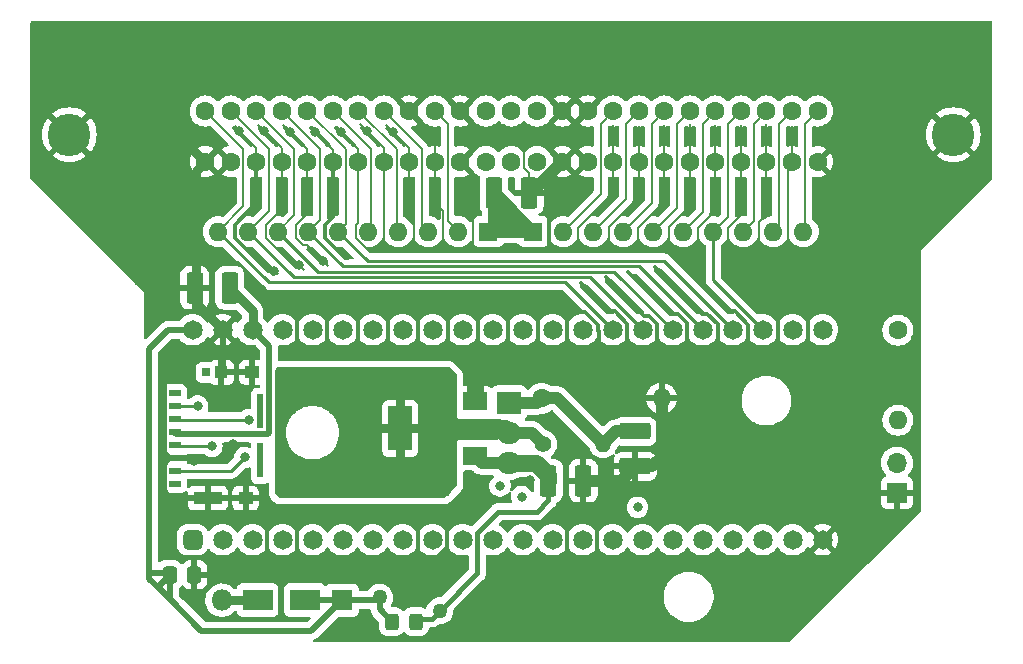
<source format=gbr>
%TF.GenerationSoftware,KiCad,Pcbnew,6.0.5-a6ca702e91~116~ubuntu21.10.1*%
%TF.CreationDate,2022-08-24T06:26:19-06:00*%
%TF.ProjectId,Centronics50_F4Lite_THTV1_1,43656e74-726f-46e6-9963-7335305f4634,rev?*%
%TF.SameCoordinates,Original*%
%TF.FileFunction,Copper,L4,Bot*%
%TF.FilePolarity,Positive*%
%FSLAX46Y46*%
G04 Gerber Fmt 4.6, Leading zero omitted, Abs format (unit mm)*
G04 Created by KiCad (PCBNEW 6.0.5-a6ca702e91~116~ubuntu21.10.1) date 2022-08-24 06:26:19*
%MOMM*%
%LPD*%
G01*
G04 APERTURE LIST*
G04 Aperture macros list*
%AMRoundRect*
0 Rectangle with rounded corners*
0 $1 Rounding radius*
0 $2 $3 $4 $5 $6 $7 $8 $9 X,Y pos of 4 corners*
0 Add a 4 corners polygon primitive as box body*
4,1,4,$2,$3,$4,$5,$6,$7,$8,$9,$2,$3,0*
0 Add four circle primitives for the rounded corners*
1,1,$1+$1,$2,$3*
1,1,$1+$1,$4,$5*
1,1,$1+$1,$6,$7*
1,1,$1+$1,$8,$9*
0 Add four rect primitives between the rounded corners*
20,1,$1+$1,$2,$3,$4,$5,0*
20,1,$1+$1,$4,$5,$6,$7,0*
20,1,$1+$1,$6,$7,$8,$9,0*
20,1,$1+$1,$8,$9,$2,$3,0*%
G04 Aperture macros list end*
%TA.AperFunction,ComponentPad*%
%ADD10C,1.270000*%
%TD*%
%TA.AperFunction,ComponentPad*%
%ADD11R,1.600000X1.600000*%
%TD*%
%TA.AperFunction,ComponentPad*%
%ADD12O,1.600000X1.600000*%
%TD*%
%TA.AperFunction,ComponentPad*%
%ADD13R,1.800000X1.800000*%
%TD*%
%TA.AperFunction,ComponentPad*%
%ADD14O,1.800000X1.800000*%
%TD*%
%TA.AperFunction,ComponentPad*%
%ADD15RoundRect,0.412500X0.412500X-0.412500X0.412500X0.412500X-0.412500X0.412500X-0.412500X-0.412500X0*%
%TD*%
%TA.AperFunction,ComponentPad*%
%ADD16C,1.650000*%
%TD*%
%TA.AperFunction,ComponentPad*%
%ADD17C,3.600000*%
%TD*%
%TA.AperFunction,ComponentPad*%
%ADD18C,1.600000*%
%TD*%
%TA.AperFunction,ComponentPad*%
%ADD19R,1.700000X1.700000*%
%TD*%
%TA.AperFunction,ComponentPad*%
%ADD20O,1.700000X1.700000*%
%TD*%
%TA.AperFunction,SMDPad,CuDef*%
%ADD21RoundRect,0.250001X-0.462499X-1.074999X0.462499X-1.074999X0.462499X1.074999X-0.462499X1.074999X0*%
%TD*%
%TA.AperFunction,SMDPad,CuDef*%
%ADD22R,0.550000X2.910000*%
%TD*%
%TA.AperFunction,SMDPad,CuDef*%
%ADD23R,1.000000X0.500000*%
%TD*%
%TA.AperFunction,SMDPad,CuDef*%
%ADD24R,0.780000X0.720000*%
%TD*%
%TA.AperFunction,SMDPad,CuDef*%
%ADD25R,1.200000X1.050000*%
%TD*%
%TA.AperFunction,SMDPad,CuDef*%
%ADD26R,2.390000X1.050000*%
%TD*%
%TA.AperFunction,SMDPad,CuDef*%
%ADD27R,1.080000X1.050000*%
%TD*%
%TA.AperFunction,SMDPad,CuDef*%
%ADD28RoundRect,0.250001X-1.074999X0.462499X-1.074999X-0.462499X1.074999X-0.462499X1.074999X0.462499X0*%
%TD*%
%TA.AperFunction,ComponentPad*%
%ADD29C,1.400000*%
%TD*%
%TA.AperFunction,ComponentPad*%
%ADD30O,1.400000X1.400000*%
%TD*%
%TA.AperFunction,ComponentPad*%
%ADD31R,2.000000X1.905000*%
%TD*%
%TA.AperFunction,ComponentPad*%
%ADD32O,2.000000X1.905000*%
%TD*%
%TA.AperFunction,SMDPad,CuDef*%
%ADD33RoundRect,0.250001X0.462499X1.074999X-0.462499X1.074999X-0.462499X-1.074999X0.462499X-1.074999X0*%
%TD*%
%TA.AperFunction,SMDPad,CuDef*%
%ADD34RoundRect,0.250000X-0.337500X-0.475000X0.337500X-0.475000X0.337500X0.475000X-0.337500X0.475000X0*%
%TD*%
%TA.AperFunction,SMDPad,CuDef*%
%ADD35R,2.000000X1.500000*%
%TD*%
%TA.AperFunction,SMDPad,CuDef*%
%ADD36R,2.000000X3.800000*%
%TD*%
%TA.AperFunction,SMDPad,CuDef*%
%ADD37RoundRect,0.250000X-0.325000X-0.450000X0.325000X-0.450000X0.325000X0.450000X-0.325000X0.450000X0*%
%TD*%
%TA.AperFunction,SMDPad,CuDef*%
%ADD38R,2.500000X1.800000*%
%TD*%
%TA.AperFunction,ViaPad*%
%ADD39C,0.800000*%
%TD*%
%TA.AperFunction,Conductor*%
%ADD40C,0.155000*%
%TD*%
%TA.AperFunction,Conductor*%
%ADD41C,0.330000*%
%TD*%
%TA.AperFunction,Conductor*%
%ADD42C,0.500000*%
%TD*%
%TA.AperFunction,Conductor*%
%ADD43C,1.400000*%
%TD*%
%TA.AperFunction,Conductor*%
%ADD44C,0.750000*%
%TD*%
%TA.AperFunction,Conductor*%
%ADD45C,1.000000*%
%TD*%
%TA.AperFunction,Conductor*%
%ADD46C,0.250000*%
%TD*%
%TA.AperFunction,Conductor*%
%ADD47C,0.450000*%
%TD*%
G04 APERTURE END LIST*
D10*
%TO.P,F1,1*%
%TO.N,+5VP*%
X125051820Y-79184500D03*
%TO.P,F1,2*%
%TO.N,+5F*%
X130131820Y-80327500D03*
%TD*%
D11*
%TO.P,RN1,1,common*%
%TO.N,+2V8*%
X134251700Y-48204120D03*
D12*
%TO.P,RN1,2,R1*%
%TO.N,ATN*%
X131711700Y-48204120D03*
%TO.P,RN1,3,R2*%
%TO.N,BSY*%
X129171700Y-48204120D03*
%TO.P,RN1,4,R3*%
%TO.N,ACK*%
X126631700Y-48204120D03*
%TO.P,RN1,5,R4*%
%TO.N,RST*%
X124091700Y-48204120D03*
%TO.P,RN1,6,R5*%
%TO.N,MSG*%
X121551700Y-48204120D03*
%TO.P,RN1,7,R6*%
%TO.N,SEL*%
X119011700Y-48204120D03*
%TO.P,RN1,8,R7*%
%TO.N,CD*%
X116471700Y-48204120D03*
%TO.P,RN1,9,R8*%
%TO.N,REQ*%
X113931700Y-48204120D03*
%TO.P,RN1,10,R9*%
%TO.N,IO*%
X111391700Y-48204120D03*
%TD*%
D11*
%TO.P,RN2,1,common*%
%TO.N,+2V8*%
X138061700Y-48204120D03*
D12*
%TO.P,RN2,2,R1*%
%TO.N,DBP*%
X140601700Y-48204120D03*
%TO.P,RN2,3,R2*%
%TO.N,DB7*%
X143141700Y-48204120D03*
%TO.P,RN2,4,R3*%
%TO.N,DB6*%
X145681700Y-48204120D03*
%TO.P,RN2,5,R4*%
%TO.N,DB5*%
X148221700Y-48204120D03*
%TO.P,RN2,6,R5*%
%TO.N,DB4*%
X150761700Y-48204120D03*
%TO.P,RN2,7,R6*%
%TO.N,DB3*%
X153301700Y-48204120D03*
%TO.P,RN2,8,R7*%
%TO.N,DB2*%
X155841700Y-48204120D03*
%TO.P,RN2,9,R8*%
%TO.N,DB1*%
X158381700Y-48204120D03*
%TO.P,RN2,10,R9*%
%TO.N,DB0*%
X160921700Y-48204120D03*
%TD*%
D13*
%TO.P,D2,1,K*%
%TO.N,+5VP*%
X121864120Y-79413100D03*
D14*
%TO.P,D2,2,A*%
%TO.N,+5V*%
X111704120Y-79413100D03*
%TD*%
D15*
%TO.P,U2,1,Ho*%
%TO.N,unconnected-(U2-Pad1)*%
X109216095Y-74293742D03*
D16*
%TO.P,U2,2,Hi*%
%TO.N,unconnected-(U2-Pad2)*%
X111756095Y-74293742D03*
%TO.P,U2,3,RST*%
%TO.N,unconnected-(U2-Pad3)*%
X114296095Y-74293742D03*
%TO.P,U2,4,V-*%
%TO.N,unconnected-(U2-Pad4)*%
X116836095Y-74293742D03*
%TO.P,U2,5,V+*%
%TO.N,unconnected-(U2-Pad5)*%
X119376095Y-74293742D03*
%TO.P,U2,6,A0*%
%TO.N,unconnected-(U2-Pad6)*%
X121916095Y-74293742D03*
%TO.P,U2,7,A1*%
%TO.N,unconnected-(U2-Pad7)*%
X124456095Y-74293742D03*
%TO.P,U2,8,A2*%
%TO.N,unconnected-(U2-Pad8)*%
X126996095Y-74293742D03*
%TO.P,U2,9,A3*%
%TO.N,unconnected-(U2-Pad9)*%
X129536095Y-74293742D03*
%TO.P,U2,10,SD_CD_CS_A4*%
%TO.N,SD_CS*%
X132076095Y-74293742D03*
%TO.P,U2,11,SD_CLK_A5*%
%TO.N,SD_CLK*%
X134616095Y-74293742D03*
%TO.P,U2,12,SD_DAT0_MISO_A6*%
%TO.N,SD_MISO*%
X137156095Y-74293742D03*
%TO.P,U2,13,SD_CMD_MOSI_A7*%
%TO.N,SD_MOSI*%
X139696095Y-74293742D03*
%TO.P,U2,14,ATN_A8*%
%TO.N,ATN*%
X142236095Y-74293742D03*
%TO.P,U2,15,BSY_A9*%
%TO.N,BSY*%
X144776095Y-74293742D03*
%TO.P,U2,16,ACK_A10*%
%TO.N,ACK*%
X147316095Y-74293742D03*
%TO.P,U2,17,A11*%
%TO.N,unconnected-(U2-Pad17)*%
X149856095Y-74293742D03*
%TO.P,U2,18,A12*%
%TO.N,unconnected-(U2-Pad18)*%
X152396095Y-74293742D03*
%TO.P,U2,19,A13*%
%TO.N,unconnected-(U2-Pad19)*%
X154936095Y-74293742D03*
%TO.P,U2,20,A14*%
%TO.N,unconnected-(U2-Pad20)*%
X157476095Y-74293742D03*
%TO.P,U2,21,RST_A15*%
%TO.N,RST*%
X160016095Y-74293742D03*
%TO.P,U2,22,GND*%
%TO.N,GND*%
X162556095Y-74293742D03*
%TO.P,U2,23,DBP_B0*%
%TO.N,DBP*%
X162556095Y-56513742D03*
%TO.P,U2,24,B1*%
%TO.N,Net-(R3-Pad1)*%
X160016095Y-56513742D03*
%TO.P,U2,25,DB3_B2*%
%TO.N,DB3*%
X157476095Y-56513742D03*
%TO.P,U2,26,MSG_B3*%
%TO.N,MSG*%
X154936095Y-56513742D03*
%TO.P,U2,27,SEL_B4*%
%TO.N,SEL*%
X152396095Y-56513742D03*
%TO.P,U2,28,CD_B5*%
%TO.N,CD*%
X149856095Y-56513742D03*
%TO.P,U2,29,REQ_B6*%
%TO.N,REQ*%
X147316095Y-56513742D03*
%TO.P,U2,30,IO_B7*%
%TO.N,IO*%
X144776095Y-56513742D03*
%TO.P,U2,31,DB0_B8*%
%TO.N,DB0*%
X142236095Y-56513742D03*
%TO.P,U2,32,DB1_B9*%
%TO.N,DB1*%
X139696095Y-56513742D03*
%TO.P,U2,33,DB2_B10*%
%TO.N,DB2*%
X137156095Y-56513742D03*
%TO.P,U2,34,DB4_B12*%
%TO.N,DB4*%
X134616095Y-56513742D03*
%TO.P,U2,35,DB5_B13*%
%TO.N,DB5*%
X132076095Y-56513742D03*
%TO.P,U2,36,DB6_B14*%
%TO.N,DB6*%
X129536095Y-56513742D03*
%TO.P,U2,37,DB7_B15*%
%TO.N,DB7*%
X126996095Y-56513742D03*
%TO.P,U2,38,C15*%
%TO.N,unconnected-(U2-Pad38)*%
X124456095Y-56513742D03*
%TO.P,U2,39,C14*%
%TO.N,unconnected-(U2-Pad39)*%
X121916095Y-56513742D03*
%TO.P,U2,40,C13*%
%TO.N,unconnected-(U2-Pad40)*%
X119376095Y-56513742D03*
%TO.P,U2,41,VB*%
%TO.N,unconnected-(U2-Pad41)*%
X116836095Y-56513742D03*
%TO.P,U2,42,3.3v*%
%TO.N,+3V3*%
X114296095Y-56513742D03*
%TO.P,U2,43,GND*%
%TO.N,GND*%
X111756095Y-56513742D03*
%TO.P,U2,44,5V*%
%TO.N,+5VP*%
X109216095Y-56513742D03*
%TD*%
D17*
%TO.P,U3,0*%
%TO.N,GND*%
X98782500Y-39998460D03*
X173632500Y-39998460D03*
D18*
%TO.P,U3,1*%
X162127500Y-42288460D03*
%TO.P,U3,2*%
X159967500Y-42288460D03*
%TO.P,U3,3*%
X157807500Y-42288460D03*
%TO.P,U3,4*%
X155647500Y-42288460D03*
%TO.P,U3,5*%
X153487500Y-42288460D03*
%TO.P,U3,6*%
X151327500Y-42288460D03*
%TO.P,U3,7*%
X149167500Y-42288460D03*
%TO.P,U3,8*%
X147007500Y-42288460D03*
%TO.P,U3,9*%
X144847500Y-42288460D03*
%TO.P,U3,10*%
X142687500Y-42288460D03*
%TO.P,U3,11*%
X140527500Y-42288460D03*
%TO.P,U3,12*%
%TO.N,unconnected-(U3-Pad12)*%
X138367500Y-42288460D03*
%TO.P,U3,13*%
%TO.N,unconnected-(U3-Pad13)*%
X136207500Y-42288460D03*
%TO.P,U3,14*%
%TO.N,unconnected-(U3-Pad14)*%
X134047500Y-42288460D03*
%TO.P,U3,15*%
%TO.N,GND*%
X131887500Y-42288460D03*
%TO.P,U3,16*%
X129727500Y-42288460D03*
%TO.P,U3,17*%
X127567500Y-42288460D03*
%TO.P,U3,18*%
X125407500Y-42288460D03*
%TO.P,U3,19*%
X123247500Y-42288460D03*
%TO.P,U3,20*%
X121087500Y-42288460D03*
%TO.P,U3,21*%
X118927500Y-42288460D03*
%TO.P,U3,22*%
X116767500Y-42288460D03*
%TO.P,U3,23*%
X114607500Y-42288460D03*
%TO.P,U3,24*%
X112447500Y-42288460D03*
%TO.P,U3,25*%
X110287500Y-42288460D03*
%TO.P,U3,26*%
%TO.N,DB0*%
X162127500Y-37998460D03*
%TO.P,U3,27*%
%TO.N,DB1*%
X159967500Y-37998460D03*
%TO.P,U3,28*%
%TO.N,DB2*%
X157807500Y-37998460D03*
%TO.P,U3,29*%
%TO.N,DB3*%
X155647500Y-37998460D03*
%TO.P,U3,30*%
%TO.N,DB4*%
X153487500Y-37998460D03*
%TO.P,U3,31*%
%TO.N,DB5*%
X151327500Y-37998460D03*
%TO.P,U3,32*%
%TO.N,DB6*%
X149167500Y-37998460D03*
%TO.P,U3,33*%
%TO.N,DB7*%
X147007500Y-37998460D03*
%TO.P,U3,34*%
%TO.N,DBP*%
X144847500Y-37998460D03*
%TO.P,U3,35*%
%TO.N,GND*%
X142687500Y-37998460D03*
%TO.P,U3,36*%
X140527500Y-37998460D03*
%TO.P,U3,37*%
%TO.N,unconnected-(U3-Pad37)*%
X138367500Y-37998460D03*
%TO.P,U3,38*%
%TO.N,+5V*%
X136207500Y-37998460D03*
%TO.P,U3,39*%
%TO.N,unconnected-(U3-Pad39)*%
X134047500Y-37998460D03*
%TO.P,U3,40*%
%TO.N,GND*%
X131887500Y-37998460D03*
%TO.P,U3,41*%
%TO.N,ATN*%
X129727500Y-37998460D03*
%TO.P,U3,42*%
%TO.N,GND*%
X127567500Y-37998460D03*
%TO.P,U3,43*%
%TO.N,BSY*%
X125407500Y-37998460D03*
%TO.P,U3,44*%
%TO.N,ACK*%
X123247500Y-37998460D03*
%TO.P,U3,45*%
%TO.N,RST*%
X121087500Y-37998460D03*
%TO.P,U3,46*%
%TO.N,MSG*%
X118927500Y-37998460D03*
%TO.P,U3,47*%
%TO.N,SEL*%
X116767500Y-37998460D03*
%TO.P,U3,48*%
%TO.N,CD*%
X114607500Y-37998460D03*
%TO.P,U3,49*%
%TO.N,REQ*%
X112447500Y-37998460D03*
%TO.P,U3,50*%
%TO.N,IO*%
X110287500Y-37998460D03*
%TD*%
D19*
%TO.P,J3,1,Pin_1*%
%TO.N,GND*%
X168854120Y-70307200D03*
D20*
%TO.P,J3,2,Pin_2*%
%TO.N,Net-(J3-Pad2)*%
X168854120Y-67767200D03*
%TD*%
D18*
%TO.P,R3,1*%
%TO.N,Net-(R3-Pad1)*%
X168935400Y-56545480D03*
D12*
%TO.P,R3,2*%
%TO.N,Net-(J3-Pad2)*%
X168935400Y-64165480D03*
%TD*%
D21*
%TO.P,C2,1*%
%TO.N,+5F*%
X139330335Y-69302643D03*
%TO.P,C2,2*%
%TO.N,GND*%
X142305335Y-69302643D03*
%TD*%
%TO.P,C3,1*%
%TO.N,+2V8*%
X134733640Y-44937680D03*
%TO.P,C3,2*%
%TO.N,GND*%
X137708640Y-44937680D03*
%TD*%
D22*
%TO.P,J5,*%
%TO.N,*%
X114943573Y-63398602D03*
X114943573Y-67588602D03*
D23*
%TO.P,J5,1,DAT2*%
%TO.N,unconnected-(J5-Pad1)*%
X107708573Y-61893602D03*
%TO.P,J5,2,CD/CS/DAT3*%
%TO.N,SD_CS*%
X107708573Y-62993602D03*
%TO.P,J5,3,CMD/MOSI*%
%TO.N,SD_MOSI*%
X107708573Y-64093602D03*
%TO.P,J5,4,VDD*%
%TO.N,+3V3*%
X107708573Y-65193602D03*
%TO.P,J5,5,CLK*%
%TO.N,SD_CLK*%
X107708573Y-66293602D03*
%TO.P,J5,6,VSS*%
%TO.N,GND*%
X107708573Y-67393602D03*
%TO.P,J5,7,DAT0/MISO*%
%TO.N,SD_MISO*%
X107708573Y-68493602D03*
%TO.P,J5,8,DAT1*%
%TO.N,unconnected-(J5-Pad8)*%
X107708573Y-69593602D03*
D24*
%TO.P,J5,9,DET*%
%TO.N,unconnected-(J5-Pad9)*%
X110388573Y-60133602D03*
D25*
%TO.P,J5,10,GND_1*%
%TO.N,GND*%
X113698573Y-70768602D03*
D26*
%TO.P,J5,11,GND_2*%
X110513573Y-70768602D03*
D25*
%TO.P,J5,12,GND_3*%
X114268573Y-60123602D03*
D27*
%TO.P,J5,13,GND_4*%
X111658573Y-60133602D03*
%TD*%
D28*
%TO.P,C1,1*%
%TO.N,Net-(C1-Pad1)*%
X146696334Y-65121142D03*
%TO.P,C1,2*%
%TO.N,GND*%
X146696334Y-68096142D03*
%TD*%
D18*
%TO.P,R1,1*%
%TO.N,Net-(C1-Pad1)*%
X138758834Y-62317642D03*
D12*
%TO.P,R1,2*%
%TO.N,GND*%
X148918834Y-62317642D03*
%TD*%
D29*
%TO.P,R2,1*%
%TO.N,+2V8*%
X138885834Y-66191144D03*
D30*
%TO.P,R2,2*%
%TO.N,Net-(C1-Pad1)*%
X143965834Y-66191144D03*
%TD*%
D31*
%TO.P,U1,1,GND*%
%TO.N,Net-(C1-Pad1)*%
X136028334Y-62698644D03*
D32*
%TO.P,U1,2,VO*%
%TO.N,+2V8*%
X136028334Y-65238644D03*
%TO.P,U1,3,VI*%
%TO.N,+5F*%
X136028334Y-67778644D03*
%TD*%
D33*
%TO.P,C4,1*%
%TO.N,+3V3*%
X112364520Y-52971700D03*
%TO.P,C4,2*%
%TO.N,GND*%
X109389520Y-52971700D03*
%TD*%
D34*
%TO.P,C5,1*%
%TO.N,+5VP*%
X107297400Y-77266800D03*
%TO.P,C5,2*%
%TO.N,GND*%
X109372400Y-77266800D03*
%TD*%
D35*
%TO.P,U4,1,GND*%
%TO.N,GND*%
X133096400Y-62571600D03*
D36*
%TO.P,U4,2,VO*%
%TO.N,+2V8*%
X126796400Y-64871600D03*
D35*
X133096400Y-64871600D03*
%TO.P,U4,3,VI*%
%TO.N,+5F*%
X133096400Y-67171600D03*
%TD*%
D37*
%TO.P,F2,1*%
%TO.N,+5VP*%
X126076600Y-81229200D03*
%TO.P,F2,2*%
%TO.N,+5F*%
X128126600Y-81229200D03*
%TD*%
D38*
%TO.P,D1,1,K*%
%TO.N,+5VP*%
X118719600Y-79400400D03*
%TO.P,D1,2,A*%
%TO.N,+5V*%
X114719600Y-79400400D03*
%TD*%
D39*
%TO.N,GND*%
X117475000Y-39796720D03*
X121168160Y-45115480D03*
X108524040Y-44594780D03*
X121799350Y-39775130D03*
X108498640Y-46865540D03*
X147007500Y-40005080D03*
X113150650Y-39673530D03*
X153487500Y-39958900D03*
X144209757Y-69302643D03*
X135991600Y-60198000D03*
X120265190Y-50725070D03*
X113479580Y-62776100D03*
X155647500Y-39909640D03*
X103893620Y-46817280D03*
X126153985Y-39743575D03*
X118215410Y-51067970D03*
X103868220Y-44518580D03*
X123990100Y-39715440D03*
X119600980Y-39801800D03*
X148640800Y-70967600D03*
X139862560Y-44782740D03*
X159967500Y-39953360D03*
X149167500Y-39955820D03*
X162514280Y-71269860D03*
X115285520Y-39672260D03*
X157807500Y-39961980D03*
X112623600Y-66192400D03*
X161206096Y-51493504D03*
X109298740Y-67627500D03*
X116072920Y-51574700D03*
X151019510Y-50910490D03*
X162514280Y-77106780D03*
X158887160Y-53850540D03*
X137744200Y-69265800D03*
X151327500Y-39906560D03*
X144847500Y-39952740D03*
X110314740Y-61678820D03*
%TO.N,+2V8*%
X117386100Y-68412360D03*
X121719340Y-68348860D03*
X117668040Y-60975240D03*
X120644920Y-61422280D03*
%TO.N,SD_CS*%
X109649260Y-62974220D03*
%TO.N,SD_CLK*%
X110845600Y-66397010D03*
%TO.N,SD_MISO*%
X113637060Y-67330320D03*
%TO.N,SD_MOSI*%
X113997740Y-64124840D03*
%TO.N,ATN*%
X135242300Y-69740780D03*
%TO.N,BSY*%
X137083800Y-70639940D03*
%TO.N,ACK*%
X146888200Y-71546720D03*
%TD*%
D40*
%TO.N,GND*%
X118215410Y-51067970D02*
X118648480Y-51501040D01*
X120265190Y-50725070D02*
X120675400Y-51135280D01*
D41*
X116072920Y-51574700D02*
X116072920Y-51574700D01*
D40*
X113150650Y-39673530D02*
X112783620Y-39306500D01*
X115285520Y-39672260D02*
X114787680Y-39174420D01*
X117475000Y-39796720D02*
X116860320Y-39182040D01*
X119600980Y-39801800D02*
X119159020Y-39359840D01*
X121799350Y-39775130D02*
X121409460Y-39385240D01*
X123990100Y-39715440D02*
X123350621Y-39075961D01*
X126153985Y-39743575D02*
X125587370Y-39176960D01*
X159967500Y-39953360D02*
X159967500Y-39304800D01*
X157807500Y-39961980D02*
X157807500Y-39103741D01*
X155647500Y-39909640D02*
X155647500Y-39150400D01*
X153487500Y-39958900D02*
X153487500Y-39212140D01*
X151327500Y-39906560D02*
X151327500Y-39107061D01*
X149167500Y-39955820D02*
X149167500Y-39155621D01*
X147007500Y-40005080D02*
X147007500Y-39293720D01*
X144847500Y-39952740D02*
X144847500Y-39190740D01*
D41*
X128300480Y-58371740D02*
X125730000Y-58371740D01*
D40*
X146900900Y-47930218D02*
X146900900Y-49309020D01*
D41*
X118043960Y-58371740D02*
X118043960Y-55366920D01*
X147887296Y-55323741D02*
X147454621Y-55323741D01*
D40*
X123247500Y-47453618D02*
X123014199Y-47686919D01*
X151327500Y-46043618D02*
X149555200Y-47815918D01*
X131887500Y-42288460D02*
X132963920Y-43364880D01*
X127567500Y-42288460D02*
X127567500Y-46599920D01*
D42*
X107323571Y-70768602D02*
X113698573Y-70768602D01*
D43*
X133096400Y-62571600D02*
X133096400Y-60502400D01*
D40*
X144447260Y-47843858D02*
X144447260Y-49182020D01*
D41*
X143586200Y-56596280D02*
X143573500Y-56583580D01*
X140911580Y-58371740D02*
X138437620Y-58371740D01*
D40*
X130449991Y-46429331D02*
X130449991Y-49330011D01*
X129727500Y-45706840D02*
X130449991Y-46429331D01*
D42*
X106758572Y-67883601D02*
X106758572Y-68318548D01*
D43*
X133096400Y-60502400D02*
X133197600Y-60401200D01*
D40*
X141831060Y-47920058D02*
X141831060Y-49220120D01*
D41*
X144310100Y-58371740D02*
X143586200Y-58371740D01*
D40*
X116969540Y-49822100D02*
X118215410Y-51067970D01*
D42*
X106758572Y-66514812D02*
X106758572Y-59977188D01*
D40*
X147007500Y-42288460D02*
X147007500Y-40005080D01*
D41*
X153692860Y-58371740D02*
X153692860Y-56049305D01*
X161295080Y-58371740D02*
X161627820Y-58371740D01*
D40*
X127567500Y-42288460D02*
X127567500Y-41157090D01*
X116767500Y-42288460D02*
X116767500Y-41154240D01*
X114607500Y-42288460D02*
X114607500Y-41130380D01*
D41*
X151229060Y-58371740D02*
X153692860Y-58371740D01*
D40*
X116767500Y-46313618D02*
X115394199Y-47686919D01*
X149167500Y-42288460D02*
X149167500Y-39955820D01*
D44*
X109487501Y-54245148D02*
X111756095Y-56513742D01*
D40*
X157807500Y-42288460D02*
X157807500Y-39961980D01*
D41*
X161295080Y-58371740D02*
X161295080Y-55473600D01*
D45*
X148918834Y-67301014D02*
X148123706Y-68096142D01*
D40*
X118927500Y-41249220D02*
X117475000Y-39796720D01*
D41*
X121087500Y-42288460D02*
X121087500Y-46944118D01*
X150307915Y-55204360D02*
X149666960Y-55204360D01*
X122103338Y-50479960D02*
X122400060Y-50479960D01*
X147454621Y-55323741D02*
X144214228Y-52083348D01*
D40*
X114607500Y-45933618D02*
X112854199Y-47686919D01*
D41*
X121087500Y-45034820D02*
X121168160Y-45115480D01*
D40*
X123247500Y-42288460D02*
X123247500Y-47453618D01*
X155647500Y-42288460D02*
X155647500Y-39909640D01*
D41*
X112766699Y-48763321D02*
X115578078Y-51574700D01*
D42*
X114268573Y-60123602D02*
X111668573Y-60123602D01*
D40*
X129727500Y-42288460D02*
X129727500Y-45706840D01*
D41*
X156281120Y-58371740D02*
X156281120Y-56097565D01*
X142305335Y-69302643D02*
X142305335Y-71482515D01*
D40*
X132963920Y-43364880D02*
X132963920Y-49382680D01*
D41*
X155100895Y-54917340D02*
X154739340Y-54917340D01*
X130792220Y-73144380D02*
X130296920Y-72649080D01*
X120386699Y-47644919D02*
X120386699Y-48763321D01*
D42*
X107708573Y-67393602D02*
X107248571Y-67393602D01*
D41*
X123190000Y-58371740D02*
X120594120Y-58371740D01*
X121087500Y-46944118D02*
X120386699Y-47644919D01*
D40*
X114607500Y-41130380D02*
X113150650Y-39673530D01*
X112854199Y-48721321D02*
X116042858Y-51909980D01*
D46*
X108498640Y-46865540D02*
X108498640Y-47734220D01*
D45*
X137878280Y-44937680D02*
X140527500Y-42288460D01*
D41*
X140886096Y-72826964D02*
X140886096Y-75496504D01*
D45*
X148123706Y-68096142D02*
X146696334Y-68096142D01*
D40*
X155647500Y-42288460D02*
X155647500Y-46803618D01*
X122232838Y-50479960D02*
X122400060Y-50479960D01*
D42*
X106758572Y-67673052D02*
X106758572Y-68318548D01*
D40*
X116494978Y-49822100D02*
X116969540Y-49822100D01*
X114607500Y-42288460D02*
X114607500Y-45933618D01*
D41*
X143586200Y-58371740D02*
X143586200Y-56596280D01*
X143573500Y-56089945D02*
X142474555Y-54991000D01*
D40*
X118927500Y-46693618D02*
X117934199Y-47686919D01*
D41*
X114607500Y-45804118D02*
X112766699Y-47644919D01*
X139410440Y-47109380D02*
X139410440Y-49240440D01*
D40*
X123247500Y-42288460D02*
X123247500Y-41223280D01*
D45*
X145489833Y-69302643D02*
X146696334Y-68096142D01*
D41*
X156281120Y-56097565D02*
X155100895Y-54917340D01*
X156281120Y-58371740D02*
X158755080Y-58371740D01*
X146024600Y-58371740D02*
X146024600Y-56001045D01*
X114607500Y-42288460D02*
X114607500Y-45804118D01*
X146926300Y-58371740D02*
X146024600Y-58371740D01*
D40*
X153487500Y-42288460D02*
X153487500Y-39958900D01*
X127567500Y-41157090D02*
X126153985Y-39743575D01*
D41*
X130810000Y-58371740D02*
X128300480Y-58371740D01*
D40*
X151327500Y-42288460D02*
X151327500Y-46043618D01*
D41*
X142474555Y-54991000D02*
X142181580Y-54991000D01*
X128744980Y-72649080D02*
X128318260Y-73075800D01*
X143426096Y-72603276D02*
X143426096Y-75496504D01*
D40*
X129727500Y-42288460D02*
X129727500Y-40733520D01*
D41*
X149666960Y-55204360D02*
X146108420Y-51645820D01*
X151229060Y-57901840D02*
X151046096Y-57718876D01*
D40*
X159621220Y-42634740D02*
X159621220Y-49364900D01*
X121087500Y-41288320D02*
X119600980Y-39801800D01*
D41*
X128811020Y-76936600D02*
X130792220Y-74955400D01*
X146024600Y-58371740D02*
X144310100Y-58371740D01*
D40*
X149167500Y-45663618D02*
X146900900Y-47930218D01*
D41*
X121087500Y-42288460D02*
X121087500Y-45034820D01*
D46*
X115316000Y-53098700D02*
X115316000Y-53525420D01*
D40*
X127567500Y-46599920D02*
X127927100Y-46959520D01*
X144847500Y-42288460D02*
X144847500Y-39952740D01*
D41*
X153692860Y-58371740D02*
X156281120Y-58371740D01*
X139862560Y-46657260D02*
X139410440Y-47109380D01*
X130810000Y-58371740D02*
X130810000Y-54960520D01*
X140911580Y-58371740D02*
X140911580Y-55214520D01*
D42*
X106758572Y-67673052D02*
X106863847Y-67778327D01*
X107248571Y-67393602D02*
X106863847Y-67778327D01*
D40*
X149167500Y-42288460D02*
X149167500Y-45663618D01*
X157807500Y-42288460D02*
X157807500Y-46798620D01*
X159967500Y-42288460D02*
X159621220Y-42634740D01*
D41*
X148559520Y-58371740D02*
X151229060Y-58371740D01*
D40*
X153487500Y-42288460D02*
X153487500Y-46423618D01*
D41*
X142305335Y-71407725D02*
X140886096Y-72826964D01*
X151046096Y-55942541D02*
X150307915Y-55204360D01*
X120594120Y-58371740D02*
X120594120Y-55379620D01*
X125730000Y-58371740D02*
X125730000Y-55112920D01*
D45*
X137708640Y-44937680D02*
X137878280Y-44937680D01*
D41*
X152377140Y-55158640D02*
X148401830Y-51183330D01*
D40*
X118542218Y-49329340D02*
X118869460Y-49329340D01*
D41*
X138437620Y-58371740D02*
X135912860Y-58371740D01*
D46*
X112971580Y-50754280D02*
X115316000Y-53098700D01*
D41*
X148559520Y-58371740D02*
X148559520Y-55995965D01*
X138437620Y-58371740D02*
X138437620Y-54988460D01*
X144984075Y-54960520D02*
X144571720Y-54960520D01*
D40*
X151988520Y-47922598D02*
X151988520Y-49400460D01*
D41*
X142305335Y-69302643D02*
X142305335Y-71407725D01*
D45*
X148918834Y-62317642D02*
X148918834Y-67301014D01*
D46*
X111518700Y-50754280D02*
X112971580Y-50754280D01*
D41*
X117104160Y-72384920D02*
X116210080Y-72384920D01*
D40*
X118869460Y-49329340D02*
X120265190Y-50725070D01*
X117934199Y-47686919D02*
X117934199Y-48721321D01*
X147007500Y-42288460D02*
X147007500Y-45283618D01*
D41*
X144310100Y-58371740D02*
X148559520Y-58371740D01*
X158755080Y-58371740D02*
X161295080Y-58371740D01*
D42*
X111668573Y-60123602D02*
X111658573Y-60133602D01*
D40*
X125407500Y-41132840D02*
X123990100Y-39715440D01*
D42*
X106758572Y-66903603D02*
X106758572Y-66514812D01*
X106863847Y-67778327D02*
X106758572Y-67883601D01*
D41*
X118026096Y-73306856D02*
X117104160Y-72384920D01*
D40*
X115394199Y-47686919D02*
X115394199Y-48721321D01*
D41*
X118026096Y-76045144D02*
X118026096Y-73306856D01*
X148918834Y-62317642D02*
X148918834Y-60364274D01*
D42*
X111756095Y-60036080D02*
X111658573Y-60133602D01*
D41*
X128300480Y-58371740D02*
X128300480Y-54836060D01*
X116931440Y-77139800D02*
X118026096Y-76045144D01*
X144571720Y-54960520D02*
X142144558Y-52533358D01*
D40*
X144847500Y-44903618D02*
X141831060Y-47920058D01*
D41*
X128318260Y-73075800D02*
X128318260Y-75582780D01*
X151229060Y-58371740D02*
X151229060Y-57901840D01*
X130296920Y-72649080D02*
X128744980Y-72649080D01*
D46*
X108498640Y-47734220D02*
X111518700Y-50754280D01*
D41*
X115578078Y-51574700D02*
X116072920Y-51574700D01*
D40*
X120474199Y-48721321D02*
X122232838Y-50479960D01*
D45*
X144209757Y-69302643D02*
X145489833Y-69302643D01*
D41*
X135912860Y-58371740D02*
X135912860Y-55036720D01*
X153692860Y-56049305D02*
X152802195Y-55158640D01*
D40*
X137289999Y-42805661D02*
X137289999Y-41272001D01*
X125407500Y-42288460D02*
X125407500Y-49128760D01*
D41*
X121061480Y-76936600D02*
X128811020Y-76936600D01*
X158755080Y-58371740D02*
X158755080Y-55283100D01*
D40*
X112854199Y-47686919D02*
X112854199Y-48721321D01*
X144847500Y-42288460D02*
X144847500Y-44903618D01*
X123014199Y-47686919D02*
X123014199Y-48721321D01*
D41*
X142305335Y-71482515D02*
X143426096Y-72603276D01*
D45*
X142305335Y-69302643D02*
X144209757Y-69302643D01*
D44*
X110287500Y-42288460D02*
X109487501Y-43088459D01*
D41*
X143573500Y-56583580D02*
X143573500Y-56089945D01*
X125730000Y-58371740D02*
X123190000Y-58371740D01*
D40*
X153487500Y-46423618D02*
X151988520Y-47922598D01*
D41*
X133370320Y-58371740D02*
X130810000Y-58371740D01*
D40*
X157807500Y-46798620D02*
X157167580Y-47438540D01*
D41*
X130792220Y-74955400D02*
X130792220Y-73144380D01*
D40*
X123014199Y-48721321D02*
X124170858Y-49877980D01*
X116767500Y-42288460D02*
X116767500Y-46313618D01*
D42*
X106758572Y-70203603D02*
X107323571Y-70768602D01*
D41*
X116210080Y-72384920D02*
X115486096Y-73108904D01*
D40*
X121087500Y-42288460D02*
X121087500Y-41288320D01*
X116767500Y-41154240D02*
X115285520Y-39672260D01*
D42*
X111756095Y-56513742D02*
X111756095Y-60036080D01*
D40*
X147007500Y-45283618D02*
X144447260Y-47843858D01*
D41*
X139862560Y-44782740D02*
X139862560Y-46657260D01*
X133370320Y-58371740D02*
X133370320Y-55351680D01*
D40*
X123247500Y-41223280D02*
X121799350Y-39775130D01*
D41*
X151046096Y-57718876D02*
X151046096Y-55942541D01*
D40*
X118927500Y-42288460D02*
X118927500Y-41249220D01*
D42*
X107248571Y-67393602D02*
X106758572Y-66903603D01*
D40*
X155647500Y-46803618D02*
X154586940Y-47864178D01*
X154586940Y-47864178D02*
X154586940Y-49872900D01*
D42*
X106758572Y-66514812D02*
X106758572Y-67673052D01*
D41*
X148918834Y-60364274D02*
X146926300Y-58371740D01*
D40*
X149555200Y-47815918D02*
X149555200Y-49400460D01*
X127927100Y-46959520D02*
X127927100Y-49359820D01*
X124170858Y-49877980D02*
X129651760Y-49877980D01*
D41*
X152802195Y-55158640D02*
X152377140Y-55158640D01*
X115486096Y-73108904D02*
X115486096Y-76078164D01*
D44*
X107997500Y-39998460D02*
X110287500Y-42288460D01*
D41*
X123190000Y-58371740D02*
X123190000Y-55270400D01*
X120386699Y-48763321D02*
X122103338Y-50479960D01*
X112766699Y-47644919D02*
X112766699Y-48763321D01*
D40*
X118927500Y-42288460D02*
X118927500Y-46693618D01*
D41*
X120594120Y-58371740D02*
X118043960Y-58371740D01*
X118043960Y-58371740D02*
X116875560Y-58371740D01*
D40*
X151327500Y-42288460D02*
X151327500Y-39906560D01*
X137708640Y-43224302D02*
X137289999Y-42805661D01*
X157167580Y-47438540D02*
X157167580Y-49347120D01*
D41*
X135912860Y-58371740D02*
X133370320Y-58371740D01*
X148559520Y-55995965D02*
X147887296Y-55323741D01*
D40*
X137708640Y-44937680D02*
X137708640Y-43224302D01*
D41*
X143586200Y-58371740D02*
X140911580Y-58371740D01*
D42*
X106758572Y-68318548D02*
X106758572Y-70203603D01*
D44*
X109487501Y-43088459D02*
X109487501Y-54245148D01*
D40*
X115394199Y-48721321D02*
X116494978Y-49822100D01*
D41*
X146024600Y-56001045D02*
X144984075Y-54960520D01*
D40*
X122400060Y-50479960D02*
X122768360Y-50479960D01*
X125407500Y-42288460D02*
X125407500Y-41132840D01*
X159967500Y-42288460D02*
X159967500Y-39953360D01*
X117934199Y-48721321D02*
X118542218Y-49329340D01*
D41*
%TO.N,+2V8*%
X116357400Y-68277740D02*
X116357400Y-59987180D01*
X131470400Y-68986400D02*
X131470400Y-65938400D01*
X130500120Y-70617080D02*
X116613940Y-70617080D01*
D44*
X124358400Y-64871600D02*
X124307600Y-64820800D01*
D41*
X130929380Y-59860180D02*
X131419600Y-60350400D01*
D45*
X134733640Y-47722180D02*
X134251700Y-48204120D01*
D44*
X126796400Y-64871600D02*
X126796400Y-67716000D01*
D41*
X131419600Y-64008000D02*
X131622800Y-64211200D01*
D43*
X135661290Y-64871600D02*
X136028334Y-65238644D01*
D41*
X116484400Y-59860180D02*
X130065780Y-59860180D01*
D44*
X126796400Y-64871600D02*
X124358400Y-64871600D01*
D45*
X134251700Y-48204120D02*
X135046720Y-48204120D01*
D41*
X116613940Y-70617080D02*
X116357400Y-70360540D01*
D44*
X126796400Y-67716000D02*
X126796800Y-67716400D01*
D45*
X134733640Y-44937680D02*
X134795260Y-44937680D01*
D41*
X116357400Y-70360540D02*
X116357400Y-68277740D01*
D45*
X135958580Y-47292260D02*
X136570720Y-47904400D01*
X135046720Y-48204120D02*
X135958580Y-47292260D01*
D41*
X131622800Y-64211200D02*
X132080000Y-64211200D01*
X131470400Y-69646800D02*
X131470400Y-68986400D01*
X135280400Y-64211200D02*
X135382000Y-64312800D01*
X132080000Y-65684400D02*
X135026400Y-65684400D01*
X132080000Y-64211200D02*
X135280400Y-64211200D01*
D45*
X136570720Y-48204120D02*
X138061700Y-48204120D01*
X134795260Y-44937680D02*
X138061700Y-48204120D01*
D41*
X130500120Y-70617080D02*
X131470400Y-69646800D01*
D44*
X126796400Y-64871600D02*
X129133600Y-64871600D01*
D45*
X134733640Y-44937680D02*
X134733640Y-47722180D01*
X136028334Y-65238644D02*
X137933334Y-65238644D01*
X136570720Y-47904400D02*
X136570720Y-48204120D01*
D44*
X126796400Y-64871600D02*
X126796400Y-61925600D01*
D41*
X131470400Y-65938400D02*
X131724400Y-65684400D01*
X130065780Y-59860180D02*
X130929380Y-59860180D01*
D45*
X137933334Y-65238644D02*
X138885834Y-66191144D01*
D43*
X129133600Y-64871600D02*
X135661290Y-64871600D01*
D41*
X131724400Y-65684400D02*
X132080000Y-65684400D01*
D45*
X134733640Y-44937680D02*
X134733640Y-46067320D01*
X134251700Y-48204120D02*
X136570720Y-48204120D01*
D41*
X116357400Y-59987180D02*
X116484400Y-59860180D01*
D45*
X134733640Y-46067320D02*
X135958580Y-47292260D01*
D41*
X131419600Y-60350400D02*
X131419600Y-64008000D01*
D44*
%TO.N,+5V*%
X114706900Y-79413100D02*
X114719600Y-79400400D01*
X111704120Y-79413100D02*
X114706900Y-79413100D01*
D46*
%TO.N,SD_CS*%
X109629878Y-62993602D02*
X109649260Y-62974220D01*
X107708573Y-62993602D02*
X109629878Y-62993602D01*
%TO.N,SD_CLK*%
X110845600Y-66397010D02*
X107811981Y-66397010D01*
X107811981Y-66397010D02*
X107708573Y-66293602D01*
%TO.N,SD_MISO*%
X107708573Y-68493602D02*
X112473778Y-68493602D01*
X112473778Y-68493602D02*
X113637060Y-67330320D01*
%TO.N,SD_MOSI*%
X107739811Y-64124840D02*
X107708573Y-64093602D01*
X113997740Y-64124840D02*
X107739811Y-64124840D01*
D40*
%TO.N,ATN*%
X130805001Y-47297421D02*
X130805001Y-39075961D01*
X130805001Y-39075961D02*
X129727500Y-37998460D01*
X131711700Y-48204120D02*
X130805001Y-47297421D01*
%TO.N,BSY*%
X129171700Y-48204120D02*
X128645001Y-47677421D01*
X128645001Y-47677421D02*
X128645001Y-41235961D01*
X128645001Y-41235961D02*
X125407500Y-37998460D01*
%TO.N,DBP*%
X143765001Y-45040819D02*
X143765001Y-39080959D01*
X140601700Y-48204120D02*
X143765001Y-45040819D01*
X143765001Y-39080959D02*
X144847500Y-37998460D01*
%TO.N,ACK*%
X126485001Y-41235961D02*
X123247500Y-37998460D01*
X126485001Y-48057421D02*
X126485001Y-41235961D01*
X126631700Y-48204120D02*
X126485001Y-48057421D01*
%TO.N,RST*%
X124325001Y-47970819D02*
X124325001Y-41235961D01*
X124325001Y-41235961D02*
X121087500Y-37998460D01*
X124091700Y-48204120D02*
X124325001Y-47970819D01*
%TO.N,MSG*%
X121551700Y-48204120D02*
X122165001Y-47590819D01*
D46*
X124040900Y-50693320D02*
X121551700Y-48204120D01*
D40*
X122165001Y-41235961D02*
X118927500Y-37998460D01*
D46*
X154936095Y-56513742D02*
X149115673Y-50693320D01*
D40*
X122165001Y-47590819D02*
X122165001Y-41235961D01*
D46*
X149115673Y-50693320D02*
X124040900Y-50693320D01*
%TO.N,SEL*%
X152396095Y-56513742D02*
X147025682Y-51143329D01*
D40*
X119011700Y-48204120D02*
X120009999Y-47205821D01*
X120009999Y-47205821D02*
X120009999Y-41240959D01*
D46*
X121950909Y-51143329D02*
X119011700Y-48204120D01*
D40*
X120009999Y-41240959D02*
X116767500Y-37998460D01*
D46*
X147025682Y-51143329D02*
X121950909Y-51143329D01*
%TO.N,CD*%
X144935691Y-51593338D02*
X119860918Y-51593338D01*
D40*
X117845001Y-41235961D02*
X114607500Y-37998460D01*
X117845001Y-46830819D02*
X117845001Y-41235961D01*
X116471700Y-48204120D02*
X117845001Y-46830819D01*
D46*
X149856095Y-56513742D02*
X144935691Y-51593338D01*
X119860918Y-51593338D02*
X116471700Y-48204120D01*
%TO.N,REQ*%
X142845701Y-52043348D02*
X117770928Y-52043348D01*
D40*
X113931700Y-48204120D02*
X115685001Y-46450819D01*
D46*
X147316095Y-56513742D02*
X142845701Y-52043348D01*
D40*
X115685001Y-41235961D02*
X112447500Y-37998460D01*
X115685001Y-46450819D02*
X115685001Y-41235961D01*
D46*
X117770928Y-52043348D02*
X113931700Y-48204120D01*
%TO.N,IO*%
X144776095Y-56513742D02*
X140755710Y-52493357D01*
X140755710Y-52493357D02*
X115680937Y-52493357D01*
D40*
X111391700Y-48204120D02*
X113525001Y-46070819D01*
X113525001Y-46070819D02*
X113525001Y-41235961D01*
X113525001Y-41235961D02*
X110287500Y-37998460D01*
D46*
X115680937Y-52493357D02*
X111391700Y-48204120D01*
D40*
%TO.N,DB7*%
X145925001Y-45420819D02*
X145925001Y-39080959D01*
X143141700Y-48204120D02*
X145925001Y-45420819D01*
X145925001Y-39080959D02*
X147007500Y-37998460D01*
%TO.N,DB6*%
X145681700Y-48204120D02*
X148085001Y-45800819D01*
X148085001Y-39080959D02*
X149167500Y-37998460D01*
X148085001Y-45800819D02*
X148085001Y-39080959D01*
%TO.N,DB5*%
X150245001Y-39080959D02*
X151327500Y-37998460D01*
X150245001Y-46180819D02*
X150245001Y-39080959D01*
X148221700Y-48204120D02*
X150245001Y-46180819D01*
%TO.N,DB4*%
X150761700Y-48204120D02*
X152409999Y-46555821D01*
X152409999Y-46555821D02*
X152409999Y-39075961D01*
X152409999Y-39075961D02*
X153487500Y-37998460D01*
D46*
%TO.N,DB3*%
X153301700Y-52339347D02*
X157476095Y-56513742D01*
D40*
X154565001Y-46940819D02*
X154565001Y-39080959D01*
D46*
X153301700Y-48204120D02*
X153301700Y-52339347D01*
D40*
X154565001Y-39080959D02*
X155647500Y-37998460D01*
X153301700Y-48204120D02*
X154565001Y-46940819D01*
%TO.N,DB2*%
X156725001Y-39080959D02*
X157807500Y-37998460D01*
X155841700Y-48204120D02*
X156725001Y-47320819D01*
X156725001Y-47320819D02*
X156725001Y-39080959D01*
%TO.N,DB1*%
X158381700Y-48204120D02*
X158889999Y-47695821D01*
X158889999Y-39075961D02*
X159967500Y-37998460D01*
X158889999Y-47695821D02*
X158889999Y-39075961D01*
%TO.N,DB0*%
X161049999Y-48075821D02*
X161049999Y-39075961D01*
X160921700Y-48204120D02*
X161049999Y-48075821D01*
X161049999Y-39075961D02*
X162127500Y-37998460D01*
D42*
%TO.N,+3V3*%
X112445597Y-65303603D02*
X107818574Y-65303603D01*
X114296095Y-56513742D02*
X115668574Y-57886221D01*
X115578574Y-65303603D02*
X112445597Y-65303603D01*
D44*
X114296095Y-56513742D02*
X114296095Y-54903275D01*
D42*
X115668574Y-57886221D02*
X115668574Y-65213603D01*
X107818574Y-65303603D02*
X107708573Y-65193602D01*
X115668574Y-65213603D02*
X115578574Y-65303603D01*
D44*
X114296095Y-54903275D02*
X112364520Y-52971700D01*
D42*
%TO.N,+5VP*%
X105534460Y-77091540D02*
X107122140Y-77091540D01*
X124823220Y-79413100D02*
X125051820Y-79184500D01*
X107297400Y-77266800D02*
X107297400Y-79138600D01*
X117022880Y-82011520D02*
X119265700Y-82011520D01*
X125051820Y-80204420D02*
X126076600Y-81229200D01*
X125051820Y-79184500D02*
X125051820Y-80204420D01*
X107289600Y-77266800D02*
X106250740Y-78305660D01*
X105534460Y-58150760D02*
X105534460Y-77091540D01*
X119265700Y-82011520D02*
X121864120Y-79413100D01*
X107190540Y-79245460D02*
X109956600Y-82011520D01*
X109956600Y-82011520D02*
X117022880Y-82011520D01*
X107122140Y-77091540D02*
X107297400Y-77266800D01*
X107171478Y-56513742D02*
X105534460Y-58150760D01*
X118732300Y-79413100D02*
X118719600Y-79400400D01*
X121864120Y-79413100D02*
X118732300Y-79413100D01*
X105534460Y-77091540D02*
X105534460Y-77589380D01*
X106250740Y-78305660D02*
X107190540Y-79245460D01*
X109216095Y-56513742D02*
X107171478Y-56513742D01*
X107297400Y-79138600D02*
X107190540Y-79245460D01*
X107297400Y-77266800D02*
X107289600Y-77266800D01*
X105534460Y-77589380D02*
X106250740Y-78305660D01*
X121864120Y-79413100D02*
X124823220Y-79413100D01*
X121940320Y-79489300D02*
X121864120Y-79413100D01*
D43*
%TO.N,+5F*%
X136028334Y-67778644D02*
X137476244Y-67778644D01*
D47*
X139330335Y-69302643D02*
X139330335Y-70946105D01*
D43*
X139330335Y-68819935D02*
X138289044Y-67778644D01*
D47*
X139330335Y-70946105D02*
X138348720Y-71927720D01*
D45*
X133703444Y-67778644D02*
X133096400Y-67171600D01*
D47*
X138348720Y-71927720D02*
X135100060Y-71927720D01*
X133326096Y-73701684D02*
X133326096Y-77133224D01*
X130131820Y-80327500D02*
X129484120Y-80975200D01*
X129484120Y-80975200D02*
X128380600Y-80975200D01*
D43*
X139330335Y-69302643D02*
X139330335Y-68819935D01*
D47*
X128380600Y-80975200D02*
X128126600Y-81229200D01*
X135100060Y-71927720D02*
X133326096Y-73701684D01*
X133326096Y-77133224D02*
X130131820Y-80327500D01*
D45*
X136028334Y-67778644D02*
X133703444Y-67778644D01*
D43*
X138289044Y-67778644D02*
X137476244Y-67778644D01*
D45*
%TO.N,Net-(C1-Pad1)*%
X138758834Y-62317642D02*
X140092332Y-62317642D01*
X140092332Y-62317642D02*
X143965834Y-66191144D01*
X136028334Y-62698644D02*
X138377832Y-62698644D01*
X138377832Y-62698644D02*
X138758834Y-62317642D01*
X146696334Y-65121142D02*
X145035836Y-65121142D01*
X145035836Y-65121142D02*
X143965834Y-66191144D01*
%TD*%
%TA.AperFunction,Conductor*%
%TO.N,GND*%
G36*
X176883621Y-30411602D02*
G01*
X176930114Y-30465258D01*
X176941500Y-30517600D01*
X176941500Y-43656322D01*
X176921498Y-43724443D01*
X176904595Y-43745417D01*
X171085336Y-49564677D01*
X171075796Y-49572300D01*
X171076110Y-49572668D01*
X171069274Y-49578486D01*
X171061682Y-49583276D01*
X171055740Y-49590004D01*
X171026047Y-49623625D01*
X171020701Y-49629312D01*
X171009258Y-49640755D01*
X171003618Y-49648280D01*
X171002981Y-49649130D01*
X170996607Y-49656959D01*
X170965262Y-49692451D01*
X170961448Y-49700574D01*
X170959814Y-49703062D01*
X170950826Y-49718023D01*
X170949411Y-49720608D01*
X170944024Y-49727795D01*
X170940873Y-49736201D01*
X170927399Y-49772142D01*
X170923473Y-49781458D01*
X170903359Y-49824300D01*
X170901978Y-49833169D01*
X170901112Y-49836002D01*
X170896682Y-49852889D01*
X170896048Y-49855774D01*
X170892895Y-49864184D01*
X170892230Y-49873139D01*
X170889386Y-49911406D01*
X170888232Y-49921452D01*
X170886140Y-49934886D01*
X170886140Y-49950406D01*
X170885794Y-49959743D01*
X170882101Y-50009441D01*
X170883975Y-50018220D01*
X170884538Y-50026478D01*
X170886140Y-50041661D01*
X170886140Y-71738593D01*
X170866138Y-71806714D01*
X170849243Y-71827681D01*
X166360262Y-76317452D01*
X159773772Y-82905102D01*
X159737032Y-82941848D01*
X159674723Y-82975878D01*
X159647929Y-82978760D01*
X119540521Y-82978760D01*
X119472400Y-82958758D01*
X119425907Y-82905102D01*
X119415803Y-82834828D01*
X119445297Y-82770248D01*
X119497525Y-82734323D01*
X119510028Y-82729784D01*
X119514155Y-82728368D01*
X119576636Y-82708127D01*
X119576638Y-82708126D01*
X119583599Y-82705871D01*
X119589854Y-82702075D01*
X119595328Y-82699569D01*
X119600758Y-82696850D01*
X119607637Y-82694353D01*
X119613758Y-82690340D01*
X119668676Y-82654334D01*
X119672380Y-82651997D01*
X119734807Y-82614115D01*
X119743184Y-82606717D01*
X119743208Y-82606744D01*
X119746200Y-82604091D01*
X119749433Y-82601388D01*
X119755552Y-82597376D01*
X119808828Y-82541137D01*
X119811206Y-82538695D01*
X121491396Y-80858505D01*
X121553708Y-80824479D01*
X121580491Y-80821600D01*
X122812254Y-80821600D01*
X122874436Y-80814845D01*
X123010825Y-80763715D01*
X123127381Y-80676361D01*
X123214735Y-80559805D01*
X123265865Y-80423416D01*
X123272620Y-80361234D01*
X123272620Y-80297600D01*
X123292622Y-80229479D01*
X123346278Y-80182986D01*
X123398620Y-80171600D01*
X124171952Y-80171600D01*
X124240073Y-80191602D01*
X124286566Y-80245258D01*
X124297537Y-80287385D01*
X124302233Y-80345117D01*
X124302960Y-80354057D01*
X124305216Y-80361021D01*
X124306407Y-80366980D01*
X124307791Y-80372835D01*
X124308638Y-80380101D01*
X124333555Y-80448747D01*
X124334972Y-80452875D01*
X124348811Y-80495592D01*
X124357469Y-80522319D01*
X124361265Y-80528574D01*
X124363771Y-80534048D01*
X124366490Y-80539478D01*
X124368987Y-80546357D01*
X124373000Y-80552477D01*
X124373000Y-80552478D01*
X124409006Y-80607396D01*
X124411343Y-80611100D01*
X124449225Y-80673527D01*
X124452941Y-80677735D01*
X124452942Y-80677736D01*
X124456623Y-80681904D01*
X124456596Y-80681928D01*
X124459249Y-80684920D01*
X124461952Y-80688153D01*
X124465964Y-80694272D01*
X124471276Y-80699304D01*
X124522203Y-80747548D01*
X124524645Y-80749926D01*
X124956195Y-81181476D01*
X124990221Y-81243788D01*
X124993100Y-81270571D01*
X124993100Y-81729600D01*
X124993437Y-81732846D01*
X124993437Y-81732850D01*
X125003229Y-81827219D01*
X125004074Y-81835366D01*
X125060050Y-82003146D01*
X125153122Y-82153548D01*
X125278297Y-82278505D01*
X125284527Y-82282345D01*
X125284528Y-82282346D01*
X125421690Y-82366894D01*
X125428862Y-82371315D01*
X125508605Y-82397764D01*
X125590211Y-82424832D01*
X125590213Y-82424832D01*
X125596739Y-82426997D01*
X125603575Y-82427697D01*
X125603578Y-82427698D01*
X125646631Y-82432109D01*
X125701200Y-82437700D01*
X126452000Y-82437700D01*
X126455246Y-82437363D01*
X126455250Y-82437363D01*
X126550908Y-82427438D01*
X126550912Y-82427437D01*
X126557766Y-82426726D01*
X126564302Y-82424545D01*
X126564304Y-82424545D01*
X126696406Y-82380472D01*
X126725546Y-82370750D01*
X126875948Y-82277678D01*
X127000905Y-82152503D01*
X127003506Y-82148284D01*
X127060630Y-82107783D01*
X127131553Y-82104551D01*
X127192965Y-82140176D01*
X127199522Y-82147730D01*
X127203122Y-82153548D01*
X127328297Y-82278505D01*
X127334527Y-82282345D01*
X127334528Y-82282346D01*
X127471690Y-82366894D01*
X127478862Y-82371315D01*
X127558605Y-82397764D01*
X127640211Y-82424832D01*
X127640213Y-82424832D01*
X127646739Y-82426997D01*
X127653575Y-82427697D01*
X127653578Y-82427698D01*
X127696631Y-82432109D01*
X127751200Y-82437700D01*
X128502000Y-82437700D01*
X128505246Y-82437363D01*
X128505250Y-82437363D01*
X128600908Y-82427438D01*
X128600912Y-82427437D01*
X128607766Y-82426726D01*
X128614302Y-82424545D01*
X128614304Y-82424545D01*
X128746406Y-82380472D01*
X128775546Y-82370750D01*
X128925948Y-82277678D01*
X129050905Y-82152503D01*
X129143715Y-82001938D01*
X129199397Y-81834061D01*
X129200647Y-81821862D01*
X129227486Y-81756133D01*
X129285599Y-81715350D01*
X129325991Y-81708700D01*
X129418954Y-81708700D01*
X129437904Y-81710133D01*
X129451113Y-81712143D01*
X129451117Y-81712143D01*
X129458347Y-81713243D01*
X129465639Y-81712650D01*
X129465642Y-81712650D01*
X129509099Y-81709115D01*
X129519314Y-81708700D01*
X129526946Y-81708700D01*
X129530565Y-81708278D01*
X129530584Y-81708277D01*
X129554189Y-81705525D01*
X129558555Y-81705093D01*
X129585874Y-81702871D01*
X129621524Y-81699971D01*
X129621526Y-81699971D01*
X129628824Y-81699377D01*
X129635793Y-81697119D01*
X129641313Y-81696016D01*
X129646738Y-81694734D01*
X129654010Y-81693886D01*
X129720330Y-81669813D01*
X129724476Y-81668390D01*
X129784578Y-81648920D01*
X129784582Y-81648918D01*
X129791540Y-81646664D01*
X129797792Y-81642870D01*
X129802908Y-81640528D01*
X129807909Y-81638024D01*
X129814787Y-81635527D01*
X129820904Y-81631517D01*
X129820909Y-81631514D01*
X129873774Y-81596853D01*
X129877496Y-81594505D01*
X129932968Y-81560844D01*
X129932969Y-81560843D01*
X129937765Y-81557933D01*
X129945875Y-81550771D01*
X129945890Y-81550788D01*
X129949199Y-81547855D01*
X129951707Y-81545758D01*
X129957826Y-81541746D01*
X129988498Y-81509368D01*
X130049864Y-81473672D01*
X130084912Y-81470120D01*
X130191923Y-81474325D01*
X130399908Y-81444169D01*
X130405372Y-81442314D01*
X130405377Y-81442313D01*
X130593444Y-81378473D01*
X130593449Y-81378471D01*
X130598916Y-81376615D01*
X130782280Y-81273926D01*
X130943861Y-81139541D01*
X131078246Y-80977960D01*
X131163924Y-80824972D01*
X131178111Y-80799639D01*
X131178112Y-80799637D01*
X131180935Y-80794596D01*
X131182791Y-80789129D01*
X131182793Y-80789124D01*
X131246633Y-80601057D01*
X131246634Y-80601052D01*
X131248489Y-80595588D01*
X131278645Y-80387603D01*
X131280219Y-80327500D01*
X131276278Y-80284612D01*
X131289964Y-80214949D01*
X131312655Y-80183991D01*
X132232783Y-79263863D01*
X149112183Y-79263863D01*
X149112742Y-79268107D01*
X149112742Y-79268111D01*
X149126609Y-79373436D01*
X149149708Y-79548894D01*
X149225569Y-79826196D01*
X149227253Y-79830144D01*
X149336101Y-80085332D01*
X149338363Y-80090636D01*
X149392278Y-80180722D01*
X149481084Y-80329105D01*
X149486001Y-80337321D01*
X149665753Y-80561688D01*
X149737067Y-80629362D01*
X149868584Y-80754167D01*
X149874291Y-80759583D01*
X150107757Y-80927346D01*
X150111552Y-80929355D01*
X150111553Y-80929356D01*
X150133309Y-80940875D01*
X150361832Y-81061872D01*
X150386139Y-81070767D01*
X150584159Y-81143232D01*
X150631813Y-81160671D01*
X150912704Y-81221915D01*
X150941281Y-81224164D01*
X151135722Y-81239467D01*
X151135731Y-81239467D01*
X151138179Y-81239660D01*
X151293711Y-81239660D01*
X151295847Y-81239514D01*
X151295858Y-81239514D01*
X151503988Y-81225325D01*
X151503994Y-81225324D01*
X151508265Y-81225033D01*
X151512460Y-81224164D01*
X151512462Y-81224164D01*
X151718595Y-81181476D01*
X151789782Y-81166734D01*
X152060783Y-81070767D01*
X152316252Y-80938910D01*
X152319753Y-80936449D01*
X152319757Y-80936447D01*
X152433857Y-80856256D01*
X152551463Y-80773601D01*
X152663982Y-80669042D01*
X152758919Y-80580821D01*
X152758921Y-80580818D01*
X152762062Y-80577900D01*
X152944153Y-80355428D01*
X153094367Y-80110302D01*
X153209923Y-79847058D01*
X153213147Y-79835742D01*
X153287508Y-79574694D01*
X153288684Y-79570566D01*
X153328055Y-79293924D01*
X153328586Y-79290196D01*
X153328586Y-79290194D01*
X153329191Y-79285944D01*
X153329285Y-79268111D01*
X153330675Y-79002743D01*
X153330675Y-79002736D01*
X153330697Y-78998457D01*
X153329051Y-78985949D01*
X153309181Y-78835027D01*
X153293172Y-78713426D01*
X153291091Y-78705817D01*
X153271025Y-78632471D01*
X153217311Y-78436124D01*
X153174050Y-78334701D01*
X153106203Y-78175636D01*
X153106201Y-78175632D01*
X153104517Y-78171684D01*
X153003691Y-78003216D01*
X152959083Y-77928681D01*
X152959080Y-77928677D01*
X152956879Y-77924999D01*
X152777127Y-77700632D01*
X152590654Y-77523676D01*
X152571698Y-77505687D01*
X152571695Y-77505685D01*
X152568589Y-77502737D01*
X152335123Y-77334974D01*
X152313283Y-77323410D01*
X152255825Y-77292988D01*
X152081048Y-77200448D01*
X151811067Y-77101649D01*
X151530176Y-77040405D01*
X151499125Y-77037961D01*
X151307158Y-77022853D01*
X151307149Y-77022853D01*
X151304701Y-77022660D01*
X151149169Y-77022660D01*
X151147033Y-77022806D01*
X151147022Y-77022806D01*
X150938892Y-77036995D01*
X150938886Y-77036996D01*
X150934615Y-77037287D01*
X150930420Y-77038156D01*
X150930418Y-77038156D01*
X150793857Y-77066436D01*
X150653098Y-77095586D01*
X150382097Y-77191553D01*
X150126628Y-77323410D01*
X150123127Y-77325871D01*
X150123123Y-77325873D01*
X150021691Y-77397161D01*
X149891417Y-77488719D01*
X149837400Y-77538915D01*
X149692759Y-77673324D01*
X149680818Y-77684420D01*
X149498727Y-77906892D01*
X149348513Y-78152018D01*
X149232957Y-78415262D01*
X149231782Y-78419389D01*
X149231781Y-78419390D01*
X149211797Y-78489543D01*
X149154196Y-78691754D01*
X149113689Y-78976376D01*
X149113667Y-78980665D01*
X149113666Y-78980672D01*
X149112205Y-79259577D01*
X149112183Y-79263863D01*
X132232783Y-79263863D01*
X133798677Y-77697969D01*
X133813090Y-77685582D01*
X133823848Y-77677665D01*
X133829747Y-77673324D01*
X133862721Y-77634511D01*
X133869651Y-77626995D01*
X133875041Y-77621605D01*
X133892080Y-77600069D01*
X133894820Y-77596729D01*
X133935748Y-77548553D01*
X133935750Y-77548550D01*
X133940488Y-77542973D01*
X133943816Y-77536456D01*
X133946928Y-77531790D01*
X133949870Y-77527025D01*
X133954414Y-77521282D01*
X133984270Y-77457401D01*
X133986198Y-77453455D01*
X134014943Y-77397161D01*
X134018272Y-77390642D01*
X134020012Y-77383531D01*
X134021965Y-77378279D01*
X134023734Y-77372961D01*
X134026834Y-77366329D01*
X134041198Y-77297273D01*
X134042168Y-77292988D01*
X134057591Y-77229957D01*
X134058926Y-77224503D01*
X134059596Y-77213704D01*
X134059620Y-77213705D01*
X134059884Y-77209290D01*
X134060174Y-77206040D01*
X134061665Y-77198872D01*
X134059642Y-77124101D01*
X134059596Y-77120693D01*
X134059596Y-75689376D01*
X134079598Y-75621255D01*
X134133254Y-75574762D01*
X134203528Y-75564658D01*
X134218201Y-75567668D01*
X134330734Y-75597821D01*
X134378336Y-75610576D01*
X134378338Y-75610576D01*
X134383651Y-75612000D01*
X134616095Y-75632336D01*
X134848539Y-75612000D01*
X134853852Y-75610576D01*
X134853854Y-75610576D01*
X135068611Y-75553032D01*
X135068613Y-75553031D01*
X135073921Y-75551609D01*
X135221242Y-75482912D01*
X135280405Y-75455324D01*
X135280410Y-75455321D01*
X135285392Y-75452998D01*
X135289901Y-75449841D01*
X135472016Y-75322323D01*
X135472019Y-75322321D01*
X135476527Y-75319164D01*
X135641517Y-75154174D01*
X135775351Y-74963039D01*
X135777218Y-74959035D01*
X135828359Y-74910273D01*
X135898072Y-74896837D01*
X135963983Y-74923224D01*
X135994923Y-74958930D01*
X135996839Y-74963039D01*
X136130673Y-75154174D01*
X136295663Y-75319164D01*
X136300171Y-75322321D01*
X136300174Y-75322323D01*
X136482289Y-75449841D01*
X136486798Y-75452998D01*
X136491780Y-75455321D01*
X136491785Y-75455324D01*
X136550948Y-75482912D01*
X136698269Y-75551609D01*
X136703577Y-75553031D01*
X136703579Y-75553032D01*
X136918336Y-75610576D01*
X136918338Y-75610576D01*
X136923651Y-75612000D01*
X137156095Y-75632336D01*
X137388539Y-75612000D01*
X137393852Y-75610576D01*
X137393854Y-75610576D01*
X137608611Y-75553032D01*
X137608613Y-75553031D01*
X137613921Y-75551609D01*
X137761242Y-75482912D01*
X137820405Y-75455324D01*
X137820410Y-75455321D01*
X137825392Y-75452998D01*
X137829901Y-75449841D01*
X138012016Y-75322323D01*
X138012019Y-75322321D01*
X138016527Y-75319164D01*
X138181517Y-75154174D01*
X138315351Y-74963039D01*
X138317218Y-74959035D01*
X138368359Y-74910273D01*
X138438072Y-74896837D01*
X138503983Y-74923224D01*
X138534923Y-74958930D01*
X138536839Y-74963039D01*
X138670673Y-75154174D01*
X138835663Y-75319164D01*
X138840171Y-75322321D01*
X138840174Y-75322323D01*
X139022289Y-75449841D01*
X139026798Y-75452998D01*
X139031780Y-75455321D01*
X139031785Y-75455324D01*
X139090948Y-75482912D01*
X139238269Y-75551609D01*
X139243577Y-75553031D01*
X139243579Y-75553032D01*
X139458336Y-75610576D01*
X139458338Y-75610576D01*
X139463651Y-75612000D01*
X139696095Y-75632336D01*
X139928539Y-75612000D01*
X139933852Y-75610576D01*
X139933854Y-75610576D01*
X140148611Y-75553032D01*
X140148613Y-75553031D01*
X140153921Y-75551609D01*
X140301242Y-75482912D01*
X140360405Y-75455324D01*
X140360410Y-75455321D01*
X140365392Y-75452998D01*
X140369901Y-75449841D01*
X140552016Y-75322323D01*
X140552019Y-75322321D01*
X140556527Y-75319164D01*
X140721517Y-75154174D01*
X140855351Y-74963039D01*
X140857218Y-74959035D01*
X140908359Y-74910273D01*
X140978072Y-74896837D01*
X141043983Y-74923224D01*
X141074923Y-74958930D01*
X141076839Y-74963039D01*
X141210673Y-75154174D01*
X141375663Y-75319164D01*
X141380171Y-75322321D01*
X141380174Y-75322323D01*
X141562289Y-75449841D01*
X141566798Y-75452998D01*
X141571780Y-75455321D01*
X141571785Y-75455324D01*
X141630948Y-75482912D01*
X141778269Y-75551609D01*
X141783577Y-75553031D01*
X141783579Y-75553032D01*
X141998336Y-75610576D01*
X141998338Y-75610576D01*
X142003651Y-75612000D01*
X142236095Y-75632336D01*
X142468539Y-75612000D01*
X142473852Y-75610576D01*
X142473854Y-75610576D01*
X142688611Y-75553032D01*
X142688613Y-75553031D01*
X142693921Y-75551609D01*
X142841242Y-75482912D01*
X142900405Y-75455324D01*
X142900410Y-75455321D01*
X142905392Y-75452998D01*
X142909901Y-75449841D01*
X143092016Y-75322323D01*
X143092019Y-75322321D01*
X143096527Y-75319164D01*
X143261517Y-75154174D01*
X143395351Y-74963039D01*
X143397218Y-74959035D01*
X143448359Y-74910273D01*
X143518072Y-74896837D01*
X143583983Y-74923224D01*
X143614923Y-74958930D01*
X143616839Y-74963039D01*
X143750673Y-75154174D01*
X143915663Y-75319164D01*
X143920171Y-75322321D01*
X143920174Y-75322323D01*
X144102289Y-75449841D01*
X144106798Y-75452998D01*
X144111780Y-75455321D01*
X144111785Y-75455324D01*
X144170948Y-75482912D01*
X144318269Y-75551609D01*
X144323577Y-75553031D01*
X144323579Y-75553032D01*
X144538336Y-75610576D01*
X144538338Y-75610576D01*
X144543651Y-75612000D01*
X144776095Y-75632336D01*
X145008539Y-75612000D01*
X145013852Y-75610576D01*
X145013854Y-75610576D01*
X145228611Y-75553032D01*
X145228613Y-75553031D01*
X145233921Y-75551609D01*
X145381242Y-75482912D01*
X145440405Y-75455324D01*
X145440410Y-75455321D01*
X145445392Y-75452998D01*
X145449901Y-75449841D01*
X145632016Y-75322323D01*
X145632019Y-75322321D01*
X145636527Y-75319164D01*
X145801517Y-75154174D01*
X145935351Y-74963039D01*
X145937218Y-74959035D01*
X145988359Y-74910273D01*
X146058072Y-74896837D01*
X146123983Y-74923224D01*
X146154923Y-74958930D01*
X146156839Y-74963039D01*
X146290673Y-75154174D01*
X146455663Y-75319164D01*
X146460171Y-75322321D01*
X146460174Y-75322323D01*
X146642289Y-75449841D01*
X146646798Y-75452998D01*
X146651780Y-75455321D01*
X146651785Y-75455324D01*
X146710948Y-75482912D01*
X146858269Y-75551609D01*
X146863577Y-75553031D01*
X146863579Y-75553032D01*
X147078336Y-75610576D01*
X147078338Y-75610576D01*
X147083651Y-75612000D01*
X147316095Y-75632336D01*
X147548539Y-75612000D01*
X147553852Y-75610576D01*
X147553854Y-75610576D01*
X147768611Y-75553032D01*
X147768613Y-75553031D01*
X147773921Y-75551609D01*
X147921242Y-75482912D01*
X147980405Y-75455324D01*
X147980410Y-75455321D01*
X147985392Y-75452998D01*
X147989901Y-75449841D01*
X148172016Y-75322323D01*
X148172019Y-75322321D01*
X148176527Y-75319164D01*
X148341517Y-75154174D01*
X148475351Y-74963039D01*
X148477218Y-74959035D01*
X148528359Y-74910273D01*
X148598072Y-74896837D01*
X148663983Y-74923224D01*
X148694923Y-74958930D01*
X148696839Y-74963039D01*
X148830673Y-75154174D01*
X148995663Y-75319164D01*
X149000171Y-75322321D01*
X149000174Y-75322323D01*
X149182289Y-75449841D01*
X149186798Y-75452998D01*
X149191780Y-75455321D01*
X149191785Y-75455324D01*
X149250948Y-75482912D01*
X149398269Y-75551609D01*
X149403577Y-75553031D01*
X149403579Y-75553032D01*
X149618336Y-75610576D01*
X149618338Y-75610576D01*
X149623651Y-75612000D01*
X149856095Y-75632336D01*
X150088539Y-75612000D01*
X150093852Y-75610576D01*
X150093854Y-75610576D01*
X150308611Y-75553032D01*
X150308613Y-75553031D01*
X150313921Y-75551609D01*
X150461242Y-75482912D01*
X150520405Y-75455324D01*
X150520410Y-75455321D01*
X150525392Y-75452998D01*
X150529901Y-75449841D01*
X150712016Y-75322323D01*
X150712019Y-75322321D01*
X150716527Y-75319164D01*
X150881517Y-75154174D01*
X151015351Y-74963039D01*
X151017218Y-74959035D01*
X151068359Y-74910273D01*
X151138072Y-74896837D01*
X151203983Y-74923224D01*
X151234923Y-74958930D01*
X151236839Y-74963039D01*
X151370673Y-75154174D01*
X151535663Y-75319164D01*
X151540171Y-75322321D01*
X151540174Y-75322323D01*
X151722289Y-75449841D01*
X151726798Y-75452998D01*
X151731780Y-75455321D01*
X151731785Y-75455324D01*
X151790948Y-75482912D01*
X151938269Y-75551609D01*
X151943577Y-75553031D01*
X151943579Y-75553032D01*
X152158336Y-75610576D01*
X152158338Y-75610576D01*
X152163651Y-75612000D01*
X152396095Y-75632336D01*
X152628539Y-75612000D01*
X152633852Y-75610576D01*
X152633854Y-75610576D01*
X152848611Y-75553032D01*
X152848613Y-75553031D01*
X152853921Y-75551609D01*
X153001242Y-75482912D01*
X153060405Y-75455324D01*
X153060410Y-75455321D01*
X153065392Y-75452998D01*
X153069901Y-75449841D01*
X153252016Y-75322323D01*
X153252019Y-75322321D01*
X153256527Y-75319164D01*
X153421517Y-75154174D01*
X153555351Y-74963039D01*
X153557218Y-74959035D01*
X153608359Y-74910273D01*
X153678072Y-74896837D01*
X153743983Y-74923224D01*
X153774923Y-74958930D01*
X153776839Y-74963039D01*
X153910673Y-75154174D01*
X154075663Y-75319164D01*
X154080171Y-75322321D01*
X154080174Y-75322323D01*
X154262289Y-75449841D01*
X154266798Y-75452998D01*
X154271780Y-75455321D01*
X154271785Y-75455324D01*
X154330948Y-75482912D01*
X154478269Y-75551609D01*
X154483577Y-75553031D01*
X154483579Y-75553032D01*
X154698336Y-75610576D01*
X154698338Y-75610576D01*
X154703651Y-75612000D01*
X154936095Y-75632336D01*
X155168539Y-75612000D01*
X155173852Y-75610576D01*
X155173854Y-75610576D01*
X155388611Y-75553032D01*
X155388613Y-75553031D01*
X155393921Y-75551609D01*
X155541242Y-75482912D01*
X155600405Y-75455324D01*
X155600410Y-75455321D01*
X155605392Y-75452998D01*
X155609901Y-75449841D01*
X155792016Y-75322323D01*
X155792019Y-75322321D01*
X155796527Y-75319164D01*
X155961517Y-75154174D01*
X156095351Y-74963039D01*
X156097218Y-74959035D01*
X156148359Y-74910273D01*
X156218072Y-74896837D01*
X156283983Y-74923224D01*
X156314923Y-74958930D01*
X156316839Y-74963039D01*
X156450673Y-75154174D01*
X156615663Y-75319164D01*
X156620171Y-75322321D01*
X156620174Y-75322323D01*
X156802289Y-75449841D01*
X156806798Y-75452998D01*
X156811780Y-75455321D01*
X156811785Y-75455324D01*
X156870948Y-75482912D01*
X157018269Y-75551609D01*
X157023577Y-75553031D01*
X157023579Y-75553032D01*
X157238336Y-75610576D01*
X157238338Y-75610576D01*
X157243651Y-75612000D01*
X157476095Y-75632336D01*
X157708539Y-75612000D01*
X157713852Y-75610576D01*
X157713854Y-75610576D01*
X157928611Y-75553032D01*
X157928613Y-75553031D01*
X157933921Y-75551609D01*
X158081242Y-75482912D01*
X158140405Y-75455324D01*
X158140410Y-75455321D01*
X158145392Y-75452998D01*
X158149901Y-75449841D01*
X158332016Y-75322323D01*
X158332019Y-75322321D01*
X158336527Y-75319164D01*
X158501517Y-75154174D01*
X158635351Y-74963039D01*
X158637218Y-74959035D01*
X158688359Y-74910273D01*
X158758072Y-74896837D01*
X158823983Y-74923224D01*
X158854923Y-74958930D01*
X158856839Y-74963039D01*
X158990673Y-75154174D01*
X159155663Y-75319164D01*
X159160171Y-75322321D01*
X159160174Y-75322323D01*
X159342289Y-75449841D01*
X159346798Y-75452998D01*
X159351780Y-75455321D01*
X159351785Y-75455324D01*
X159410948Y-75482912D01*
X159558269Y-75551609D01*
X159563577Y-75553031D01*
X159563579Y-75553032D01*
X159778336Y-75610576D01*
X159778338Y-75610576D01*
X159783651Y-75612000D01*
X160016095Y-75632336D01*
X160248539Y-75612000D01*
X160253852Y-75610576D01*
X160253854Y-75610576D01*
X160468611Y-75553032D01*
X160468613Y-75553031D01*
X160473921Y-75551609D01*
X160621242Y-75482912D01*
X160680405Y-75455324D01*
X160680410Y-75455321D01*
X160685392Y-75452998D01*
X160689901Y-75449841D01*
X160764288Y-75397755D01*
X161816637Y-75397755D01*
X161825933Y-75409770D01*
X161882541Y-75449407D01*
X161892036Y-75454890D01*
X162093459Y-75548814D01*
X162103751Y-75552560D01*
X162318423Y-75610081D01*
X162329218Y-75611984D01*
X162550620Y-75631355D01*
X162561570Y-75631355D01*
X162782972Y-75611984D01*
X162793767Y-75610081D01*
X163008439Y-75552560D01*
X163018731Y-75548814D01*
X163220154Y-75454890D01*
X163229649Y-75449407D01*
X163287095Y-75409183D01*
X163295470Y-75398706D01*
X163288402Y-75385259D01*
X162568907Y-74665764D01*
X162554963Y-74658150D01*
X162553130Y-74658281D01*
X162546515Y-74662532D01*
X161823067Y-75385980D01*
X161816637Y-75397755D01*
X160764288Y-75397755D01*
X160872016Y-75322323D01*
X160872019Y-75322321D01*
X160876527Y-75319164D01*
X161041517Y-75154174D01*
X161175351Y-74963039D01*
X161177407Y-74958629D01*
X161228646Y-74909772D01*
X161298360Y-74896335D01*
X161364271Y-74922721D01*
X161395501Y-74958761D01*
X161400427Y-74967293D01*
X161440654Y-75024742D01*
X161451131Y-75033117D01*
X161464578Y-75026049D01*
X162184073Y-74306554D01*
X162190451Y-74294874D01*
X162920503Y-74294874D01*
X162920634Y-74296707D01*
X162924885Y-74303322D01*
X163648333Y-75026770D01*
X163660108Y-75033200D01*
X163672123Y-75023904D01*
X163711760Y-74967296D01*
X163717243Y-74957801D01*
X163811167Y-74756378D01*
X163814913Y-74746086D01*
X163872434Y-74531414D01*
X163874337Y-74520619D01*
X163893708Y-74299217D01*
X163893708Y-74288267D01*
X163874337Y-74066865D01*
X163872434Y-74056070D01*
X163814913Y-73841398D01*
X163811167Y-73831106D01*
X163717243Y-73629683D01*
X163711760Y-73620188D01*
X163671536Y-73562742D01*
X163661059Y-73554367D01*
X163647612Y-73561435D01*
X162928117Y-74280930D01*
X162920503Y-74294874D01*
X162190451Y-74294874D01*
X162191687Y-74292610D01*
X162191556Y-74290777D01*
X162187305Y-74284162D01*
X161463857Y-73560714D01*
X161452082Y-73554284D01*
X161440067Y-73563580D01*
X161400427Y-73620191D01*
X161395501Y-73628723D01*
X161344116Y-73677715D01*
X161274402Y-73691148D01*
X161208492Y-73664759D01*
X161177436Y-73628917D01*
X161175351Y-73624445D01*
X161041517Y-73433310D01*
X160876527Y-73268320D01*
X160872019Y-73265163D01*
X160872016Y-73265161D01*
X160762930Y-73188778D01*
X161816720Y-73188778D01*
X161823788Y-73202225D01*
X162543283Y-73921720D01*
X162557227Y-73929334D01*
X162559060Y-73929203D01*
X162565675Y-73924952D01*
X163289123Y-73201504D01*
X163295553Y-73189729D01*
X163286257Y-73177714D01*
X163229649Y-73138077D01*
X163220154Y-73132594D01*
X163018731Y-73038670D01*
X163008439Y-73034924D01*
X162793767Y-72977403D01*
X162782972Y-72975500D01*
X162561570Y-72956129D01*
X162550620Y-72956129D01*
X162329218Y-72975500D01*
X162318423Y-72977403D01*
X162103751Y-73034924D01*
X162093459Y-73038670D01*
X161892036Y-73132594D01*
X161882541Y-73138077D01*
X161825095Y-73178301D01*
X161816720Y-73188778D01*
X160762930Y-73188778D01*
X160689901Y-73137643D01*
X160689899Y-73137642D01*
X160685392Y-73134486D01*
X160680410Y-73132163D01*
X160680405Y-73132160D01*
X160478903Y-73038198D01*
X160478901Y-73038197D01*
X160473921Y-73035875D01*
X160468613Y-73034453D01*
X160468611Y-73034452D01*
X160253854Y-72976908D01*
X160253852Y-72976908D01*
X160248539Y-72975484D01*
X160016095Y-72955148D01*
X159783651Y-72975484D01*
X159778338Y-72976908D01*
X159778336Y-72976908D01*
X159563579Y-73034452D01*
X159563577Y-73034453D01*
X159558269Y-73035875D01*
X159553289Y-73038197D01*
X159553287Y-73038198D01*
X159351785Y-73132160D01*
X159351780Y-73132163D01*
X159346798Y-73134486D01*
X159342291Y-73137642D01*
X159342289Y-73137643D01*
X159160174Y-73265161D01*
X159160171Y-73265163D01*
X159155663Y-73268320D01*
X158990673Y-73433310D01*
X158856839Y-73624445D01*
X158854972Y-73628449D01*
X158803831Y-73677211D01*
X158734118Y-73690647D01*
X158668207Y-73664260D01*
X158637267Y-73628554D01*
X158635351Y-73624445D01*
X158501517Y-73433310D01*
X158336527Y-73268320D01*
X158332019Y-73265163D01*
X158332016Y-73265161D01*
X158149901Y-73137643D01*
X158149899Y-73137642D01*
X158145392Y-73134486D01*
X158140410Y-73132163D01*
X158140405Y-73132160D01*
X157938903Y-73038198D01*
X157938901Y-73038197D01*
X157933921Y-73035875D01*
X157928613Y-73034453D01*
X157928611Y-73034452D01*
X157713854Y-72976908D01*
X157713852Y-72976908D01*
X157708539Y-72975484D01*
X157476095Y-72955148D01*
X157243651Y-72975484D01*
X157238338Y-72976908D01*
X157238336Y-72976908D01*
X157023579Y-73034452D01*
X157023577Y-73034453D01*
X157018269Y-73035875D01*
X157013289Y-73038197D01*
X157013287Y-73038198D01*
X156811785Y-73132160D01*
X156811780Y-73132163D01*
X156806798Y-73134486D01*
X156802291Y-73137642D01*
X156802289Y-73137643D01*
X156620174Y-73265161D01*
X156620171Y-73265163D01*
X156615663Y-73268320D01*
X156450673Y-73433310D01*
X156316839Y-73624445D01*
X156314972Y-73628449D01*
X156263831Y-73677211D01*
X156194118Y-73690647D01*
X156128207Y-73664260D01*
X156097267Y-73628554D01*
X156095351Y-73624445D01*
X155961517Y-73433310D01*
X155796527Y-73268320D01*
X155792019Y-73265163D01*
X155792016Y-73265161D01*
X155609901Y-73137643D01*
X155609899Y-73137642D01*
X155605392Y-73134486D01*
X155600410Y-73132163D01*
X155600405Y-73132160D01*
X155398903Y-73038198D01*
X155398901Y-73038197D01*
X155393921Y-73035875D01*
X155388613Y-73034453D01*
X155388611Y-73034452D01*
X155173854Y-72976908D01*
X155173852Y-72976908D01*
X155168539Y-72975484D01*
X154936095Y-72955148D01*
X154703651Y-72975484D01*
X154698338Y-72976908D01*
X154698336Y-72976908D01*
X154483579Y-73034452D01*
X154483577Y-73034453D01*
X154478269Y-73035875D01*
X154473289Y-73038197D01*
X154473287Y-73038198D01*
X154271785Y-73132160D01*
X154271780Y-73132163D01*
X154266798Y-73134486D01*
X154262291Y-73137642D01*
X154262289Y-73137643D01*
X154080174Y-73265161D01*
X154080171Y-73265163D01*
X154075663Y-73268320D01*
X153910673Y-73433310D01*
X153776839Y-73624445D01*
X153774972Y-73628449D01*
X153723831Y-73677211D01*
X153654118Y-73690647D01*
X153588207Y-73664260D01*
X153557267Y-73628554D01*
X153555351Y-73624445D01*
X153421517Y-73433310D01*
X153256527Y-73268320D01*
X153252019Y-73265163D01*
X153252016Y-73265161D01*
X153069901Y-73137643D01*
X153069899Y-73137642D01*
X153065392Y-73134486D01*
X153060410Y-73132163D01*
X153060405Y-73132160D01*
X152858903Y-73038198D01*
X152858901Y-73038197D01*
X152853921Y-73035875D01*
X152848613Y-73034453D01*
X152848611Y-73034452D01*
X152633854Y-72976908D01*
X152633852Y-72976908D01*
X152628539Y-72975484D01*
X152396095Y-72955148D01*
X152163651Y-72975484D01*
X152158338Y-72976908D01*
X152158336Y-72976908D01*
X151943579Y-73034452D01*
X151943577Y-73034453D01*
X151938269Y-73035875D01*
X151933289Y-73038197D01*
X151933287Y-73038198D01*
X151731785Y-73132160D01*
X151731780Y-73132163D01*
X151726798Y-73134486D01*
X151722291Y-73137642D01*
X151722289Y-73137643D01*
X151540174Y-73265161D01*
X151540171Y-73265163D01*
X151535663Y-73268320D01*
X151370673Y-73433310D01*
X151236839Y-73624445D01*
X151234972Y-73628449D01*
X151183831Y-73677211D01*
X151114118Y-73690647D01*
X151048207Y-73664260D01*
X151017267Y-73628554D01*
X151015351Y-73624445D01*
X150881517Y-73433310D01*
X150716527Y-73268320D01*
X150712019Y-73265163D01*
X150712016Y-73265161D01*
X150529901Y-73137643D01*
X150529899Y-73137642D01*
X150525392Y-73134486D01*
X150520410Y-73132163D01*
X150520405Y-73132160D01*
X150318903Y-73038198D01*
X150318901Y-73038197D01*
X150313921Y-73035875D01*
X150308613Y-73034453D01*
X150308611Y-73034452D01*
X150093854Y-72976908D01*
X150093852Y-72976908D01*
X150088539Y-72975484D01*
X149856095Y-72955148D01*
X149623651Y-72975484D01*
X149618338Y-72976908D01*
X149618336Y-72976908D01*
X149403579Y-73034452D01*
X149403577Y-73034453D01*
X149398269Y-73035875D01*
X149393289Y-73038197D01*
X149393287Y-73038198D01*
X149191785Y-73132160D01*
X149191780Y-73132163D01*
X149186798Y-73134486D01*
X149182291Y-73137642D01*
X149182289Y-73137643D01*
X149000174Y-73265161D01*
X149000171Y-73265163D01*
X148995663Y-73268320D01*
X148830673Y-73433310D01*
X148696839Y-73624445D01*
X148694972Y-73628449D01*
X148643831Y-73677211D01*
X148574118Y-73690647D01*
X148508207Y-73664260D01*
X148477267Y-73628554D01*
X148475351Y-73624445D01*
X148341517Y-73433310D01*
X148176527Y-73268320D01*
X148172019Y-73265163D01*
X148172016Y-73265161D01*
X147989901Y-73137643D01*
X147989899Y-73137642D01*
X147985392Y-73134486D01*
X147980410Y-73132163D01*
X147980405Y-73132160D01*
X147778903Y-73038198D01*
X147778901Y-73038197D01*
X147773921Y-73035875D01*
X147768613Y-73034453D01*
X147768611Y-73034452D01*
X147553854Y-72976908D01*
X147553852Y-72976908D01*
X147548539Y-72975484D01*
X147316095Y-72955148D01*
X147083651Y-72975484D01*
X147078338Y-72976908D01*
X147078336Y-72976908D01*
X146863579Y-73034452D01*
X146863577Y-73034453D01*
X146858269Y-73035875D01*
X146853289Y-73038197D01*
X146853287Y-73038198D01*
X146651785Y-73132160D01*
X146651780Y-73132163D01*
X146646798Y-73134486D01*
X146642291Y-73137642D01*
X146642289Y-73137643D01*
X146460174Y-73265161D01*
X146460171Y-73265163D01*
X146455663Y-73268320D01*
X146290673Y-73433310D01*
X146156839Y-73624445D01*
X146154972Y-73628449D01*
X146103831Y-73677211D01*
X146034118Y-73690647D01*
X145968207Y-73664260D01*
X145937267Y-73628554D01*
X145935351Y-73624445D01*
X145801517Y-73433310D01*
X145636527Y-73268320D01*
X145632019Y-73265163D01*
X145632016Y-73265161D01*
X145449901Y-73137643D01*
X145449899Y-73137642D01*
X145445392Y-73134486D01*
X145440410Y-73132163D01*
X145440405Y-73132160D01*
X145238903Y-73038198D01*
X145238901Y-73038197D01*
X145233921Y-73035875D01*
X145228613Y-73034453D01*
X145228611Y-73034452D01*
X145013854Y-72976908D01*
X145013852Y-72976908D01*
X145008539Y-72975484D01*
X144776095Y-72955148D01*
X144543651Y-72975484D01*
X144538338Y-72976908D01*
X144538336Y-72976908D01*
X144323579Y-73034452D01*
X144323577Y-73034453D01*
X144318269Y-73035875D01*
X144313289Y-73038197D01*
X144313287Y-73038198D01*
X144111785Y-73132160D01*
X144111780Y-73132163D01*
X144106798Y-73134486D01*
X144102291Y-73137642D01*
X144102289Y-73137643D01*
X143920174Y-73265161D01*
X143920171Y-73265163D01*
X143915663Y-73268320D01*
X143750673Y-73433310D01*
X143616839Y-73624445D01*
X143614972Y-73628449D01*
X143563831Y-73677211D01*
X143494118Y-73690647D01*
X143428207Y-73664260D01*
X143397267Y-73628554D01*
X143395351Y-73624445D01*
X143261517Y-73433310D01*
X143096527Y-73268320D01*
X143092019Y-73265163D01*
X143092016Y-73265161D01*
X142909901Y-73137643D01*
X142909899Y-73137642D01*
X142905392Y-73134486D01*
X142900410Y-73132163D01*
X142900405Y-73132160D01*
X142698903Y-73038198D01*
X142698901Y-73038197D01*
X142693921Y-73035875D01*
X142688613Y-73034453D01*
X142688611Y-73034452D01*
X142473854Y-72976908D01*
X142473852Y-72976908D01*
X142468539Y-72975484D01*
X142236095Y-72955148D01*
X142003651Y-72975484D01*
X141998338Y-72976908D01*
X141998336Y-72976908D01*
X141783579Y-73034452D01*
X141783577Y-73034453D01*
X141778269Y-73035875D01*
X141773289Y-73038197D01*
X141773287Y-73038198D01*
X141571785Y-73132160D01*
X141571780Y-73132163D01*
X141566798Y-73134486D01*
X141562291Y-73137642D01*
X141562289Y-73137643D01*
X141380174Y-73265161D01*
X141380171Y-73265163D01*
X141375663Y-73268320D01*
X141210673Y-73433310D01*
X141076839Y-73624445D01*
X141074972Y-73628449D01*
X141023831Y-73677211D01*
X140954118Y-73690647D01*
X140888207Y-73664260D01*
X140857267Y-73628554D01*
X140855351Y-73624445D01*
X140721517Y-73433310D01*
X140556527Y-73268320D01*
X140552019Y-73265163D01*
X140552016Y-73265161D01*
X140369901Y-73137643D01*
X140369899Y-73137642D01*
X140365392Y-73134486D01*
X140360410Y-73132163D01*
X140360405Y-73132160D01*
X140158903Y-73038198D01*
X140158901Y-73038197D01*
X140153921Y-73035875D01*
X140148613Y-73034453D01*
X140148611Y-73034452D01*
X139933854Y-72976908D01*
X139933852Y-72976908D01*
X139928539Y-72975484D01*
X139696095Y-72955148D01*
X139463651Y-72975484D01*
X139458338Y-72976908D01*
X139458336Y-72976908D01*
X139243579Y-73034452D01*
X139243577Y-73034453D01*
X139238269Y-73035875D01*
X139233289Y-73038197D01*
X139233287Y-73038198D01*
X139031785Y-73132160D01*
X139031780Y-73132163D01*
X139026798Y-73134486D01*
X139022291Y-73137642D01*
X139022289Y-73137643D01*
X138840174Y-73265161D01*
X138840171Y-73265163D01*
X138835663Y-73268320D01*
X138670673Y-73433310D01*
X138536839Y-73624445D01*
X138534972Y-73628449D01*
X138483831Y-73677211D01*
X138414118Y-73690647D01*
X138348207Y-73664260D01*
X138317267Y-73628554D01*
X138315351Y-73624445D01*
X138181517Y-73433310D01*
X138016527Y-73268320D01*
X138012019Y-73265163D01*
X138012016Y-73265161D01*
X137829901Y-73137643D01*
X137829899Y-73137642D01*
X137825392Y-73134486D01*
X137820410Y-73132163D01*
X137820405Y-73132160D01*
X137618903Y-73038198D01*
X137618901Y-73038197D01*
X137613921Y-73035875D01*
X137608613Y-73034453D01*
X137608611Y-73034452D01*
X137393854Y-72976908D01*
X137393852Y-72976908D01*
X137388539Y-72975484D01*
X137156095Y-72955148D01*
X136923651Y-72975484D01*
X136918338Y-72976908D01*
X136918336Y-72976908D01*
X136703579Y-73034452D01*
X136703577Y-73034453D01*
X136698269Y-73035875D01*
X136693289Y-73038197D01*
X136693287Y-73038198D01*
X136491785Y-73132160D01*
X136491780Y-73132163D01*
X136486798Y-73134486D01*
X136482291Y-73137642D01*
X136482289Y-73137643D01*
X136300174Y-73265161D01*
X136300171Y-73265163D01*
X136295663Y-73268320D01*
X136130673Y-73433310D01*
X135996839Y-73624445D01*
X135994972Y-73628449D01*
X135943831Y-73677211D01*
X135874118Y-73690647D01*
X135808207Y-73664260D01*
X135777267Y-73628554D01*
X135775351Y-73624445D01*
X135641517Y-73433310D01*
X135476527Y-73268320D01*
X135472019Y-73265163D01*
X135472016Y-73265161D01*
X135289901Y-73137643D01*
X135289899Y-73137642D01*
X135285392Y-73134486D01*
X135280410Y-73132163D01*
X135280405Y-73132160D01*
X135220869Y-73104398D01*
X135206530Y-73097712D01*
X135153245Y-73050795D01*
X135133784Y-72982517D01*
X135154326Y-72914557D01*
X135170684Y-72894422D01*
X135366980Y-72698125D01*
X135429292Y-72664100D01*
X135456076Y-72661220D01*
X138283554Y-72661220D01*
X138302504Y-72662653D01*
X138315713Y-72664663D01*
X138315717Y-72664663D01*
X138322947Y-72665763D01*
X138330239Y-72665170D01*
X138330242Y-72665170D01*
X138373699Y-72661635D01*
X138383914Y-72661220D01*
X138391546Y-72661220D01*
X138395165Y-72660798D01*
X138395184Y-72660797D01*
X138418789Y-72658045D01*
X138423155Y-72657613D01*
X138450474Y-72655391D01*
X138486124Y-72652491D01*
X138486126Y-72652491D01*
X138493424Y-72651897D01*
X138500393Y-72649639D01*
X138505913Y-72648536D01*
X138511338Y-72647254D01*
X138518610Y-72646406D01*
X138584930Y-72622333D01*
X138589076Y-72620910D01*
X138649178Y-72601440D01*
X138649182Y-72601438D01*
X138656140Y-72599184D01*
X138662392Y-72595390D01*
X138667508Y-72593048D01*
X138672509Y-72590544D01*
X138679387Y-72588047D01*
X138685504Y-72584037D01*
X138685509Y-72584034D01*
X138738374Y-72549373D01*
X138742096Y-72547025D01*
X138797568Y-72513364D01*
X138797569Y-72513363D01*
X138802365Y-72510453D01*
X138810475Y-72503291D01*
X138810490Y-72503308D01*
X138813799Y-72500375D01*
X138816307Y-72498278D01*
X138822426Y-72494266D01*
X138873852Y-72439980D01*
X138876227Y-72437539D01*
X139767045Y-71546720D01*
X145974696Y-71546720D01*
X145975386Y-71553285D01*
X145987149Y-71665200D01*
X145994658Y-71736648D01*
X146053673Y-71918276D01*
X146149160Y-72083664D01*
X146153578Y-72088571D01*
X146153579Y-72088572D01*
X146210312Y-72151580D01*
X146276947Y-72225586D01*
X146431448Y-72337838D01*
X146437476Y-72340522D01*
X146437478Y-72340523D01*
X146554455Y-72392604D01*
X146605912Y-72415514D01*
X146699313Y-72435367D01*
X146786256Y-72453848D01*
X146786261Y-72453848D01*
X146792713Y-72455220D01*
X146983687Y-72455220D01*
X146990139Y-72453848D01*
X146990144Y-72453848D01*
X147077087Y-72435367D01*
X147170488Y-72415514D01*
X147221945Y-72392604D01*
X147338922Y-72340523D01*
X147338924Y-72340522D01*
X147344952Y-72337838D01*
X147499453Y-72225586D01*
X147566088Y-72151580D01*
X147622821Y-72088572D01*
X147622822Y-72088571D01*
X147627240Y-72083664D01*
X147722727Y-71918276D01*
X147781742Y-71736648D01*
X147789252Y-71665200D01*
X147801014Y-71553285D01*
X147801704Y-71546720D01*
X147785858Y-71395953D01*
X147782432Y-71363355D01*
X147782432Y-71363353D01*
X147781742Y-71356792D01*
X147731404Y-71201869D01*
X167496121Y-71201869D01*
X167496491Y-71208690D01*
X167502015Y-71259552D01*
X167505641Y-71274804D01*
X167550796Y-71395254D01*
X167559334Y-71410849D01*
X167635835Y-71512924D01*
X167648396Y-71525485D01*
X167750471Y-71601986D01*
X167766066Y-71610524D01*
X167886514Y-71655678D01*
X167901769Y-71659305D01*
X167952634Y-71664831D01*
X167959448Y-71665200D01*
X168582005Y-71665200D01*
X168597244Y-71660725D01*
X168598449Y-71659335D01*
X168600120Y-71651652D01*
X168600120Y-71647084D01*
X169108120Y-71647084D01*
X169112595Y-71662323D01*
X169113985Y-71663528D01*
X169121668Y-71665199D01*
X169748789Y-71665199D01*
X169755610Y-71664829D01*
X169806472Y-71659305D01*
X169821724Y-71655679D01*
X169942174Y-71610524D01*
X169957769Y-71601986D01*
X170059844Y-71525485D01*
X170072405Y-71512924D01*
X170148906Y-71410849D01*
X170157444Y-71395254D01*
X170202598Y-71274806D01*
X170206225Y-71259551D01*
X170211751Y-71208686D01*
X170212120Y-71201872D01*
X170212120Y-70579315D01*
X170207645Y-70564076D01*
X170206255Y-70562871D01*
X170198572Y-70561200D01*
X169126235Y-70561200D01*
X169110996Y-70565675D01*
X169109791Y-70567065D01*
X169108120Y-70574748D01*
X169108120Y-71647084D01*
X168600120Y-71647084D01*
X168600120Y-70579315D01*
X168595645Y-70564076D01*
X168594255Y-70562871D01*
X168586572Y-70561200D01*
X167514236Y-70561200D01*
X167498997Y-70565675D01*
X167497792Y-70567065D01*
X167496121Y-70574748D01*
X167496121Y-71201869D01*
X147731404Y-71201869D01*
X147722727Y-71175164D01*
X147699910Y-71135643D01*
X147662937Y-71071605D01*
X147627240Y-71009776D01*
X147614200Y-70995293D01*
X147503875Y-70872765D01*
X147503874Y-70872764D01*
X147499453Y-70867854D01*
X147344952Y-70755602D01*
X147338924Y-70752918D01*
X147338922Y-70752917D01*
X147176519Y-70680611D01*
X147176518Y-70680611D01*
X147170488Y-70677926D01*
X147077087Y-70658073D01*
X146990144Y-70639592D01*
X146990139Y-70639592D01*
X146983687Y-70638220D01*
X146792713Y-70638220D01*
X146786261Y-70639592D01*
X146786256Y-70639592D01*
X146699313Y-70658073D01*
X146605912Y-70677926D01*
X146599882Y-70680611D01*
X146599881Y-70680611D01*
X146437478Y-70752917D01*
X146437476Y-70752918D01*
X146431448Y-70755602D01*
X146276947Y-70867854D01*
X146272526Y-70872764D01*
X146272525Y-70872765D01*
X146162201Y-70995293D01*
X146149160Y-71009776D01*
X146113463Y-71071605D01*
X146076491Y-71135643D01*
X146053673Y-71175164D01*
X145994658Y-71356792D01*
X145993968Y-71363353D01*
X145993968Y-71363355D01*
X145990542Y-71395953D01*
X145974696Y-71546720D01*
X139767045Y-71546720D01*
X139802915Y-71510850D01*
X139817329Y-71498463D01*
X139828087Y-71490546D01*
X139833986Y-71486205D01*
X139866966Y-71447385D01*
X139873896Y-71439869D01*
X139879280Y-71434485D01*
X139881559Y-71431605D01*
X139896280Y-71412999D01*
X139899051Y-71409619D01*
X139944727Y-71355854D01*
X139948057Y-71349333D01*
X139951161Y-71344678D01*
X139954106Y-71339910D01*
X139958653Y-71334163D01*
X139988509Y-71270282D01*
X139990437Y-71266336D01*
X140004026Y-71239724D01*
X140022511Y-71203523D01*
X140024251Y-71196412D01*
X140026204Y-71191160D01*
X140027973Y-71185842D01*
X140031073Y-71179210D01*
X140034555Y-71162471D01*
X140068009Y-71099850D01*
X140104464Y-71074026D01*
X140109834Y-71071510D01*
X140116780Y-71069193D01*
X140267183Y-70976121D01*
X140392140Y-70850946D01*
X140484950Y-70700381D01*
X140532629Y-70556633D01*
X140538467Y-70539032D01*
X140538467Y-70539030D01*
X140540632Y-70532504D01*
X140541344Y-70525562D01*
X140548166Y-70458969D01*
X140551335Y-70428043D01*
X140551335Y-70424739D01*
X141084835Y-70424739D01*
X141085172Y-70431254D01*
X141095091Y-70526846D01*
X141097985Y-70540245D01*
X141149423Y-70694426D01*
X141155597Y-70707605D01*
X141240898Y-70845450D01*
X141249934Y-70856851D01*
X141364665Y-70971382D01*
X141376076Y-70980394D01*
X141514080Y-71065461D01*
X141527258Y-71071605D01*
X141681551Y-71122782D01*
X141694916Y-71125648D01*
X141789274Y-71135315D01*
X141795690Y-71135643D01*
X142033220Y-71135643D01*
X142048459Y-71131168D01*
X142049664Y-71129778D01*
X142051335Y-71122095D01*
X142051335Y-71117528D01*
X142559335Y-71117528D01*
X142563810Y-71132767D01*
X142565200Y-71133972D01*
X142572883Y-71135643D01*
X142814931Y-71135643D01*
X142821446Y-71135306D01*
X142917038Y-71125387D01*
X142930437Y-71122493D01*
X143084618Y-71071055D01*
X143097797Y-71064881D01*
X143235642Y-70979580D01*
X143247043Y-70970544D01*
X143361574Y-70855813D01*
X143370586Y-70844402D01*
X143455653Y-70706398D01*
X143461797Y-70693220D01*
X143512974Y-70538927D01*
X143515840Y-70525562D01*
X143525507Y-70431204D01*
X143525835Y-70424788D01*
X143525835Y-69574758D01*
X143521360Y-69559519D01*
X143519970Y-69558314D01*
X143512287Y-69556643D01*
X142577450Y-69556643D01*
X142562211Y-69561118D01*
X142561006Y-69562508D01*
X142559335Y-69570191D01*
X142559335Y-71117528D01*
X142051335Y-71117528D01*
X142051335Y-69574758D01*
X142046860Y-69559519D01*
X142045470Y-69558314D01*
X142037787Y-69556643D01*
X141102950Y-69556643D01*
X141087711Y-69561118D01*
X141086506Y-69562508D01*
X141084835Y-69570191D01*
X141084835Y-70424739D01*
X140551335Y-70424739D01*
X140551335Y-69030528D01*
X141084835Y-69030528D01*
X141089310Y-69045767D01*
X141090700Y-69046972D01*
X141098383Y-69048643D01*
X142033220Y-69048643D01*
X142048459Y-69044168D01*
X142049664Y-69042778D01*
X142051335Y-69035095D01*
X142051335Y-69030528D01*
X142559335Y-69030528D01*
X142563810Y-69045767D01*
X142565200Y-69046972D01*
X142572883Y-69048643D01*
X143507720Y-69048643D01*
X143522959Y-69044168D01*
X143524164Y-69042778D01*
X143525835Y-69035095D01*
X143525835Y-68605738D01*
X144863334Y-68605738D01*
X144863671Y-68612253D01*
X144873590Y-68707845D01*
X144876484Y-68721244D01*
X144927922Y-68875425D01*
X144934096Y-68888604D01*
X145019397Y-69026449D01*
X145028433Y-69037850D01*
X145143164Y-69152381D01*
X145154575Y-69161393D01*
X145292579Y-69246460D01*
X145305757Y-69252604D01*
X145460050Y-69303781D01*
X145473415Y-69306647D01*
X145567773Y-69316314D01*
X145574189Y-69316642D01*
X146424219Y-69316642D01*
X146439458Y-69312167D01*
X146440663Y-69310777D01*
X146442334Y-69303094D01*
X146442334Y-69298527D01*
X146950334Y-69298527D01*
X146954809Y-69313766D01*
X146956199Y-69314971D01*
X146963882Y-69316642D01*
X147818430Y-69316642D01*
X147824945Y-69316305D01*
X147920537Y-69306386D01*
X147933936Y-69303492D01*
X148088117Y-69252054D01*
X148101296Y-69245880D01*
X148239141Y-69160579D01*
X148250542Y-69151543D01*
X148365073Y-69036812D01*
X148374085Y-69025401D01*
X148459152Y-68887397D01*
X148465296Y-68874219D01*
X148516473Y-68719926D01*
X148519339Y-68706561D01*
X148529006Y-68612203D01*
X148529334Y-68605787D01*
X148529334Y-68368257D01*
X148524859Y-68353018D01*
X148523469Y-68351813D01*
X148515786Y-68350142D01*
X146968449Y-68350142D01*
X146953210Y-68354617D01*
X146952005Y-68356007D01*
X146950334Y-68363690D01*
X146950334Y-69298527D01*
X146442334Y-69298527D01*
X146442334Y-68368257D01*
X146437859Y-68353018D01*
X146436469Y-68351813D01*
X146428786Y-68350142D01*
X144881449Y-68350142D01*
X144866210Y-68354617D01*
X144865005Y-68356007D01*
X144863334Y-68363690D01*
X144863334Y-68605738D01*
X143525835Y-68605738D01*
X143525835Y-68180547D01*
X143525498Y-68174032D01*
X143515579Y-68078440D01*
X143512685Y-68065041D01*
X143461247Y-67910860D01*
X143455073Y-67897681D01*
X143369772Y-67759836D01*
X143360736Y-67748435D01*
X143246005Y-67633904D01*
X143234594Y-67624892D01*
X143096590Y-67539825D01*
X143083412Y-67533681D01*
X142929119Y-67482504D01*
X142915754Y-67479638D01*
X142821396Y-67469971D01*
X142814979Y-67469643D01*
X142577450Y-67469643D01*
X142562211Y-67474118D01*
X142561006Y-67475508D01*
X142559335Y-67483191D01*
X142559335Y-69030528D01*
X142051335Y-69030528D01*
X142051335Y-67487758D01*
X142046860Y-67472519D01*
X142045470Y-67471314D01*
X142037787Y-67469643D01*
X141795739Y-67469643D01*
X141789224Y-67469980D01*
X141693632Y-67479899D01*
X141680233Y-67482793D01*
X141526052Y-67534231D01*
X141512873Y-67540405D01*
X141375028Y-67625706D01*
X141363627Y-67634742D01*
X141249096Y-67749473D01*
X141240084Y-67760884D01*
X141155017Y-67898888D01*
X141148873Y-67912066D01*
X141097696Y-68066359D01*
X141094830Y-68079724D01*
X141085163Y-68174082D01*
X141084835Y-68180499D01*
X141084835Y-69030528D01*
X140551335Y-69030528D01*
X140551335Y-68177243D01*
X140550672Y-68170853D01*
X140541073Y-68078336D01*
X140541072Y-68078332D01*
X140540361Y-68071478D01*
X140538060Y-68064579D01*
X140486703Y-67910646D01*
X140484385Y-67903698D01*
X140391313Y-67753295D01*
X140266138Y-67628338D01*
X140254626Y-67621242D01*
X140121803Y-67539368D01*
X140121801Y-67539367D01*
X140115573Y-67535528D01*
X140024233Y-67505232D01*
X139954224Y-67482011D01*
X139954222Y-67482011D01*
X139947696Y-67479846D01*
X139940860Y-67479146D01*
X139940857Y-67479145D01*
X139897804Y-67474734D01*
X139843235Y-67469143D01*
X139740810Y-67469143D01*
X139672689Y-67449141D01*
X139651715Y-67432238D01*
X139580231Y-67360754D01*
X139546205Y-67298442D01*
X139551270Y-67227627D01*
X139597053Y-67168449D01*
X139665610Y-67120445D01*
X139815135Y-66970920D01*
X139936423Y-66797702D01*
X139939872Y-66790307D01*
X140023467Y-66611036D01*
X140023468Y-66611035D01*
X140025790Y-66606054D01*
X140029627Y-66591736D01*
X140079096Y-66407114D01*
X140079096Y-66407112D01*
X140080520Y-66401799D01*
X140098950Y-66191144D01*
X140080520Y-65980489D01*
X140067872Y-65933286D01*
X140027213Y-65781544D01*
X140027212Y-65781542D01*
X140025790Y-65776234D01*
X140011240Y-65745031D01*
X139938746Y-65589567D01*
X139938744Y-65589564D01*
X139936423Y-65584586D01*
X139815135Y-65411368D01*
X139665610Y-65261843D01*
X139492392Y-65140555D01*
X139487414Y-65138234D01*
X139487411Y-65138232D01*
X139305726Y-65053511D01*
X139305725Y-65053510D01*
X139300744Y-65051188D01*
X139295436Y-65049766D01*
X139295434Y-65049765D01*
X139157639Y-65012843D01*
X139101155Y-64980231D01*
X138690189Y-64569265D01*
X138681087Y-64559122D01*
X138661231Y-64534426D01*
X138657366Y-64529619D01*
X138618912Y-64497352D01*
X138615265Y-64494172D01*
X138613453Y-64492529D01*
X138611259Y-64490335D01*
X138577985Y-64463002D01*
X138577187Y-64462340D01*
X138505860Y-64402490D01*
X138501190Y-64399922D01*
X138497073Y-64396541D01*
X138415248Y-64352667D01*
X138414089Y-64352038D01*
X138337953Y-64310182D01*
X138337945Y-64310179D01*
X138332547Y-64307211D01*
X138327465Y-64305599D01*
X138322771Y-64303082D01*
X138233803Y-64275882D01*
X138232775Y-64275562D01*
X138144028Y-64247409D01*
X138138732Y-64246815D01*
X138133636Y-64245257D01*
X138041077Y-64235854D01*
X138039941Y-64235733D01*
X138006326Y-64231963D01*
X137993604Y-64230536D01*
X137993600Y-64230536D01*
X137990107Y-64230144D01*
X137986580Y-64230144D01*
X137985595Y-64230089D01*
X137979915Y-64229642D01*
X137950509Y-64226655D01*
X137942997Y-64225892D01*
X137942995Y-64225892D01*
X137936872Y-64225270D01*
X137894593Y-64229267D01*
X137891225Y-64229585D01*
X137879367Y-64230144D01*
X137478247Y-64230144D01*
X137410126Y-64210142D01*
X137363633Y-64156486D01*
X137353529Y-64086212D01*
X137383023Y-64021632D01*
X137385496Y-64018976D01*
X137391595Y-64014405D01*
X137478949Y-63897849D01*
X137519787Y-63788914D01*
X137562429Y-63732150D01*
X137628990Y-63707450D01*
X137637769Y-63707144D01*
X138315989Y-63707144D01*
X138329596Y-63707881D01*
X138361094Y-63711303D01*
X138361099Y-63711303D01*
X138367220Y-63711968D01*
X138393470Y-63709671D01*
X138417220Y-63707594D01*
X138422046Y-63707265D01*
X138424518Y-63707144D01*
X138427601Y-63707144D01*
X138439570Y-63705970D01*
X138470338Y-63702954D01*
X138471651Y-63702832D01*
X138515916Y-63698959D01*
X138564245Y-63694731D01*
X138569364Y-63693244D01*
X138574665Y-63692724D01*
X138663666Y-63665853D01*
X138664799Y-63665518D01*
X138748246Y-63641274D01*
X138748250Y-63641272D01*
X138754168Y-63639553D01*
X138758900Y-63637100D01*
X138764001Y-63635560D01*
X138764016Y-63635552D01*
X138796245Y-63627867D01*
X138892606Y-63619436D01*
X138986921Y-63611185D01*
X139134693Y-63571589D01*
X139202767Y-63553349D01*
X139202769Y-63553348D01*
X139208077Y-63551926D01*
X139300710Y-63508731D01*
X139410596Y-63457491D01*
X139410601Y-63457488D01*
X139415583Y-63455165D01*
X139557206Y-63355999D01*
X139624480Y-63333311D01*
X139693340Y-63350596D01*
X139718572Y-63370117D01*
X142754921Y-66406466D01*
X142787533Y-66462950D01*
X142825878Y-66606054D01*
X142851648Y-66661317D01*
X142911797Y-66790307D01*
X142915245Y-66797702D01*
X143036533Y-66970920D01*
X143186058Y-67120445D01*
X143359276Y-67241733D01*
X143364254Y-67244054D01*
X143364257Y-67244056D01*
X143544066Y-67327902D01*
X143550924Y-67331100D01*
X143556232Y-67332522D01*
X143556234Y-67332523D01*
X143749864Y-67384406D01*
X143749866Y-67384406D01*
X143755179Y-67385830D01*
X143965834Y-67404260D01*
X144176489Y-67385830D01*
X144181802Y-67384406D01*
X144181804Y-67384406D01*
X144375434Y-67332523D01*
X144375436Y-67332522D01*
X144380744Y-67331100D01*
X144387602Y-67327902D01*
X144567411Y-67244056D01*
X144567414Y-67244054D01*
X144572392Y-67241733D01*
X144745610Y-67120445D01*
X144770557Y-67095498D01*
X144832869Y-67061472D01*
X144903684Y-67066537D01*
X144960520Y-67109084D01*
X144985331Y-67175604D01*
X144966912Y-67250709D01*
X144933516Y-67304887D01*
X144927372Y-67318065D01*
X144876195Y-67472358D01*
X144873329Y-67485723D01*
X144863662Y-67580081D01*
X144863334Y-67586498D01*
X144863334Y-67824027D01*
X144867809Y-67839266D01*
X144869199Y-67840471D01*
X144876882Y-67842142D01*
X146424219Y-67842142D01*
X146439458Y-67837667D01*
X146440663Y-67836277D01*
X146442334Y-67828594D01*
X146442334Y-67824027D01*
X146950334Y-67824027D01*
X146954809Y-67839266D01*
X146956199Y-67840471D01*
X146963882Y-67842142D01*
X148511219Y-67842142D01*
X148526458Y-67837667D01*
X148527663Y-67836277D01*
X148529334Y-67828594D01*
X148529334Y-67733895D01*
X167491371Y-67733895D01*
X167491668Y-67739048D01*
X167491668Y-67739051D01*
X167503932Y-67951747D01*
X167504230Y-67956915D01*
X167505367Y-67961961D01*
X167505368Y-67961967D01*
X167521684Y-68034363D01*
X167553342Y-68174839D01*
X167594307Y-68275725D01*
X167635100Y-68376185D01*
X167637386Y-68381816D01*
X167659915Y-68418580D01*
X167749672Y-68565050D01*
X167754107Y-68572288D01*
X167900370Y-68741138D01*
X167904345Y-68744438D01*
X167904351Y-68744444D01*
X167909545Y-68748756D01*
X167949179Y-68807660D01*
X167950675Y-68878641D01*
X167913559Y-68939162D01*
X167873288Y-68963680D01*
X167766066Y-69003876D01*
X167750471Y-69012414D01*
X167648396Y-69088915D01*
X167635835Y-69101476D01*
X167559334Y-69203551D01*
X167550796Y-69219146D01*
X167505642Y-69339594D01*
X167502015Y-69354849D01*
X167496489Y-69405714D01*
X167496120Y-69412528D01*
X167496120Y-70035085D01*
X167500595Y-70050324D01*
X167501985Y-70051529D01*
X167509668Y-70053200D01*
X170194004Y-70053200D01*
X170209243Y-70048725D01*
X170210448Y-70047335D01*
X170212119Y-70039652D01*
X170212119Y-69412531D01*
X170211749Y-69405710D01*
X170206225Y-69354848D01*
X170202599Y-69339596D01*
X170157444Y-69219146D01*
X170148906Y-69203551D01*
X170072405Y-69101476D01*
X170059844Y-69088915D01*
X169957769Y-69012414D01*
X169942174Y-69003876D01*
X169831933Y-68962548D01*
X169775169Y-68919906D01*
X169750469Y-68853345D01*
X169765677Y-68783996D01*
X169787224Y-68755315D01*
X169888550Y-68654344D01*
X169888560Y-68654332D01*
X169892216Y-68650689D01*
X169913732Y-68620747D01*
X170019555Y-68473477D01*
X170022573Y-68469277D01*
X170026443Y-68461448D01*
X170119256Y-68273653D01*
X170119257Y-68273651D01*
X170121550Y-68269011D01*
X170171705Y-68103933D01*
X170184985Y-68060223D01*
X170184985Y-68060221D01*
X170186490Y-68055269D01*
X170215649Y-67833790D01*
X170216044Y-67817634D01*
X170217194Y-67770565D01*
X170217194Y-67770561D01*
X170217276Y-67767200D01*
X170198972Y-67544561D01*
X170144551Y-67327902D01*
X170055474Y-67123040D01*
X169987718Y-67018305D01*
X169936942Y-66939817D01*
X169936940Y-66939814D01*
X169934134Y-66935477D01*
X169783790Y-66770251D01*
X169779739Y-66767052D01*
X169779735Y-66767048D01*
X169612534Y-66635000D01*
X169612530Y-66634998D01*
X169608479Y-66631798D01*
X169588236Y-66620623D01*
X169542060Y-66595133D01*
X169412909Y-66523838D01*
X169408040Y-66522114D01*
X169408036Y-66522112D01*
X169207207Y-66450995D01*
X169207203Y-66450994D01*
X169202332Y-66449269D01*
X169197239Y-66448362D01*
X169197236Y-66448361D01*
X168987493Y-66411000D01*
X168987487Y-66410999D01*
X168982404Y-66410094D01*
X168908572Y-66409192D01*
X168764201Y-66407428D01*
X168764199Y-66407428D01*
X168759031Y-66407365D01*
X168538211Y-66441155D01*
X168325876Y-66510557D01*
X168295563Y-66526337D01*
X168152629Y-66600744D01*
X168127727Y-66613707D01*
X168123594Y-66616810D01*
X168123591Y-66616812D01*
X167953220Y-66744730D01*
X167949085Y-66747835D01*
X167945513Y-66751573D01*
X167798378Y-66905541D01*
X167794749Y-66909338D01*
X167791835Y-66913610D01*
X167791834Y-66913611D01*
X167755818Y-66966408D01*
X167668863Y-67093880D01*
X167647860Y-67139127D01*
X167577138Y-67291486D01*
X167574808Y-67296505D01*
X167515109Y-67511770D01*
X167491371Y-67733895D01*
X148529334Y-67733895D01*
X148529334Y-67586546D01*
X148528997Y-67580031D01*
X148519078Y-67484439D01*
X148516184Y-67471040D01*
X148464746Y-67316859D01*
X148458572Y-67303680D01*
X148373271Y-67165835D01*
X148364235Y-67154434D01*
X148249504Y-67039903D01*
X148238093Y-67030891D01*
X148100089Y-66945824D01*
X148086911Y-66939680D01*
X147932618Y-66888503D01*
X147919253Y-66885637D01*
X147824895Y-66875970D01*
X147818478Y-66875642D01*
X146968449Y-66875642D01*
X146953210Y-66880117D01*
X146952005Y-66881507D01*
X146950334Y-66889190D01*
X146950334Y-67824027D01*
X146442334Y-67824027D01*
X146442334Y-66893757D01*
X146437859Y-66878518D01*
X146436469Y-66877313D01*
X146428786Y-66875642D01*
X145574238Y-66875642D01*
X145567723Y-66875979D01*
X145472131Y-66885898D01*
X145458732Y-66888792D01*
X145304551Y-66940230D01*
X145291372Y-66946404D01*
X145147299Y-67035559D01*
X145146523Y-67034306D01*
X145088317Y-67057863D01*
X145018553Y-67044689D01*
X144966986Y-66995889D01*
X144949989Y-66926957D01*
X144972654Y-66860211D01*
X145016423Y-66797702D01*
X145019872Y-66790307D01*
X145103467Y-66611036D01*
X145103468Y-66611035D01*
X145105790Y-66606054D01*
X145109627Y-66591736D01*
X145144134Y-66462951D01*
X145176746Y-66406466D01*
X145250277Y-66332936D01*
X145312590Y-66298911D01*
X145379039Y-66302439D01*
X145459945Y-66329274D01*
X145459947Y-66329274D01*
X145466473Y-66331439D01*
X145473309Y-66332139D01*
X145473312Y-66332140D01*
X145516365Y-66336551D01*
X145570934Y-66342142D01*
X147821734Y-66342142D01*
X147824980Y-66341805D01*
X147824984Y-66341805D01*
X147920641Y-66331880D01*
X147920645Y-66331879D01*
X147927499Y-66331168D01*
X147934035Y-66328987D01*
X147934037Y-66328987D01*
X148068734Y-66284048D01*
X148095279Y-66275192D01*
X148245682Y-66182120D01*
X148370639Y-66056945D01*
X148376808Y-66046937D01*
X148459609Y-65912610D01*
X148459610Y-65912608D01*
X148463449Y-65906380D01*
X148499763Y-65796897D01*
X148516966Y-65745031D01*
X148516966Y-65745029D01*
X148519131Y-65738503D01*
X148521129Y-65719009D01*
X148524930Y-65681903D01*
X148529834Y-65634042D01*
X148529834Y-64608242D01*
X148525289Y-64564434D01*
X148519572Y-64509335D01*
X148519571Y-64509331D01*
X148518860Y-64502477D01*
X148505736Y-64463138D01*
X148468879Y-64352667D01*
X148462884Y-64334697D01*
X148369812Y-64184294D01*
X148341956Y-64156486D01*
X148249817Y-64064508D01*
X148244637Y-64059337D01*
X148238406Y-64055496D01*
X148100302Y-63970367D01*
X148100300Y-63970366D01*
X148094072Y-63966527D01*
X147998062Y-63934682D01*
X147932723Y-63913010D01*
X147932721Y-63913010D01*
X147926195Y-63910845D01*
X147919359Y-63910145D01*
X147919356Y-63910144D01*
X147876303Y-63905733D01*
X147821734Y-63900142D01*
X145570934Y-63900142D01*
X145567688Y-63900479D01*
X145567684Y-63900479D01*
X145472027Y-63910404D01*
X145472023Y-63910405D01*
X145465169Y-63911116D01*
X145458633Y-63913297D01*
X145458631Y-63913297D01*
X145363373Y-63945078D01*
X145297389Y-63967092D01*
X145146986Y-64060164D01*
X145141812Y-64065347D01*
X145135736Y-64071433D01*
X145073452Y-64105511D01*
X145048648Y-64108057D01*
X145046447Y-64107818D01*
X145040320Y-64108354D01*
X145040314Y-64108354D01*
X144996445Y-64112192D01*
X144991620Y-64112521D01*
X144989149Y-64112642D01*
X144986067Y-64112642D01*
X144963599Y-64114845D01*
X144943325Y-64116833D01*
X144942010Y-64116955D01*
X144909749Y-64119778D01*
X144849423Y-64125055D01*
X144844304Y-64126542D01*
X144839003Y-64127062D01*
X144750030Y-64153924D01*
X144748890Y-64154262D01*
X144659499Y-64180233D01*
X144654765Y-64182687D01*
X144649667Y-64184226D01*
X144644223Y-64187120D01*
X144644222Y-64187121D01*
X144567667Y-64227826D01*
X144566499Y-64228440D01*
X144511284Y-64257061D01*
X144483910Y-64271250D01*
X144479747Y-64274573D01*
X144475040Y-64277076D01*
X144402918Y-64335897D01*
X144402062Y-64336588D01*
X144362863Y-64367880D01*
X144360359Y-64370384D01*
X144359641Y-64371026D01*
X144355308Y-64374727D01*
X144321774Y-64402077D01*
X144317847Y-64406824D01*
X144317845Y-64406826D01*
X144292549Y-64437404D01*
X144284559Y-64446184D01*
X144054929Y-64675814D01*
X143992617Y-64709840D01*
X143921802Y-64704775D01*
X143876739Y-64675814D01*
X141785088Y-62584164D01*
X147636107Y-62584164D01*
X147683598Y-62761403D01*
X147687344Y-62771695D01*
X147779420Y-62969153D01*
X147784903Y-62978649D01*
X147909862Y-63157109D01*
X147916918Y-63165517D01*
X148070959Y-63319558D01*
X148079367Y-63326614D01*
X148257827Y-63451573D01*
X148267323Y-63457056D01*
X148464781Y-63549132D01*
X148475073Y-63552878D01*
X148647337Y-63599036D01*
X148661433Y-63598700D01*
X148664834Y-63590758D01*
X148664834Y-63585609D01*
X149172834Y-63585609D01*
X149176807Y-63599140D01*
X149185356Y-63600369D01*
X149362595Y-63552878D01*
X149372887Y-63549132D01*
X149570345Y-63457056D01*
X149579841Y-63451573D01*
X149758301Y-63326614D01*
X149766709Y-63319558D01*
X149920750Y-63165517D01*
X149927806Y-63157109D01*
X150052765Y-62978649D01*
X150058248Y-62969153D01*
X150150324Y-62771695D01*
X150154070Y-62761403D01*
X150184675Y-62647183D01*
X155693323Y-62647183D01*
X155693882Y-62651427D01*
X155693882Y-62651431D01*
X155699680Y-62695468D01*
X155730848Y-62932214D01*
X155731981Y-62936354D01*
X155731981Y-62936356D01*
X155748151Y-62995464D01*
X155806709Y-63209516D01*
X155808393Y-63213464D01*
X155911013Y-63454051D01*
X155919503Y-63473956D01*
X155943300Y-63513718D01*
X156061524Y-63711255D01*
X156067141Y-63720641D01*
X156246893Y-63945008D01*
X156287779Y-63983807D01*
X156439592Y-64127872D01*
X156455431Y-64142903D01*
X156600866Y-64247409D01*
X156682354Y-64305964D01*
X156688897Y-64310666D01*
X156692692Y-64312675D01*
X156692693Y-64312676D01*
X156714449Y-64324195D01*
X156942972Y-64445192D01*
X156992012Y-64463138D01*
X157173680Y-64529619D01*
X157212953Y-64543991D01*
X157493844Y-64605235D01*
X157522421Y-64607484D01*
X157716862Y-64622787D01*
X157716871Y-64622787D01*
X157719319Y-64622980D01*
X157874851Y-64622980D01*
X157876987Y-64622834D01*
X157876998Y-64622834D01*
X158085128Y-64608645D01*
X158085134Y-64608644D01*
X158089405Y-64608353D01*
X158093600Y-64607484D01*
X158093602Y-64607484D01*
X158301483Y-64564434D01*
X158370922Y-64550054D01*
X158641923Y-64454087D01*
X158807162Y-64368801D01*
X158893585Y-64324195D01*
X158893586Y-64324195D01*
X158897392Y-64322230D01*
X158900893Y-64319769D01*
X158900897Y-64319767D01*
X159029134Y-64229640D01*
X159120425Y-64165480D01*
X167621902Y-64165480D01*
X167641857Y-64393567D01*
X167643281Y-64398880D01*
X167643281Y-64398882D01*
X167698509Y-64604992D01*
X167701116Y-64614723D01*
X167703439Y-64619704D01*
X167703439Y-64619705D01*
X167795551Y-64817242D01*
X167795554Y-64817247D01*
X167797877Y-64822229D01*
X167811120Y-64841142D01*
X167908512Y-64980231D01*
X167929202Y-65009780D01*
X168091100Y-65171678D01*
X168095608Y-65174835D01*
X168095611Y-65174837D01*
X168173789Y-65229578D01*
X168278651Y-65303003D01*
X168283633Y-65305326D01*
X168283638Y-65305329D01*
X168481175Y-65397441D01*
X168486157Y-65399764D01*
X168491465Y-65401186D01*
X168491467Y-65401187D01*
X168701998Y-65457599D01*
X168702000Y-65457599D01*
X168707313Y-65459023D01*
X168935400Y-65478978D01*
X169163487Y-65459023D01*
X169168800Y-65457599D01*
X169168802Y-65457599D01*
X169379333Y-65401187D01*
X169379335Y-65401186D01*
X169384643Y-65399764D01*
X169389625Y-65397441D01*
X169587162Y-65305329D01*
X169587167Y-65305326D01*
X169592149Y-65303003D01*
X169697011Y-65229578D01*
X169775189Y-65174837D01*
X169775192Y-65174835D01*
X169779700Y-65171678D01*
X169941598Y-65009780D01*
X169962289Y-64980231D01*
X170059680Y-64841142D01*
X170072923Y-64822229D01*
X170075246Y-64817247D01*
X170075249Y-64817242D01*
X170167361Y-64619705D01*
X170167361Y-64619704D01*
X170169684Y-64614723D01*
X170172292Y-64604992D01*
X170227519Y-64398882D01*
X170227519Y-64398880D01*
X170228943Y-64393567D01*
X170248898Y-64165480D01*
X170228943Y-63937393D01*
X170227021Y-63930221D01*
X170171107Y-63721547D01*
X170171106Y-63721545D01*
X170169684Y-63716237D01*
X170152262Y-63678875D01*
X170075249Y-63513718D01*
X170075246Y-63513713D01*
X170072923Y-63508731D01*
X169975864Y-63370117D01*
X169944757Y-63325691D01*
X169944755Y-63325688D01*
X169941598Y-63321180D01*
X169779700Y-63159282D01*
X169775192Y-63156125D01*
X169775189Y-63156123D01*
X169628982Y-63053748D01*
X169592149Y-63027957D01*
X169587167Y-63025634D01*
X169587162Y-63025631D01*
X169389625Y-62933519D01*
X169389624Y-62933519D01*
X169384643Y-62931196D01*
X169379335Y-62929774D01*
X169379333Y-62929773D01*
X169168802Y-62873361D01*
X169168800Y-62873361D01*
X169163487Y-62871937D01*
X168935400Y-62851982D01*
X168707313Y-62871937D01*
X168702000Y-62873361D01*
X168701998Y-62873361D01*
X168491467Y-62929773D01*
X168491465Y-62929774D01*
X168486157Y-62931196D01*
X168481176Y-62933519D01*
X168481175Y-62933519D01*
X168283638Y-63025631D01*
X168283633Y-63025634D01*
X168278651Y-63027957D01*
X168241818Y-63053748D01*
X168095611Y-63156123D01*
X168095608Y-63156125D01*
X168091100Y-63159282D01*
X167929202Y-63321180D01*
X167926045Y-63325688D01*
X167926043Y-63325691D01*
X167894936Y-63370117D01*
X167797877Y-63508731D01*
X167795554Y-63513713D01*
X167795551Y-63513718D01*
X167718538Y-63678875D01*
X167701116Y-63716237D01*
X167699694Y-63721545D01*
X167699693Y-63721547D01*
X167643779Y-63930221D01*
X167641857Y-63937393D01*
X167621902Y-64165480D01*
X159120425Y-64165480D01*
X159132603Y-64156921D01*
X159241749Y-64055496D01*
X159340059Y-63964141D01*
X159340061Y-63964138D01*
X159343202Y-63961220D01*
X159525293Y-63738748D01*
X159675507Y-63493622D01*
X159692389Y-63455165D01*
X159789337Y-63234310D01*
X159791063Y-63230378D01*
X159869824Y-62953886D01*
X159910331Y-62669264D01*
X159910425Y-62651431D01*
X159911815Y-62386063D01*
X159911815Y-62386056D01*
X159911837Y-62381777D01*
X159908984Y-62360102D01*
X159890023Y-62216083D01*
X159874312Y-62096746D01*
X159861550Y-62050094D01*
X159835126Y-61953506D01*
X159798451Y-61819444D01*
X159746180Y-61696897D01*
X159687343Y-61558956D01*
X159687341Y-61558952D01*
X159685657Y-61555004D01*
X159583889Y-61384962D01*
X159540223Y-61312001D01*
X159540220Y-61311997D01*
X159538019Y-61308319D01*
X159358267Y-61083952D01*
X159234869Y-60966852D01*
X159152838Y-60889007D01*
X159152835Y-60889005D01*
X159149729Y-60886057D01*
X158916263Y-60718294D01*
X158894423Y-60706730D01*
X158796300Y-60654777D01*
X158662188Y-60583768D01*
X158392207Y-60484969D01*
X158111316Y-60423725D01*
X158080265Y-60421281D01*
X157888298Y-60406173D01*
X157888289Y-60406173D01*
X157885841Y-60405980D01*
X157730309Y-60405980D01*
X157728173Y-60406126D01*
X157728162Y-60406126D01*
X157520032Y-60420315D01*
X157520026Y-60420316D01*
X157515755Y-60420607D01*
X157511560Y-60421476D01*
X157511558Y-60421476D01*
X157374996Y-60449757D01*
X157234238Y-60478906D01*
X156963237Y-60574873D01*
X156959428Y-60576839D01*
X156759590Y-60679983D01*
X156707768Y-60706730D01*
X156704267Y-60709191D01*
X156704263Y-60709193D01*
X156630616Y-60760953D01*
X156472557Y-60872039D01*
X156446066Y-60896656D01*
X156309437Y-61023620D01*
X156261958Y-61067740D01*
X156079867Y-61290212D01*
X155929653Y-61535338D01*
X155927927Y-61539271D01*
X155927926Y-61539272D01*
X155876407Y-61656635D01*
X155814097Y-61798582D01*
X155812922Y-61802709D01*
X155812921Y-61802710D01*
X155791003Y-61879653D01*
X155735336Y-62075074D01*
X155718249Y-62195135D01*
X155699140Y-62329408D01*
X155694829Y-62359696D01*
X155694807Y-62363985D01*
X155694806Y-62363992D01*
X155693345Y-62642897D01*
X155693323Y-62647183D01*
X150184675Y-62647183D01*
X150200228Y-62589139D01*
X150199892Y-62575043D01*
X150191950Y-62571642D01*
X149190949Y-62571642D01*
X149175710Y-62576117D01*
X149174505Y-62577507D01*
X149172834Y-62585190D01*
X149172834Y-63585609D01*
X148664834Y-63585609D01*
X148664834Y-62589757D01*
X148660359Y-62574518D01*
X148658969Y-62573313D01*
X148651286Y-62571642D01*
X147650867Y-62571642D01*
X147637336Y-62575615D01*
X147636107Y-62584164D01*
X141785088Y-62584164D01*
X141247069Y-62046145D01*
X147637440Y-62046145D01*
X147637776Y-62060241D01*
X147645718Y-62063642D01*
X148646719Y-62063642D01*
X148661958Y-62059167D01*
X148663163Y-62057777D01*
X148664834Y-62050094D01*
X148664834Y-62045527D01*
X149172834Y-62045527D01*
X149177309Y-62060766D01*
X149178699Y-62061971D01*
X149186382Y-62063642D01*
X150186801Y-62063642D01*
X150200332Y-62059669D01*
X150201561Y-62051120D01*
X150154070Y-61873881D01*
X150150324Y-61863589D01*
X150058248Y-61666131D01*
X150052765Y-61656635D01*
X149927806Y-61478175D01*
X149920750Y-61469767D01*
X149766709Y-61315726D01*
X149758301Y-61308670D01*
X149579841Y-61183711D01*
X149570345Y-61178228D01*
X149372887Y-61086152D01*
X149362595Y-61082406D01*
X149190331Y-61036248D01*
X149176235Y-61036584D01*
X149172834Y-61044526D01*
X149172834Y-62045527D01*
X148664834Y-62045527D01*
X148664834Y-61049675D01*
X148660861Y-61036144D01*
X148652312Y-61034915D01*
X148475073Y-61082406D01*
X148464781Y-61086152D01*
X148267323Y-61178228D01*
X148257827Y-61183711D01*
X148079367Y-61308670D01*
X148070959Y-61315726D01*
X147916918Y-61469767D01*
X147909862Y-61478175D01*
X147784903Y-61656635D01*
X147779420Y-61666131D01*
X147687344Y-61863589D01*
X147683598Y-61873881D01*
X147637440Y-62046145D01*
X141247069Y-62046145D01*
X140849187Y-61648263D01*
X140840085Y-61638120D01*
X140820229Y-61613424D01*
X140816364Y-61608617D01*
X140777910Y-61576350D01*
X140774263Y-61573170D01*
X140772451Y-61571527D01*
X140770257Y-61569333D01*
X140736983Y-61542000D01*
X140736185Y-61541338D01*
X140664858Y-61481488D01*
X140660188Y-61478920D01*
X140656071Y-61475539D01*
X140574246Y-61431665D01*
X140573087Y-61431036D01*
X140496951Y-61389180D01*
X140496943Y-61389177D01*
X140491545Y-61386209D01*
X140486463Y-61384597D01*
X140481769Y-61382080D01*
X140392801Y-61354880D01*
X140391773Y-61354560D01*
X140303026Y-61326407D01*
X140297730Y-61325813D01*
X140292634Y-61324255D01*
X140200075Y-61314852D01*
X140198939Y-61314731D01*
X140165324Y-61310961D01*
X140152602Y-61309534D01*
X140152598Y-61309534D01*
X140149105Y-61309142D01*
X140145578Y-61309142D01*
X140144593Y-61309087D01*
X140138913Y-61308640D01*
X140109507Y-61305653D01*
X140101995Y-61304890D01*
X140101993Y-61304890D01*
X140095870Y-61304268D01*
X140053591Y-61308265D01*
X140050223Y-61308583D01*
X140038365Y-61309142D01*
X139639574Y-61309142D01*
X139567303Y-61286355D01*
X139531852Y-61261532D01*
X139415583Y-61180119D01*
X139410601Y-61177796D01*
X139410596Y-61177793D01*
X139213059Y-61085681D01*
X139213058Y-61085681D01*
X139208077Y-61083358D01*
X139202769Y-61081936D01*
X139202767Y-61081935D01*
X138992236Y-61025523D01*
X138992234Y-61025523D01*
X138986921Y-61024099D01*
X138758834Y-61004144D01*
X138530747Y-61024099D01*
X138525434Y-61025523D01*
X138525432Y-61025523D01*
X138314901Y-61081935D01*
X138314899Y-61081936D01*
X138309591Y-61083358D01*
X138304610Y-61085681D01*
X138304609Y-61085681D01*
X138107072Y-61177793D01*
X138107067Y-61177796D01*
X138102085Y-61180119D01*
X138083708Y-61192987D01*
X137919045Y-61308285D01*
X137919042Y-61308287D01*
X137914534Y-61311444D01*
X137752636Y-61473342D01*
X137749479Y-61477850D01*
X137749477Y-61477853D01*
X137705229Y-61541045D01*
X137649771Y-61585374D01*
X137579152Y-61592682D01*
X137515791Y-61560651D01*
X137484033Y-61513001D01*
X137482101Y-61507846D01*
X137482100Y-61507844D01*
X137478949Y-61499439D01*
X137391595Y-61382883D01*
X137275039Y-61295529D01*
X137138650Y-61244399D01*
X137076468Y-61237644D01*
X134980200Y-61237644D01*
X134918018Y-61244399D01*
X134781629Y-61295529D01*
X134665073Y-61382883D01*
X134630246Y-61429353D01*
X134573389Y-61471867D01*
X134502570Y-61476893D01*
X134453856Y-61454613D01*
X134350049Y-61376814D01*
X134334454Y-61368276D01*
X134214006Y-61323122D01*
X134198751Y-61319495D01*
X134147886Y-61313969D01*
X134141072Y-61313600D01*
X133368515Y-61313600D01*
X133353276Y-61318075D01*
X133352071Y-61319465D01*
X133350400Y-61327148D01*
X133350400Y-62699600D01*
X133330398Y-62767721D01*
X133276742Y-62814214D01*
X133224400Y-62825600D01*
X132968400Y-62825600D01*
X132900279Y-62805598D01*
X132853786Y-62751942D01*
X132842400Y-62699600D01*
X132842400Y-61331716D01*
X132837925Y-61316477D01*
X132836535Y-61315272D01*
X132828852Y-61313601D01*
X132219100Y-61313601D01*
X132150979Y-61293599D01*
X132104486Y-61239943D01*
X132093100Y-61187601D01*
X132093100Y-60378106D01*
X132093392Y-60369536D01*
X132096601Y-60322470D01*
X132096601Y-60322466D01*
X132097117Y-60314894D01*
X132086702Y-60255216D01*
X132085739Y-60248692D01*
X132079376Y-60196112D01*
X132078463Y-60188568D01*
X132075779Y-60181464D01*
X132074351Y-60175650D01*
X132072120Y-60167496D01*
X132070397Y-60161788D01*
X132069091Y-60154307D01*
X132044731Y-60098815D01*
X132042259Y-60092759D01*
X132020842Y-60036078D01*
X132016539Y-60029816D01*
X132013763Y-60024507D01*
X132009666Y-60017147D01*
X132006622Y-60011999D01*
X132003568Y-60005043D01*
X131966694Y-59956989D01*
X131962822Y-59951659D01*
X131932815Y-59907996D01*
X131932810Y-59907991D01*
X131928511Y-59901735D01*
X131884399Y-59862432D01*
X131879124Y-59857451D01*
X131425214Y-59403541D01*
X131419360Y-59397275D01*
X131388346Y-59361723D01*
X131383350Y-59355996D01*
X131333775Y-59321154D01*
X131328533Y-59317261D01*
X131280834Y-59279861D01*
X131273908Y-59276734D01*
X131268762Y-59273617D01*
X131261474Y-59269460D01*
X131256197Y-59266631D01*
X131249981Y-59262262D01*
X131193542Y-59240257D01*
X131187464Y-59237702D01*
X131139187Y-59215904D01*
X131139185Y-59215903D01*
X131132263Y-59212778D01*
X131124796Y-59211394D01*
X131119099Y-59209609D01*
X131111011Y-59207305D01*
X131105183Y-59205809D01*
X131098103Y-59203048D01*
X131090569Y-59202056D01*
X131038041Y-59195140D01*
X131031536Y-59194109D01*
X130971980Y-59183072D01*
X130964400Y-59183509D01*
X130964399Y-59183509D01*
X130913033Y-59186471D01*
X130905780Y-59186680D01*
X116553074Y-59186680D01*
X116484953Y-59166678D01*
X116438460Y-59113022D01*
X116427074Y-59060680D01*
X116427074Y-57953284D01*
X116428508Y-57934329D01*
X116429150Y-57930110D01*
X116459172Y-57865773D01*
X116519212Y-57827881D01*
X116586329Y-57827359D01*
X116598333Y-57830576D01*
X116598344Y-57830578D01*
X116603651Y-57832000D01*
X116836095Y-57852336D01*
X117068539Y-57832000D01*
X117073852Y-57830576D01*
X117073854Y-57830576D01*
X117288611Y-57773032D01*
X117288613Y-57773031D01*
X117293921Y-57771609D01*
X117299915Y-57768814D01*
X117500405Y-57675324D01*
X117500410Y-57675321D01*
X117505392Y-57672998D01*
X117509901Y-57669841D01*
X117692016Y-57542323D01*
X117692019Y-57542321D01*
X117696527Y-57539164D01*
X117861517Y-57374174D01*
X117895269Y-57325972D01*
X117952733Y-57243904D01*
X117995351Y-57183039D01*
X117997218Y-57179035D01*
X118048359Y-57130273D01*
X118118072Y-57116837D01*
X118183983Y-57143224D01*
X118214923Y-57178930D01*
X118216839Y-57183039D01*
X118259457Y-57243904D01*
X118316922Y-57325972D01*
X118350673Y-57374174D01*
X118515663Y-57539164D01*
X118520171Y-57542321D01*
X118520174Y-57542323D01*
X118702289Y-57669841D01*
X118706798Y-57672998D01*
X118711780Y-57675321D01*
X118711785Y-57675324D01*
X118912275Y-57768814D01*
X118918269Y-57771609D01*
X118923577Y-57773031D01*
X118923579Y-57773032D01*
X119138336Y-57830576D01*
X119138338Y-57830576D01*
X119143651Y-57832000D01*
X119376095Y-57852336D01*
X119608539Y-57832000D01*
X119613852Y-57830576D01*
X119613854Y-57830576D01*
X119828611Y-57773032D01*
X119828613Y-57773031D01*
X119833921Y-57771609D01*
X119839915Y-57768814D01*
X120040405Y-57675324D01*
X120040410Y-57675321D01*
X120045392Y-57672998D01*
X120049901Y-57669841D01*
X120232016Y-57542323D01*
X120232019Y-57542321D01*
X120236527Y-57539164D01*
X120401517Y-57374174D01*
X120435269Y-57325972D01*
X120492733Y-57243904D01*
X120535351Y-57183039D01*
X120537218Y-57179035D01*
X120588359Y-57130273D01*
X120658072Y-57116837D01*
X120723983Y-57143224D01*
X120754923Y-57178930D01*
X120756839Y-57183039D01*
X120799457Y-57243904D01*
X120856922Y-57325972D01*
X120890673Y-57374174D01*
X121055663Y-57539164D01*
X121060171Y-57542321D01*
X121060174Y-57542323D01*
X121242289Y-57669841D01*
X121246798Y-57672998D01*
X121251780Y-57675321D01*
X121251785Y-57675324D01*
X121452275Y-57768814D01*
X121458269Y-57771609D01*
X121463577Y-57773031D01*
X121463579Y-57773032D01*
X121678336Y-57830576D01*
X121678338Y-57830576D01*
X121683651Y-57832000D01*
X121916095Y-57852336D01*
X122148539Y-57832000D01*
X122153852Y-57830576D01*
X122153854Y-57830576D01*
X122368611Y-57773032D01*
X122368613Y-57773031D01*
X122373921Y-57771609D01*
X122379915Y-57768814D01*
X122580405Y-57675324D01*
X122580410Y-57675321D01*
X122585392Y-57672998D01*
X122589901Y-57669841D01*
X122772016Y-57542323D01*
X122772019Y-57542321D01*
X122776527Y-57539164D01*
X122941517Y-57374174D01*
X122975269Y-57325972D01*
X123032733Y-57243904D01*
X123075351Y-57183039D01*
X123077218Y-57179035D01*
X123128359Y-57130273D01*
X123198072Y-57116837D01*
X123263983Y-57143224D01*
X123294923Y-57178930D01*
X123296839Y-57183039D01*
X123339457Y-57243904D01*
X123396922Y-57325972D01*
X123430673Y-57374174D01*
X123595663Y-57539164D01*
X123600171Y-57542321D01*
X123600174Y-57542323D01*
X123782289Y-57669841D01*
X123786798Y-57672998D01*
X123791780Y-57675321D01*
X123791785Y-57675324D01*
X123992275Y-57768814D01*
X123998269Y-57771609D01*
X124003577Y-57773031D01*
X124003579Y-57773032D01*
X124218336Y-57830576D01*
X124218338Y-57830576D01*
X124223651Y-57832000D01*
X124456095Y-57852336D01*
X124688539Y-57832000D01*
X124693852Y-57830576D01*
X124693854Y-57830576D01*
X124908611Y-57773032D01*
X124908613Y-57773031D01*
X124913921Y-57771609D01*
X124919915Y-57768814D01*
X125120405Y-57675324D01*
X125120410Y-57675321D01*
X125125392Y-57672998D01*
X125129901Y-57669841D01*
X125312016Y-57542323D01*
X125312019Y-57542321D01*
X125316527Y-57539164D01*
X125481517Y-57374174D01*
X125515269Y-57325972D01*
X125572733Y-57243904D01*
X125615351Y-57183039D01*
X125617218Y-57179035D01*
X125668359Y-57130273D01*
X125738072Y-57116837D01*
X125803983Y-57143224D01*
X125834923Y-57178930D01*
X125836839Y-57183039D01*
X125879457Y-57243904D01*
X125936922Y-57325972D01*
X125970673Y-57374174D01*
X126135663Y-57539164D01*
X126140171Y-57542321D01*
X126140174Y-57542323D01*
X126322289Y-57669841D01*
X126326798Y-57672998D01*
X126331780Y-57675321D01*
X126331785Y-57675324D01*
X126532275Y-57768814D01*
X126538269Y-57771609D01*
X126543577Y-57773031D01*
X126543579Y-57773032D01*
X126758336Y-57830576D01*
X126758338Y-57830576D01*
X126763651Y-57832000D01*
X126996095Y-57852336D01*
X127228539Y-57832000D01*
X127233852Y-57830576D01*
X127233854Y-57830576D01*
X127448611Y-57773032D01*
X127448613Y-57773031D01*
X127453921Y-57771609D01*
X127459915Y-57768814D01*
X127660405Y-57675324D01*
X127660410Y-57675321D01*
X127665392Y-57672998D01*
X127669901Y-57669841D01*
X127852016Y-57542323D01*
X127852019Y-57542321D01*
X127856527Y-57539164D01*
X128021517Y-57374174D01*
X128055269Y-57325972D01*
X128112733Y-57243904D01*
X128155351Y-57183039D01*
X128157218Y-57179035D01*
X128208359Y-57130273D01*
X128278072Y-57116837D01*
X128343983Y-57143224D01*
X128374923Y-57178930D01*
X128376839Y-57183039D01*
X128419457Y-57243904D01*
X128476922Y-57325972D01*
X128510673Y-57374174D01*
X128675663Y-57539164D01*
X128680171Y-57542321D01*
X128680174Y-57542323D01*
X128862289Y-57669841D01*
X128866798Y-57672998D01*
X128871780Y-57675321D01*
X128871785Y-57675324D01*
X129072275Y-57768814D01*
X129078269Y-57771609D01*
X129083577Y-57773031D01*
X129083579Y-57773032D01*
X129298336Y-57830576D01*
X129298338Y-57830576D01*
X129303651Y-57832000D01*
X129536095Y-57852336D01*
X129768539Y-57832000D01*
X129773852Y-57830576D01*
X129773854Y-57830576D01*
X129988611Y-57773032D01*
X129988613Y-57773031D01*
X129993921Y-57771609D01*
X129999915Y-57768814D01*
X130200405Y-57675324D01*
X130200410Y-57675321D01*
X130205392Y-57672998D01*
X130209901Y-57669841D01*
X130392016Y-57542323D01*
X130392019Y-57542321D01*
X130396527Y-57539164D01*
X130561517Y-57374174D01*
X130595269Y-57325972D01*
X130652733Y-57243904D01*
X130695351Y-57183039D01*
X130697218Y-57179035D01*
X130748359Y-57130273D01*
X130818072Y-57116837D01*
X130883983Y-57143224D01*
X130914923Y-57178930D01*
X130916839Y-57183039D01*
X130959457Y-57243904D01*
X131016922Y-57325972D01*
X131050673Y-57374174D01*
X131215663Y-57539164D01*
X131220171Y-57542321D01*
X131220174Y-57542323D01*
X131402289Y-57669841D01*
X131406798Y-57672998D01*
X131411780Y-57675321D01*
X131411785Y-57675324D01*
X131612275Y-57768814D01*
X131618269Y-57771609D01*
X131623577Y-57773031D01*
X131623579Y-57773032D01*
X131838336Y-57830576D01*
X131838338Y-57830576D01*
X131843651Y-57832000D01*
X132076095Y-57852336D01*
X132308539Y-57832000D01*
X132313852Y-57830576D01*
X132313854Y-57830576D01*
X132528611Y-57773032D01*
X132528613Y-57773031D01*
X132533921Y-57771609D01*
X132539915Y-57768814D01*
X132740405Y-57675324D01*
X132740410Y-57675321D01*
X132745392Y-57672998D01*
X132749901Y-57669841D01*
X132932016Y-57542323D01*
X132932019Y-57542321D01*
X132936527Y-57539164D01*
X133101517Y-57374174D01*
X133135269Y-57325972D01*
X133192733Y-57243904D01*
X133235351Y-57183039D01*
X133237218Y-57179035D01*
X133288359Y-57130273D01*
X133358072Y-57116837D01*
X133423983Y-57143224D01*
X133454923Y-57178930D01*
X133456839Y-57183039D01*
X133499457Y-57243904D01*
X133556922Y-57325972D01*
X133590673Y-57374174D01*
X133755663Y-57539164D01*
X133760171Y-57542321D01*
X133760174Y-57542323D01*
X133942289Y-57669841D01*
X133946798Y-57672998D01*
X133951780Y-57675321D01*
X133951785Y-57675324D01*
X134152275Y-57768814D01*
X134158269Y-57771609D01*
X134163577Y-57773031D01*
X134163579Y-57773032D01*
X134378336Y-57830576D01*
X134378338Y-57830576D01*
X134383651Y-57832000D01*
X134616095Y-57852336D01*
X134848539Y-57832000D01*
X134853852Y-57830576D01*
X134853854Y-57830576D01*
X135068611Y-57773032D01*
X135068613Y-57773031D01*
X135073921Y-57771609D01*
X135079915Y-57768814D01*
X135280405Y-57675324D01*
X135280410Y-57675321D01*
X135285392Y-57672998D01*
X135289901Y-57669841D01*
X135472016Y-57542323D01*
X135472019Y-57542321D01*
X135476527Y-57539164D01*
X135641517Y-57374174D01*
X135675269Y-57325972D01*
X135732733Y-57243904D01*
X135775351Y-57183039D01*
X135777218Y-57179035D01*
X135828359Y-57130273D01*
X135898072Y-57116837D01*
X135963983Y-57143224D01*
X135994923Y-57178930D01*
X135996839Y-57183039D01*
X136039457Y-57243904D01*
X136096922Y-57325972D01*
X136130673Y-57374174D01*
X136295663Y-57539164D01*
X136300171Y-57542321D01*
X136300174Y-57542323D01*
X136482289Y-57669841D01*
X136486798Y-57672998D01*
X136491780Y-57675321D01*
X136491785Y-57675324D01*
X136692275Y-57768814D01*
X136698269Y-57771609D01*
X136703577Y-57773031D01*
X136703579Y-57773032D01*
X136918336Y-57830576D01*
X136918338Y-57830576D01*
X136923651Y-57832000D01*
X137156095Y-57852336D01*
X137388539Y-57832000D01*
X137393852Y-57830576D01*
X137393854Y-57830576D01*
X137608611Y-57773032D01*
X137608613Y-57773031D01*
X137613921Y-57771609D01*
X137619915Y-57768814D01*
X137820405Y-57675324D01*
X137820410Y-57675321D01*
X137825392Y-57672998D01*
X137829901Y-57669841D01*
X138012016Y-57542323D01*
X138012019Y-57542321D01*
X138016527Y-57539164D01*
X138181517Y-57374174D01*
X138215269Y-57325972D01*
X138272733Y-57243904D01*
X138315351Y-57183039D01*
X138317218Y-57179035D01*
X138368359Y-57130273D01*
X138438072Y-57116837D01*
X138503983Y-57143224D01*
X138534923Y-57178930D01*
X138536839Y-57183039D01*
X138579457Y-57243904D01*
X138636922Y-57325972D01*
X138670673Y-57374174D01*
X138835663Y-57539164D01*
X138840171Y-57542321D01*
X138840174Y-57542323D01*
X139022289Y-57669841D01*
X139026798Y-57672998D01*
X139031780Y-57675321D01*
X139031785Y-57675324D01*
X139232275Y-57768814D01*
X139238269Y-57771609D01*
X139243577Y-57773031D01*
X139243579Y-57773032D01*
X139458336Y-57830576D01*
X139458338Y-57830576D01*
X139463651Y-57832000D01*
X139696095Y-57852336D01*
X139928539Y-57832000D01*
X139933852Y-57830576D01*
X139933854Y-57830576D01*
X140148611Y-57773032D01*
X140148613Y-57773031D01*
X140153921Y-57771609D01*
X140159915Y-57768814D01*
X140360405Y-57675324D01*
X140360410Y-57675321D01*
X140365392Y-57672998D01*
X140369901Y-57669841D01*
X140552016Y-57542323D01*
X140552019Y-57542321D01*
X140556527Y-57539164D01*
X140721517Y-57374174D01*
X140755269Y-57325972D01*
X140812733Y-57243904D01*
X140855351Y-57183039D01*
X140857218Y-57179035D01*
X140908359Y-57130273D01*
X140978072Y-57116837D01*
X141043983Y-57143224D01*
X141074923Y-57178930D01*
X141076839Y-57183039D01*
X141119457Y-57243904D01*
X141176922Y-57325972D01*
X141210673Y-57374174D01*
X141375663Y-57539164D01*
X141380171Y-57542321D01*
X141380174Y-57542323D01*
X141562289Y-57669841D01*
X141566798Y-57672998D01*
X141571780Y-57675321D01*
X141571785Y-57675324D01*
X141772275Y-57768814D01*
X141778269Y-57771609D01*
X141783577Y-57773031D01*
X141783579Y-57773032D01*
X141998336Y-57830576D01*
X141998338Y-57830576D01*
X142003651Y-57832000D01*
X142236095Y-57852336D01*
X142468539Y-57832000D01*
X142473852Y-57830576D01*
X142473854Y-57830576D01*
X142688611Y-57773032D01*
X142688613Y-57773031D01*
X142693921Y-57771609D01*
X142699915Y-57768814D01*
X142900405Y-57675324D01*
X142900410Y-57675321D01*
X142905392Y-57672998D01*
X142909901Y-57669841D01*
X143092016Y-57542323D01*
X143092019Y-57542321D01*
X143096527Y-57539164D01*
X143261517Y-57374174D01*
X143295269Y-57325972D01*
X143352733Y-57243904D01*
X143395351Y-57183039D01*
X143397218Y-57179035D01*
X143448359Y-57130273D01*
X143518072Y-57116837D01*
X143583983Y-57143224D01*
X143614923Y-57178930D01*
X143616839Y-57183039D01*
X143659457Y-57243904D01*
X143716922Y-57325972D01*
X143750673Y-57374174D01*
X143915663Y-57539164D01*
X143920171Y-57542321D01*
X143920174Y-57542323D01*
X144102289Y-57669841D01*
X144106798Y-57672998D01*
X144111780Y-57675321D01*
X144111785Y-57675324D01*
X144312275Y-57768814D01*
X144318269Y-57771609D01*
X144323577Y-57773031D01*
X144323579Y-57773032D01*
X144538336Y-57830576D01*
X144538338Y-57830576D01*
X144543651Y-57832000D01*
X144776095Y-57852336D01*
X145008539Y-57832000D01*
X145013852Y-57830576D01*
X145013854Y-57830576D01*
X145228611Y-57773032D01*
X145228613Y-57773031D01*
X145233921Y-57771609D01*
X145239915Y-57768814D01*
X145440405Y-57675324D01*
X145440410Y-57675321D01*
X145445392Y-57672998D01*
X145449901Y-57669841D01*
X145632016Y-57542323D01*
X145632019Y-57542321D01*
X145636527Y-57539164D01*
X145801517Y-57374174D01*
X145835269Y-57325972D01*
X145892733Y-57243904D01*
X145935351Y-57183039D01*
X145937218Y-57179035D01*
X145988359Y-57130273D01*
X146058072Y-57116837D01*
X146123983Y-57143224D01*
X146154923Y-57178930D01*
X146156839Y-57183039D01*
X146199457Y-57243904D01*
X146256922Y-57325972D01*
X146290673Y-57374174D01*
X146455663Y-57539164D01*
X146460171Y-57542321D01*
X146460174Y-57542323D01*
X146642289Y-57669841D01*
X146646798Y-57672998D01*
X146651780Y-57675321D01*
X146651785Y-57675324D01*
X146852275Y-57768814D01*
X146858269Y-57771609D01*
X146863577Y-57773031D01*
X146863579Y-57773032D01*
X147078336Y-57830576D01*
X147078338Y-57830576D01*
X147083651Y-57832000D01*
X147316095Y-57852336D01*
X147548539Y-57832000D01*
X147553852Y-57830576D01*
X147553854Y-57830576D01*
X147768611Y-57773032D01*
X147768613Y-57773031D01*
X147773921Y-57771609D01*
X147779915Y-57768814D01*
X147980405Y-57675324D01*
X147980410Y-57675321D01*
X147985392Y-57672998D01*
X147989901Y-57669841D01*
X148172016Y-57542323D01*
X148172019Y-57542321D01*
X148176527Y-57539164D01*
X148341517Y-57374174D01*
X148375269Y-57325972D01*
X148432733Y-57243904D01*
X148475351Y-57183039D01*
X148477218Y-57179035D01*
X148528359Y-57130273D01*
X148598072Y-57116837D01*
X148663983Y-57143224D01*
X148694923Y-57178930D01*
X148696839Y-57183039D01*
X148739457Y-57243904D01*
X148796922Y-57325972D01*
X148830673Y-57374174D01*
X148995663Y-57539164D01*
X149000171Y-57542321D01*
X149000174Y-57542323D01*
X149182289Y-57669841D01*
X149186798Y-57672998D01*
X149191780Y-57675321D01*
X149191785Y-57675324D01*
X149392275Y-57768814D01*
X149398269Y-57771609D01*
X149403577Y-57773031D01*
X149403579Y-57773032D01*
X149618336Y-57830576D01*
X149618338Y-57830576D01*
X149623651Y-57832000D01*
X149856095Y-57852336D01*
X150088539Y-57832000D01*
X150093852Y-57830576D01*
X150093854Y-57830576D01*
X150308611Y-57773032D01*
X150308613Y-57773031D01*
X150313921Y-57771609D01*
X150319915Y-57768814D01*
X150520405Y-57675324D01*
X150520410Y-57675321D01*
X150525392Y-57672998D01*
X150529901Y-57669841D01*
X150712016Y-57542323D01*
X150712019Y-57542321D01*
X150716527Y-57539164D01*
X150881517Y-57374174D01*
X150915269Y-57325972D01*
X150972733Y-57243904D01*
X151015351Y-57183039D01*
X151017218Y-57179035D01*
X151068359Y-57130273D01*
X151138072Y-57116837D01*
X151203983Y-57143224D01*
X151234923Y-57178930D01*
X151236839Y-57183039D01*
X151279457Y-57243904D01*
X151336922Y-57325972D01*
X151370673Y-57374174D01*
X151535663Y-57539164D01*
X151540171Y-57542321D01*
X151540174Y-57542323D01*
X151722289Y-57669841D01*
X151726798Y-57672998D01*
X151731780Y-57675321D01*
X151731785Y-57675324D01*
X151932275Y-57768814D01*
X151938269Y-57771609D01*
X151943577Y-57773031D01*
X151943579Y-57773032D01*
X152158336Y-57830576D01*
X152158338Y-57830576D01*
X152163651Y-57832000D01*
X152396095Y-57852336D01*
X152628539Y-57832000D01*
X152633852Y-57830576D01*
X152633854Y-57830576D01*
X152848611Y-57773032D01*
X152848613Y-57773031D01*
X152853921Y-57771609D01*
X152859915Y-57768814D01*
X153060405Y-57675324D01*
X153060410Y-57675321D01*
X153065392Y-57672998D01*
X153069901Y-57669841D01*
X153252016Y-57542323D01*
X153252019Y-57542321D01*
X153256527Y-57539164D01*
X153421517Y-57374174D01*
X153455269Y-57325972D01*
X153512733Y-57243904D01*
X153555351Y-57183039D01*
X153557218Y-57179035D01*
X153608359Y-57130273D01*
X153678072Y-57116837D01*
X153743983Y-57143224D01*
X153774923Y-57178930D01*
X153776839Y-57183039D01*
X153819457Y-57243904D01*
X153876922Y-57325972D01*
X153910673Y-57374174D01*
X154075663Y-57539164D01*
X154080171Y-57542321D01*
X154080174Y-57542323D01*
X154262289Y-57669841D01*
X154266798Y-57672998D01*
X154271780Y-57675321D01*
X154271785Y-57675324D01*
X154472275Y-57768814D01*
X154478269Y-57771609D01*
X154483577Y-57773031D01*
X154483579Y-57773032D01*
X154698336Y-57830576D01*
X154698338Y-57830576D01*
X154703651Y-57832000D01*
X154936095Y-57852336D01*
X155168539Y-57832000D01*
X155173852Y-57830576D01*
X155173854Y-57830576D01*
X155388611Y-57773032D01*
X155388613Y-57773031D01*
X155393921Y-57771609D01*
X155399915Y-57768814D01*
X155600405Y-57675324D01*
X155600410Y-57675321D01*
X155605392Y-57672998D01*
X155609901Y-57669841D01*
X155792016Y-57542323D01*
X155792019Y-57542321D01*
X155796527Y-57539164D01*
X155961517Y-57374174D01*
X155995269Y-57325972D01*
X156052733Y-57243904D01*
X156095351Y-57183039D01*
X156097218Y-57179035D01*
X156148359Y-57130273D01*
X156218072Y-57116837D01*
X156283983Y-57143224D01*
X156314923Y-57178930D01*
X156316839Y-57183039D01*
X156359457Y-57243904D01*
X156416922Y-57325972D01*
X156450673Y-57374174D01*
X156615663Y-57539164D01*
X156620171Y-57542321D01*
X156620174Y-57542323D01*
X156802289Y-57669841D01*
X156806798Y-57672998D01*
X156811780Y-57675321D01*
X156811785Y-57675324D01*
X157012275Y-57768814D01*
X157018269Y-57771609D01*
X157023577Y-57773031D01*
X157023579Y-57773032D01*
X157238336Y-57830576D01*
X157238338Y-57830576D01*
X157243651Y-57832000D01*
X157476095Y-57852336D01*
X157708539Y-57832000D01*
X157713852Y-57830576D01*
X157713854Y-57830576D01*
X157928611Y-57773032D01*
X157928613Y-57773031D01*
X157933921Y-57771609D01*
X157939915Y-57768814D01*
X158140405Y-57675324D01*
X158140410Y-57675321D01*
X158145392Y-57672998D01*
X158149901Y-57669841D01*
X158332016Y-57542323D01*
X158332019Y-57542321D01*
X158336527Y-57539164D01*
X158501517Y-57374174D01*
X158535269Y-57325972D01*
X158592733Y-57243904D01*
X158635351Y-57183039D01*
X158637218Y-57179035D01*
X158688359Y-57130273D01*
X158758072Y-57116837D01*
X158823983Y-57143224D01*
X158854923Y-57178930D01*
X158856839Y-57183039D01*
X158899457Y-57243904D01*
X158956922Y-57325972D01*
X158990673Y-57374174D01*
X159155663Y-57539164D01*
X159160171Y-57542321D01*
X159160174Y-57542323D01*
X159342289Y-57669841D01*
X159346798Y-57672998D01*
X159351780Y-57675321D01*
X159351785Y-57675324D01*
X159552275Y-57768814D01*
X159558269Y-57771609D01*
X159563577Y-57773031D01*
X159563579Y-57773032D01*
X159778336Y-57830576D01*
X159778338Y-57830576D01*
X159783651Y-57832000D01*
X160016095Y-57852336D01*
X160248539Y-57832000D01*
X160253852Y-57830576D01*
X160253854Y-57830576D01*
X160468611Y-57773032D01*
X160468613Y-57773031D01*
X160473921Y-57771609D01*
X160479915Y-57768814D01*
X160680405Y-57675324D01*
X160680410Y-57675321D01*
X160685392Y-57672998D01*
X160689901Y-57669841D01*
X160872016Y-57542323D01*
X160872019Y-57542321D01*
X160876527Y-57539164D01*
X161041517Y-57374174D01*
X161075269Y-57325972D01*
X161132733Y-57243904D01*
X161175351Y-57183039D01*
X161177218Y-57179035D01*
X161228359Y-57130273D01*
X161298072Y-57116837D01*
X161363983Y-57143224D01*
X161394923Y-57178930D01*
X161396839Y-57183039D01*
X161439457Y-57243904D01*
X161496922Y-57325972D01*
X161530673Y-57374174D01*
X161695663Y-57539164D01*
X161700171Y-57542321D01*
X161700174Y-57542323D01*
X161882289Y-57669841D01*
X161886798Y-57672998D01*
X161891780Y-57675321D01*
X161891785Y-57675324D01*
X162092275Y-57768814D01*
X162098269Y-57771609D01*
X162103577Y-57773031D01*
X162103579Y-57773032D01*
X162318336Y-57830576D01*
X162318338Y-57830576D01*
X162323651Y-57832000D01*
X162556095Y-57852336D01*
X162788539Y-57832000D01*
X162793852Y-57830576D01*
X162793854Y-57830576D01*
X163008611Y-57773032D01*
X163008613Y-57773031D01*
X163013921Y-57771609D01*
X163019915Y-57768814D01*
X163220405Y-57675324D01*
X163220410Y-57675321D01*
X163225392Y-57672998D01*
X163229901Y-57669841D01*
X163412016Y-57542323D01*
X163412019Y-57542321D01*
X163416527Y-57539164D01*
X163581517Y-57374174D01*
X163615269Y-57325972D01*
X163712194Y-57187548D01*
X163712197Y-57187543D01*
X163715351Y-57183039D01*
X163717674Y-57178057D01*
X163717677Y-57178052D01*
X163811639Y-56976550D01*
X163811640Y-56976548D01*
X163813962Y-56971568D01*
X163874353Y-56746186D01*
X163891912Y-56545480D01*
X167621902Y-56545480D01*
X167641857Y-56773567D01*
X167643281Y-56778880D01*
X167643281Y-56778882D01*
X167696247Y-56976550D01*
X167701116Y-56994723D01*
X167703439Y-56999704D01*
X167703439Y-56999705D01*
X167795551Y-57197242D01*
X167795554Y-57197247D01*
X167797877Y-57202229D01*
X167840372Y-57262918D01*
X167918275Y-57374174D01*
X167929202Y-57389780D01*
X168091100Y-57551678D01*
X168095608Y-57554835D01*
X168095611Y-57554837D01*
X168167621Y-57605259D01*
X168278651Y-57683003D01*
X168283633Y-57685326D01*
X168283638Y-57685329D01*
X168468668Y-57771609D01*
X168486157Y-57779764D01*
X168491465Y-57781186D01*
X168491467Y-57781187D01*
X168701998Y-57837599D01*
X168702000Y-57837599D01*
X168707313Y-57839023D01*
X168935400Y-57858978D01*
X169163487Y-57839023D01*
X169168800Y-57837599D01*
X169168802Y-57837599D01*
X169379333Y-57781187D01*
X169379335Y-57781186D01*
X169384643Y-57779764D01*
X169402132Y-57771609D01*
X169587162Y-57685329D01*
X169587167Y-57685326D01*
X169592149Y-57683003D01*
X169703179Y-57605259D01*
X169775189Y-57554837D01*
X169775192Y-57554835D01*
X169779700Y-57551678D01*
X169941598Y-57389780D01*
X169952526Y-57374174D01*
X170030428Y-57262918D01*
X170072923Y-57202229D01*
X170075246Y-57197247D01*
X170075249Y-57197242D01*
X170167361Y-56999705D01*
X170167361Y-56999704D01*
X170169684Y-56994723D01*
X170174554Y-56976550D01*
X170227519Y-56778882D01*
X170227519Y-56778880D01*
X170228943Y-56773567D01*
X170248898Y-56545480D01*
X170228943Y-56317393D01*
X170217847Y-56275983D01*
X170171107Y-56101547D01*
X170171106Y-56101545D01*
X170169684Y-56096237D01*
X170148559Y-56050934D01*
X170075249Y-55893718D01*
X170075246Y-55893713D01*
X170072923Y-55888731D01*
X169976578Y-55751136D01*
X169944757Y-55705691D01*
X169944755Y-55705688D01*
X169941598Y-55701180D01*
X169779700Y-55539282D01*
X169775192Y-55536125D01*
X169775189Y-55536123D01*
X169697011Y-55481382D01*
X169592149Y-55407957D01*
X169587167Y-55405634D01*
X169587162Y-55405631D01*
X169389625Y-55313519D01*
X169389624Y-55313519D01*
X169384643Y-55311196D01*
X169379335Y-55309774D01*
X169379333Y-55309773D01*
X169168802Y-55253361D01*
X169168800Y-55253361D01*
X169163487Y-55251937D01*
X168935400Y-55231982D01*
X168707313Y-55251937D01*
X168702000Y-55253361D01*
X168701998Y-55253361D01*
X168491467Y-55309773D01*
X168491465Y-55309774D01*
X168486157Y-55311196D01*
X168481176Y-55313519D01*
X168481175Y-55313519D01*
X168283638Y-55405631D01*
X168283633Y-55405634D01*
X168278651Y-55407957D01*
X168173789Y-55481382D01*
X168095611Y-55536123D01*
X168095608Y-55536125D01*
X168091100Y-55539282D01*
X167929202Y-55701180D01*
X167926045Y-55705688D01*
X167926043Y-55705691D01*
X167894222Y-55751136D01*
X167797877Y-55888731D01*
X167795554Y-55893713D01*
X167795551Y-55893718D01*
X167722241Y-56050934D01*
X167701116Y-56096237D01*
X167699694Y-56101545D01*
X167699693Y-56101547D01*
X167652953Y-56275983D01*
X167641857Y-56317393D01*
X167621902Y-56545480D01*
X163891912Y-56545480D01*
X163894689Y-56513742D01*
X163874353Y-56281298D01*
X163813962Y-56055916D01*
X163780485Y-55984125D01*
X163717677Y-55849432D01*
X163717674Y-55849427D01*
X163715351Y-55844445D01*
X163712195Y-55839938D01*
X163712194Y-55839936D01*
X163584676Y-55657821D01*
X163584674Y-55657818D01*
X163581517Y-55653310D01*
X163416527Y-55488320D01*
X163412019Y-55485163D01*
X163412016Y-55485161D01*
X163229901Y-55357643D01*
X163229899Y-55357642D01*
X163225392Y-55354486D01*
X163220410Y-55352163D01*
X163220405Y-55352160D01*
X163018903Y-55258198D01*
X163018901Y-55258197D01*
X163013921Y-55255875D01*
X163008613Y-55254453D01*
X163008611Y-55254452D01*
X162793854Y-55196908D01*
X162793852Y-55196908D01*
X162788539Y-55195484D01*
X162556095Y-55175148D01*
X162323651Y-55195484D01*
X162318338Y-55196908D01*
X162318336Y-55196908D01*
X162103579Y-55254452D01*
X162103577Y-55254453D01*
X162098269Y-55255875D01*
X162093289Y-55258197D01*
X162093287Y-55258198D01*
X161891785Y-55352160D01*
X161891780Y-55352163D01*
X161886798Y-55354486D01*
X161882291Y-55357642D01*
X161882289Y-55357643D01*
X161700174Y-55485161D01*
X161700171Y-55485163D01*
X161695663Y-55488320D01*
X161530673Y-55653310D01*
X161527516Y-55657818D01*
X161527514Y-55657821D01*
X161493995Y-55705691D01*
X161396839Y-55844445D01*
X161394972Y-55848449D01*
X161343831Y-55897211D01*
X161274118Y-55910647D01*
X161208207Y-55884260D01*
X161177267Y-55848554D01*
X161175351Y-55844445D01*
X161078195Y-55705691D01*
X161044676Y-55657821D01*
X161044674Y-55657818D01*
X161041517Y-55653310D01*
X160876527Y-55488320D01*
X160872019Y-55485163D01*
X160872016Y-55485161D01*
X160689901Y-55357643D01*
X160689899Y-55357642D01*
X160685392Y-55354486D01*
X160680410Y-55352163D01*
X160680405Y-55352160D01*
X160478903Y-55258198D01*
X160478901Y-55258197D01*
X160473921Y-55255875D01*
X160468613Y-55254453D01*
X160468611Y-55254452D01*
X160253854Y-55196908D01*
X160253852Y-55196908D01*
X160248539Y-55195484D01*
X160016095Y-55175148D01*
X159783651Y-55195484D01*
X159778338Y-55196908D01*
X159778336Y-55196908D01*
X159563579Y-55254452D01*
X159563577Y-55254453D01*
X159558269Y-55255875D01*
X159553289Y-55258197D01*
X159553287Y-55258198D01*
X159351785Y-55352160D01*
X159351780Y-55352163D01*
X159346798Y-55354486D01*
X159342291Y-55357642D01*
X159342289Y-55357643D01*
X159160174Y-55485161D01*
X159160171Y-55485163D01*
X159155663Y-55488320D01*
X158990673Y-55653310D01*
X158987516Y-55657818D01*
X158987514Y-55657821D01*
X158953995Y-55705691D01*
X158856839Y-55844445D01*
X158854972Y-55848449D01*
X158803831Y-55897211D01*
X158734118Y-55910647D01*
X158668207Y-55884260D01*
X158637267Y-55848554D01*
X158635351Y-55844445D01*
X158538195Y-55705691D01*
X158504676Y-55657821D01*
X158504674Y-55657818D01*
X158501517Y-55653310D01*
X158336527Y-55488320D01*
X158332019Y-55485163D01*
X158332016Y-55485161D01*
X158149901Y-55357643D01*
X158149899Y-55357642D01*
X158145392Y-55354486D01*
X158140410Y-55352163D01*
X158140405Y-55352160D01*
X157938903Y-55258198D01*
X157938901Y-55258197D01*
X157933921Y-55255875D01*
X157928613Y-55254453D01*
X157928611Y-55254452D01*
X157713854Y-55196908D01*
X157713852Y-55196908D01*
X157708539Y-55195484D01*
X157476095Y-55175148D01*
X157243651Y-55195484D01*
X157238338Y-55196908D01*
X157238336Y-55196908D01*
X157164140Y-55216789D01*
X157093164Y-55215099D01*
X157042434Y-55184177D01*
X153972105Y-52113847D01*
X153938079Y-52051535D01*
X153935200Y-52024752D01*
X153935200Y-49423514D01*
X153955202Y-49355393D01*
X153988929Y-49320301D01*
X154141489Y-49213477D01*
X154141492Y-49213475D01*
X154146000Y-49210318D01*
X154307898Y-49048420D01*
X154439223Y-48860869D01*
X154441546Y-48855887D01*
X154441549Y-48855882D01*
X154457505Y-48821663D01*
X154504422Y-48768378D01*
X154572699Y-48748917D01*
X154640659Y-48769459D01*
X154685895Y-48821663D01*
X154701851Y-48855882D01*
X154701854Y-48855887D01*
X154704177Y-48860869D01*
X154835502Y-49048420D01*
X154997400Y-49210318D01*
X155001908Y-49213475D01*
X155001911Y-49213477D01*
X155007621Y-49217475D01*
X155184951Y-49341643D01*
X155189933Y-49343966D01*
X155189938Y-49343969D01*
X155360525Y-49423514D01*
X155392457Y-49438404D01*
X155397765Y-49439826D01*
X155397767Y-49439827D01*
X155608298Y-49496239D01*
X155608300Y-49496239D01*
X155613613Y-49497663D01*
X155841700Y-49517618D01*
X156069787Y-49497663D01*
X156075100Y-49496239D01*
X156075102Y-49496239D01*
X156285633Y-49439827D01*
X156285635Y-49439826D01*
X156290943Y-49438404D01*
X156322875Y-49423514D01*
X156493462Y-49343969D01*
X156493467Y-49343966D01*
X156498449Y-49341643D01*
X156675779Y-49217475D01*
X156681489Y-49213477D01*
X156681492Y-49213475D01*
X156686000Y-49210318D01*
X156847898Y-49048420D01*
X156979223Y-48860869D01*
X156981546Y-48855887D01*
X156981549Y-48855882D01*
X156997505Y-48821663D01*
X157044422Y-48768378D01*
X157112699Y-48748917D01*
X157180659Y-48769459D01*
X157225895Y-48821663D01*
X157241851Y-48855882D01*
X157241854Y-48855887D01*
X157244177Y-48860869D01*
X157375502Y-49048420D01*
X157537400Y-49210318D01*
X157541908Y-49213475D01*
X157541911Y-49213477D01*
X157547621Y-49217475D01*
X157724951Y-49341643D01*
X157729933Y-49343966D01*
X157729938Y-49343969D01*
X157900525Y-49423514D01*
X157932457Y-49438404D01*
X157937765Y-49439826D01*
X157937767Y-49439827D01*
X158148298Y-49496239D01*
X158148300Y-49496239D01*
X158153613Y-49497663D01*
X158381700Y-49517618D01*
X158609787Y-49497663D01*
X158615100Y-49496239D01*
X158615102Y-49496239D01*
X158825633Y-49439827D01*
X158825635Y-49439826D01*
X158830943Y-49438404D01*
X158862875Y-49423514D01*
X159033462Y-49343969D01*
X159033467Y-49343966D01*
X159038449Y-49341643D01*
X159215779Y-49217475D01*
X159221489Y-49213477D01*
X159221492Y-49213475D01*
X159226000Y-49210318D01*
X159387898Y-49048420D01*
X159519223Y-48860869D01*
X159521546Y-48855887D01*
X159521549Y-48855882D01*
X159537505Y-48821663D01*
X159584422Y-48768378D01*
X159652699Y-48748917D01*
X159720659Y-48769459D01*
X159765895Y-48821663D01*
X159781851Y-48855882D01*
X159781854Y-48855887D01*
X159784177Y-48860869D01*
X159915502Y-49048420D01*
X160077400Y-49210318D01*
X160081908Y-49213475D01*
X160081911Y-49213477D01*
X160087621Y-49217475D01*
X160264951Y-49341643D01*
X160269933Y-49343966D01*
X160269938Y-49343969D01*
X160440525Y-49423514D01*
X160472457Y-49438404D01*
X160477765Y-49439826D01*
X160477767Y-49439827D01*
X160688298Y-49496239D01*
X160688300Y-49496239D01*
X160693613Y-49497663D01*
X160921700Y-49517618D01*
X161149787Y-49497663D01*
X161155100Y-49496239D01*
X161155102Y-49496239D01*
X161365633Y-49439827D01*
X161365635Y-49439826D01*
X161370943Y-49438404D01*
X161402875Y-49423514D01*
X161573462Y-49343969D01*
X161573467Y-49343966D01*
X161578449Y-49341643D01*
X161755779Y-49217475D01*
X161761489Y-49213477D01*
X161761492Y-49213475D01*
X161766000Y-49210318D01*
X161927898Y-49048420D01*
X162059223Y-48860869D01*
X162061546Y-48855887D01*
X162061549Y-48855882D01*
X162153661Y-48658345D01*
X162153661Y-48658344D01*
X162155984Y-48653363D01*
X162215243Y-48432207D01*
X162235198Y-48204120D01*
X162215243Y-47976033D01*
X162155984Y-47754877D01*
X162129894Y-47698926D01*
X162061549Y-47552358D01*
X162061546Y-47552353D01*
X162059223Y-47547371D01*
X161927898Y-47359820D01*
X161766000Y-47197922D01*
X161761490Y-47194764D01*
X161761484Y-47194759D01*
X161689729Y-47144516D01*
X161645400Y-47089059D01*
X161635999Y-47041303D01*
X161635999Y-43675111D01*
X161656001Y-43606990D01*
X161709657Y-43560497D01*
X161779931Y-43550393D01*
X161794610Y-43553404D01*
X161894187Y-43580085D01*
X161904981Y-43581988D01*
X162122025Y-43600977D01*
X162132975Y-43600977D01*
X162350019Y-43581988D01*
X162360812Y-43580085D01*
X162571261Y-43523696D01*
X162581553Y-43519950D01*
X162779011Y-43427874D01*
X162788506Y-43422391D01*
X162840548Y-43385951D01*
X162848924Y-43375472D01*
X162841856Y-43362026D01*
X161857385Y-42377555D01*
X161823359Y-42315243D01*
X161825194Y-42289592D01*
X162491908Y-42289592D01*
X162492039Y-42291425D01*
X162496290Y-42298040D01*
X163201787Y-43003537D01*
X163213562Y-43009967D01*
X163225577Y-43000671D01*
X163261431Y-42949466D01*
X163266914Y-42939971D01*
X163358990Y-42742513D01*
X163362736Y-42732221D01*
X163419125Y-42521772D01*
X163421028Y-42510979D01*
X163440017Y-42293935D01*
X163440017Y-42282985D01*
X163421028Y-42065941D01*
X163419125Y-42055148D01*
X163362736Y-41844699D01*
X163358990Y-41834407D01*
X163344226Y-41802746D01*
X172193671Y-41802746D01*
X172200128Y-41812106D01*
X172221364Y-41830730D01*
X172227895Y-41835741D01*
X172472591Y-41999241D01*
X172479728Y-42003362D01*
X172743674Y-42133525D01*
X172751278Y-42136675D01*
X173029957Y-42231274D01*
X173037909Y-42233405D01*
X173326556Y-42290820D01*
X173334714Y-42291894D01*
X173628381Y-42311142D01*
X173636619Y-42311142D01*
X173930286Y-42291894D01*
X173938444Y-42290820D01*
X174227091Y-42233405D01*
X174235043Y-42231274D01*
X174513722Y-42136675D01*
X174521326Y-42133525D01*
X174785272Y-42003362D01*
X174792409Y-41999241D01*
X175037105Y-41835741D01*
X175043636Y-41830730D01*
X175063007Y-41813741D01*
X175071403Y-41800504D01*
X175065569Y-41790739D01*
X173645312Y-40370482D01*
X173631368Y-40362868D01*
X173629535Y-40362999D01*
X173622920Y-40367250D01*
X172201185Y-41788985D01*
X172193671Y-41802746D01*
X163344226Y-41802746D01*
X163266914Y-41636949D01*
X163261431Y-41627454D01*
X163224991Y-41575412D01*
X163214512Y-41567036D01*
X163201066Y-41574104D01*
X162499522Y-42275648D01*
X162491908Y-42289592D01*
X161825194Y-42289592D01*
X161828424Y-42244428D01*
X161857385Y-42199365D01*
X162842577Y-41214173D01*
X162849007Y-41202398D01*
X162839711Y-41190383D01*
X162788506Y-41154529D01*
X162779011Y-41149046D01*
X162581553Y-41056970D01*
X162571261Y-41053224D01*
X162360812Y-40996835D01*
X162350019Y-40994932D01*
X162132975Y-40975943D01*
X162122025Y-40975943D01*
X161904981Y-40994932D01*
X161894187Y-40996835D01*
X161794610Y-41023516D01*
X161723633Y-41021826D01*
X161664838Y-40982032D01*
X161636890Y-40916767D01*
X161635999Y-40901809D01*
X161635999Y-40002579D01*
X171319818Y-40002579D01*
X171339066Y-40296246D01*
X171340140Y-40304404D01*
X171397555Y-40593051D01*
X171399686Y-40601003D01*
X171494285Y-40879682D01*
X171497435Y-40887286D01*
X171627598Y-41151232D01*
X171631719Y-41158369D01*
X171795219Y-41403065D01*
X171800230Y-41409596D01*
X171817219Y-41428967D01*
X171830456Y-41437363D01*
X171840221Y-41431529D01*
X173260478Y-40011272D01*
X173266856Y-39999592D01*
X173996908Y-39999592D01*
X173997039Y-40001425D01*
X174001290Y-40008040D01*
X175423025Y-41429775D01*
X175436786Y-41437289D01*
X175446146Y-41430832D01*
X175464770Y-41409596D01*
X175469781Y-41403065D01*
X175633281Y-41158369D01*
X175637402Y-41151232D01*
X175767565Y-40887286D01*
X175770715Y-40879682D01*
X175865314Y-40601003D01*
X175867445Y-40593051D01*
X175924860Y-40304404D01*
X175925934Y-40296246D01*
X175945182Y-40002579D01*
X175945182Y-39994341D01*
X175925934Y-39700674D01*
X175924860Y-39692516D01*
X175867445Y-39403869D01*
X175865314Y-39395917D01*
X175770715Y-39117238D01*
X175767565Y-39109634D01*
X175637402Y-38845688D01*
X175633281Y-38838551D01*
X175469781Y-38593855D01*
X175464770Y-38587324D01*
X175447781Y-38567953D01*
X175434544Y-38559557D01*
X175424779Y-38565391D01*
X174004522Y-39985648D01*
X173996908Y-39999592D01*
X173266856Y-39999592D01*
X173268092Y-39997328D01*
X173267961Y-39995495D01*
X173263710Y-39988880D01*
X171841975Y-38567145D01*
X171828214Y-38559631D01*
X171818854Y-38566088D01*
X171800230Y-38587324D01*
X171795219Y-38593855D01*
X171631719Y-38838551D01*
X171627598Y-38845688D01*
X171497435Y-39109634D01*
X171494285Y-39117238D01*
X171399686Y-39395917D01*
X171397555Y-39403869D01*
X171340140Y-39692516D01*
X171339066Y-39700674D01*
X171319818Y-39994341D01*
X171319818Y-40002579D01*
X161635999Y-40002579D01*
X161635999Y-39385628D01*
X161656001Y-39317507D01*
X161709657Y-39271014D01*
X161779931Y-39260910D01*
X161794611Y-39263921D01*
X161894102Y-39290580D01*
X161899413Y-39292003D01*
X162127500Y-39311958D01*
X162355587Y-39292003D01*
X162360900Y-39290579D01*
X162360902Y-39290579D01*
X162571433Y-39234167D01*
X162571435Y-39234166D01*
X162576743Y-39232744D01*
X162624000Y-39210708D01*
X162779262Y-39138309D01*
X162779267Y-39138306D01*
X162784249Y-39135983D01*
X162889111Y-39062558D01*
X162967289Y-39007817D01*
X162967292Y-39007815D01*
X162971800Y-39004658D01*
X163133698Y-38842760D01*
X163143269Y-38829092D01*
X163207500Y-38737360D01*
X163265023Y-38655209D01*
X163267346Y-38650227D01*
X163267349Y-38650222D01*
X163359461Y-38452685D01*
X163359461Y-38452684D01*
X163361784Y-38447703D01*
X163382476Y-38370482D01*
X163419619Y-38231862D01*
X163419619Y-38231860D01*
X163421043Y-38226547D01*
X163423679Y-38196416D01*
X172193597Y-38196416D01*
X172199431Y-38206181D01*
X173619688Y-39626438D01*
X173633632Y-39634052D01*
X173635465Y-39633921D01*
X173642080Y-39629670D01*
X175063815Y-38207935D01*
X175071329Y-38194174D01*
X175064872Y-38184814D01*
X175043636Y-38166190D01*
X175037105Y-38161179D01*
X174792409Y-37997679D01*
X174785272Y-37993558D01*
X174521326Y-37863395D01*
X174513722Y-37860245D01*
X174235043Y-37765646D01*
X174227091Y-37763515D01*
X173938444Y-37706100D01*
X173930286Y-37705026D01*
X173636619Y-37685778D01*
X173628381Y-37685778D01*
X173334714Y-37705026D01*
X173326556Y-37706100D01*
X173037909Y-37763515D01*
X173029957Y-37765646D01*
X172751278Y-37860245D01*
X172743674Y-37863395D01*
X172479728Y-37993558D01*
X172472591Y-37997679D01*
X172227895Y-38161179D01*
X172221364Y-38166190D01*
X172201993Y-38183179D01*
X172193597Y-38196416D01*
X163423679Y-38196416D01*
X163440998Y-37998460D01*
X163421043Y-37770373D01*
X163419619Y-37765058D01*
X163363207Y-37554527D01*
X163363206Y-37554525D01*
X163361784Y-37549217D01*
X163359461Y-37544235D01*
X163267349Y-37346698D01*
X163267346Y-37346693D01*
X163265023Y-37341711D01*
X163146815Y-37172893D01*
X163136857Y-37158671D01*
X163136855Y-37158668D01*
X163133698Y-37154160D01*
X162971800Y-36992262D01*
X162967292Y-36989105D01*
X162967289Y-36989103D01*
X162841420Y-36900969D01*
X162784249Y-36860937D01*
X162779267Y-36858614D01*
X162779262Y-36858611D01*
X162581725Y-36766499D01*
X162581724Y-36766499D01*
X162576743Y-36764176D01*
X162571435Y-36762754D01*
X162571433Y-36762753D01*
X162360902Y-36706341D01*
X162360900Y-36706341D01*
X162355587Y-36704917D01*
X162127500Y-36684962D01*
X161899413Y-36704917D01*
X161894100Y-36706341D01*
X161894098Y-36706341D01*
X161683567Y-36762753D01*
X161683565Y-36762754D01*
X161678257Y-36764176D01*
X161673276Y-36766499D01*
X161673275Y-36766499D01*
X161475738Y-36858611D01*
X161475733Y-36858614D01*
X161470751Y-36860937D01*
X161413580Y-36900969D01*
X161287711Y-36989103D01*
X161287708Y-36989105D01*
X161283200Y-36992262D01*
X161136595Y-37138867D01*
X161074283Y-37172893D01*
X161003468Y-37167828D01*
X160958405Y-37138867D01*
X160811800Y-36992262D01*
X160807292Y-36989105D01*
X160807289Y-36989103D01*
X160681420Y-36900969D01*
X160624249Y-36860937D01*
X160619267Y-36858614D01*
X160619262Y-36858611D01*
X160421725Y-36766499D01*
X160421724Y-36766499D01*
X160416743Y-36764176D01*
X160411435Y-36762754D01*
X160411433Y-36762753D01*
X160200902Y-36706341D01*
X160200900Y-36706341D01*
X160195587Y-36704917D01*
X159967500Y-36684962D01*
X159739413Y-36704917D01*
X159734100Y-36706341D01*
X159734098Y-36706341D01*
X159523567Y-36762753D01*
X159523565Y-36762754D01*
X159518257Y-36764176D01*
X159513276Y-36766499D01*
X159513275Y-36766499D01*
X159315738Y-36858611D01*
X159315733Y-36858614D01*
X159310751Y-36860937D01*
X159253580Y-36900969D01*
X159127711Y-36989103D01*
X159127708Y-36989105D01*
X159123200Y-36992262D01*
X158976595Y-37138867D01*
X158914283Y-37172893D01*
X158843468Y-37167828D01*
X158798405Y-37138867D01*
X158651800Y-36992262D01*
X158647292Y-36989105D01*
X158647289Y-36989103D01*
X158521420Y-36900969D01*
X158464249Y-36860937D01*
X158459267Y-36858614D01*
X158459262Y-36858611D01*
X158261725Y-36766499D01*
X158261724Y-36766499D01*
X158256743Y-36764176D01*
X158251435Y-36762754D01*
X158251433Y-36762753D01*
X158040902Y-36706341D01*
X158040900Y-36706341D01*
X158035587Y-36704917D01*
X157807500Y-36684962D01*
X157579413Y-36704917D01*
X157574100Y-36706341D01*
X157574098Y-36706341D01*
X157363567Y-36762753D01*
X157363565Y-36762754D01*
X157358257Y-36764176D01*
X157353276Y-36766499D01*
X157353275Y-36766499D01*
X157155738Y-36858611D01*
X157155733Y-36858614D01*
X157150751Y-36860937D01*
X157093580Y-36900969D01*
X156967711Y-36989103D01*
X156967708Y-36989105D01*
X156963200Y-36992262D01*
X156816595Y-37138867D01*
X156754283Y-37172893D01*
X156683468Y-37167828D01*
X156638405Y-37138867D01*
X156491800Y-36992262D01*
X156487292Y-36989105D01*
X156487289Y-36989103D01*
X156361420Y-36900969D01*
X156304249Y-36860937D01*
X156299267Y-36858614D01*
X156299262Y-36858611D01*
X156101725Y-36766499D01*
X156101724Y-36766499D01*
X156096743Y-36764176D01*
X156091435Y-36762754D01*
X156091433Y-36762753D01*
X155880902Y-36706341D01*
X155880900Y-36706341D01*
X155875587Y-36704917D01*
X155647500Y-36684962D01*
X155419413Y-36704917D01*
X155414100Y-36706341D01*
X155414098Y-36706341D01*
X155203567Y-36762753D01*
X155203565Y-36762754D01*
X155198257Y-36764176D01*
X155193276Y-36766499D01*
X155193275Y-36766499D01*
X154995738Y-36858611D01*
X154995733Y-36858614D01*
X154990751Y-36860937D01*
X154933580Y-36900969D01*
X154807711Y-36989103D01*
X154807708Y-36989105D01*
X154803200Y-36992262D01*
X154656595Y-37138867D01*
X154594283Y-37172893D01*
X154523468Y-37167828D01*
X154478405Y-37138867D01*
X154331800Y-36992262D01*
X154327292Y-36989105D01*
X154327289Y-36989103D01*
X154201420Y-36900969D01*
X154144249Y-36860937D01*
X154139267Y-36858614D01*
X154139262Y-36858611D01*
X153941725Y-36766499D01*
X153941724Y-36766499D01*
X153936743Y-36764176D01*
X153931435Y-36762754D01*
X153931433Y-36762753D01*
X153720902Y-36706341D01*
X153720900Y-36706341D01*
X153715587Y-36704917D01*
X153487500Y-36684962D01*
X153259413Y-36704917D01*
X153254100Y-36706341D01*
X153254098Y-36706341D01*
X153043567Y-36762753D01*
X153043565Y-36762754D01*
X153038257Y-36764176D01*
X153033276Y-36766499D01*
X153033275Y-36766499D01*
X152835738Y-36858611D01*
X152835733Y-36858614D01*
X152830751Y-36860937D01*
X152773580Y-36900969D01*
X152647711Y-36989103D01*
X152647708Y-36989105D01*
X152643200Y-36992262D01*
X152496595Y-37138867D01*
X152434283Y-37172893D01*
X152363468Y-37167828D01*
X152318405Y-37138867D01*
X152171800Y-36992262D01*
X152167292Y-36989105D01*
X152167289Y-36989103D01*
X152041420Y-36900969D01*
X151984249Y-36860937D01*
X151979267Y-36858614D01*
X151979262Y-36858611D01*
X151781725Y-36766499D01*
X151781724Y-36766499D01*
X151776743Y-36764176D01*
X151771435Y-36762754D01*
X151771433Y-36762753D01*
X151560902Y-36706341D01*
X151560900Y-36706341D01*
X151555587Y-36704917D01*
X151327500Y-36684962D01*
X151099413Y-36704917D01*
X151094100Y-36706341D01*
X151094098Y-36706341D01*
X150883567Y-36762753D01*
X150883565Y-36762754D01*
X150878257Y-36764176D01*
X150873276Y-36766499D01*
X150873275Y-36766499D01*
X150675738Y-36858611D01*
X150675733Y-36858614D01*
X150670751Y-36860937D01*
X150613580Y-36900969D01*
X150487711Y-36989103D01*
X150487708Y-36989105D01*
X150483200Y-36992262D01*
X150336595Y-37138867D01*
X150274283Y-37172893D01*
X150203468Y-37167828D01*
X150158405Y-37138867D01*
X150011800Y-36992262D01*
X150007292Y-36989105D01*
X150007289Y-36989103D01*
X149881420Y-36900969D01*
X149824249Y-36860937D01*
X149819267Y-36858614D01*
X149819262Y-36858611D01*
X149621725Y-36766499D01*
X149621724Y-36766499D01*
X149616743Y-36764176D01*
X149611435Y-36762754D01*
X149611433Y-36762753D01*
X149400902Y-36706341D01*
X149400900Y-36706341D01*
X149395587Y-36704917D01*
X149167500Y-36684962D01*
X148939413Y-36704917D01*
X148934100Y-36706341D01*
X148934098Y-36706341D01*
X148723567Y-36762753D01*
X148723565Y-36762754D01*
X148718257Y-36764176D01*
X148713276Y-36766499D01*
X148713275Y-36766499D01*
X148515738Y-36858611D01*
X148515733Y-36858614D01*
X148510751Y-36860937D01*
X148453580Y-36900969D01*
X148327711Y-36989103D01*
X148327708Y-36989105D01*
X148323200Y-36992262D01*
X148176595Y-37138867D01*
X148114283Y-37172893D01*
X148043468Y-37167828D01*
X147998405Y-37138867D01*
X147851800Y-36992262D01*
X147847292Y-36989105D01*
X147847289Y-36989103D01*
X147721420Y-36900969D01*
X147664249Y-36860937D01*
X147659267Y-36858614D01*
X147659262Y-36858611D01*
X147461725Y-36766499D01*
X147461724Y-36766499D01*
X147456743Y-36764176D01*
X147451435Y-36762754D01*
X147451433Y-36762753D01*
X147240902Y-36706341D01*
X147240900Y-36706341D01*
X147235587Y-36704917D01*
X147007500Y-36684962D01*
X146779413Y-36704917D01*
X146774100Y-36706341D01*
X146774098Y-36706341D01*
X146563567Y-36762753D01*
X146563565Y-36762754D01*
X146558257Y-36764176D01*
X146553276Y-36766499D01*
X146553275Y-36766499D01*
X146355738Y-36858611D01*
X146355733Y-36858614D01*
X146350751Y-36860937D01*
X146293580Y-36900969D01*
X146167711Y-36989103D01*
X146167708Y-36989105D01*
X146163200Y-36992262D01*
X146016595Y-37138867D01*
X145954283Y-37172893D01*
X145883468Y-37167828D01*
X145838405Y-37138867D01*
X145691800Y-36992262D01*
X145687292Y-36989105D01*
X145687289Y-36989103D01*
X145561420Y-36900969D01*
X145504249Y-36860937D01*
X145499267Y-36858614D01*
X145499262Y-36858611D01*
X145301725Y-36766499D01*
X145301724Y-36766499D01*
X145296743Y-36764176D01*
X145291435Y-36762754D01*
X145291433Y-36762753D01*
X145080902Y-36706341D01*
X145080900Y-36706341D01*
X145075587Y-36704917D01*
X144847500Y-36684962D01*
X144619413Y-36704917D01*
X144614100Y-36706341D01*
X144614098Y-36706341D01*
X144403567Y-36762753D01*
X144403565Y-36762754D01*
X144398257Y-36764176D01*
X144393276Y-36766499D01*
X144393275Y-36766499D01*
X144195738Y-36858611D01*
X144195733Y-36858614D01*
X144190751Y-36860937D01*
X144133580Y-36900969D01*
X144007711Y-36989103D01*
X144007708Y-36989105D01*
X144003200Y-36992262D01*
X143841302Y-37154160D01*
X143838145Y-37158668D01*
X143838143Y-37158671D01*
X143731521Y-37310943D01*
X143717403Y-37327767D01*
X141972423Y-39072747D01*
X141965993Y-39084522D01*
X141975289Y-39096537D01*
X142026494Y-39132391D01*
X142035989Y-39137874D01*
X142233447Y-39229950D01*
X142243739Y-39233696D01*
X142454188Y-39290085D01*
X142464981Y-39291988D01*
X142682025Y-39310977D01*
X142692975Y-39310977D01*
X142910019Y-39291988D01*
X142920813Y-39290085D01*
X143020390Y-39263404D01*
X143091367Y-39265094D01*
X143150162Y-39304888D01*
X143178110Y-39370153D01*
X143179001Y-39385111D01*
X143179001Y-40901809D01*
X143158999Y-40969930D01*
X143105343Y-41016423D01*
X143035069Y-41026527D01*
X143020390Y-41023516D01*
X142920813Y-40996835D01*
X142910019Y-40994932D01*
X142692975Y-40975943D01*
X142682025Y-40975943D01*
X142464981Y-40994932D01*
X142454188Y-40996835D01*
X142243739Y-41053224D01*
X142233447Y-41056970D01*
X142035989Y-41149046D01*
X142026494Y-41154529D01*
X141974452Y-41190969D01*
X141966076Y-41201448D01*
X141973144Y-41214894D01*
X142957615Y-42199365D01*
X142991641Y-42261677D01*
X142986576Y-42332492D01*
X142957615Y-42377555D01*
X141972423Y-43362747D01*
X141965993Y-43374522D01*
X141975289Y-43386537D01*
X142026494Y-43422391D01*
X142035989Y-43427874D01*
X142233447Y-43519950D01*
X142243739Y-43523696D01*
X142454188Y-43580085D01*
X142464981Y-43581988D01*
X142682025Y-43600977D01*
X142692975Y-43600977D01*
X142910019Y-43581988D01*
X142920813Y-43580085D01*
X143020390Y-43553404D01*
X143091367Y-43555094D01*
X143150162Y-43594888D01*
X143178110Y-43660153D01*
X143179001Y-43675111D01*
X143179001Y-44745900D01*
X143158999Y-44814021D01*
X143142096Y-44834995D01*
X141067927Y-46909164D01*
X141005615Y-46943190D01*
X140946220Y-46941775D01*
X140835109Y-46912002D01*
X140835098Y-46912000D01*
X140829787Y-46910577D01*
X140601700Y-46890622D01*
X140373613Y-46910577D01*
X140368300Y-46912001D01*
X140368298Y-46912001D01*
X140157767Y-46968413D01*
X140157765Y-46968414D01*
X140152457Y-46969836D01*
X140147476Y-46972159D01*
X140147475Y-46972159D01*
X139949938Y-47064271D01*
X139949933Y-47064274D01*
X139944951Y-47066597D01*
X139887401Y-47106894D01*
X139761911Y-47194763D01*
X139761908Y-47194765D01*
X139757400Y-47197922D01*
X139595502Y-47359820D01*
X139592343Y-47364331D01*
X139588808Y-47368544D01*
X139587674Y-47367593D01*
X139537629Y-47407591D01*
X139467010Y-47414896D01*
X139403651Y-47382862D01*
X139367670Y-47321658D01*
X139364618Y-47304603D01*
X139363445Y-47293804D01*
X139312315Y-47157415D01*
X139224961Y-47040859D01*
X139108405Y-46953505D01*
X138972016Y-46902375D01*
X138909834Y-46895620D01*
X138627911Y-46895620D01*
X138559790Y-46875618D01*
X138513297Y-46821962D01*
X138503193Y-46751688D01*
X138532687Y-46687108D01*
X138561608Y-46662476D01*
X138638947Y-46614617D01*
X138650348Y-46605581D01*
X138764879Y-46490850D01*
X138773891Y-46479439D01*
X138858958Y-46341435D01*
X138865102Y-46328257D01*
X138916279Y-46173964D01*
X138919145Y-46160599D01*
X138928812Y-46066241D01*
X138929140Y-46059825D01*
X138929140Y-45209795D01*
X138924665Y-45194556D01*
X138923275Y-45193351D01*
X138915592Y-45191680D01*
X136527684Y-45191680D01*
X136459563Y-45171678D01*
X136438589Y-45154775D01*
X135991545Y-44707731D01*
X135957519Y-44645419D01*
X135954640Y-44618636D01*
X135954640Y-43812280D01*
X135948757Y-43755578D01*
X135946055Y-43729534D01*
X135958920Y-43659713D01*
X136007491Y-43607931D01*
X136082364Y-43591010D01*
X136207500Y-43601958D01*
X136212975Y-43601479D01*
X136212976Y-43601479D01*
X136360564Y-43588567D01*
X136430168Y-43602556D01*
X136481161Y-43651956D01*
X136496889Y-43726931D01*
X136488468Y-43809121D01*
X136488140Y-43815536D01*
X136488140Y-44665565D01*
X136492615Y-44680804D01*
X136494005Y-44682009D01*
X136501688Y-44683680D01*
X138911025Y-44683680D01*
X138926264Y-44679205D01*
X138927469Y-44677815D01*
X138929140Y-44670132D01*
X138929140Y-43815584D01*
X138928803Y-43809069D01*
X138918884Y-43713477D01*
X138915989Y-43700075D01*
X138886991Y-43613153D01*
X138884407Y-43542203D01*
X138920591Y-43481120D01*
X138953266Y-43459083D01*
X139019258Y-43428311D01*
X139019264Y-43428307D01*
X139024249Y-43425983D01*
X139097743Y-43374522D01*
X139805993Y-43374522D01*
X139815289Y-43386537D01*
X139866494Y-43422391D01*
X139875989Y-43427874D01*
X140073447Y-43519950D01*
X140083739Y-43523696D01*
X140294188Y-43580085D01*
X140304981Y-43581988D01*
X140522025Y-43600977D01*
X140532975Y-43600977D01*
X140750019Y-43581988D01*
X140760812Y-43580085D01*
X140971261Y-43523696D01*
X140981553Y-43519950D01*
X141179011Y-43427874D01*
X141188506Y-43422391D01*
X141240548Y-43385951D01*
X141248924Y-43375472D01*
X141241856Y-43362026D01*
X140540312Y-42660482D01*
X140526368Y-42652868D01*
X140524535Y-42652999D01*
X140517920Y-42657250D01*
X139812423Y-43362747D01*
X139805993Y-43374522D01*
X139097743Y-43374522D01*
X139129111Y-43352558D01*
X139207289Y-43297817D01*
X139207292Y-43297815D01*
X139211800Y-43294658D01*
X139373698Y-43132760D01*
X139483479Y-42975977D01*
X139497597Y-42959153D01*
X140155478Y-42301272D01*
X140161856Y-42289592D01*
X140891908Y-42289592D01*
X140892039Y-42291425D01*
X140896290Y-42298040D01*
X141594688Y-42996438D01*
X141608632Y-43004052D01*
X141610465Y-43003921D01*
X141617080Y-42999670D01*
X142315478Y-42301272D01*
X142323092Y-42287328D01*
X142322961Y-42285495D01*
X142318710Y-42278880D01*
X141620312Y-41580482D01*
X141606368Y-41572868D01*
X141604535Y-41572999D01*
X141597920Y-41577250D01*
X140899522Y-42275648D01*
X140891908Y-42289592D01*
X140161856Y-42289592D01*
X140163092Y-42287328D01*
X140162961Y-42285495D01*
X140158710Y-42278880D01*
X139497597Y-41617767D01*
X139483479Y-41600943D01*
X139376857Y-41448671D01*
X139376855Y-41448668D01*
X139373698Y-41444160D01*
X139211800Y-41282262D01*
X139207292Y-41279105D01*
X139207289Y-41279103D01*
X139096386Y-41201448D01*
X139806076Y-41201448D01*
X139813144Y-41214894D01*
X140514688Y-41916438D01*
X140528632Y-41924052D01*
X140530465Y-41923921D01*
X140537080Y-41919670D01*
X141242577Y-41214173D01*
X141249007Y-41202398D01*
X141239711Y-41190383D01*
X141188506Y-41154529D01*
X141179011Y-41149046D01*
X140981553Y-41056970D01*
X140971261Y-41053224D01*
X140760812Y-40996835D01*
X140750019Y-40994932D01*
X140532975Y-40975943D01*
X140522025Y-40975943D01*
X140304981Y-40994932D01*
X140294188Y-40996835D01*
X140083739Y-41053224D01*
X140073447Y-41056970D01*
X139875989Y-41149046D01*
X139866494Y-41154529D01*
X139814452Y-41190969D01*
X139806076Y-41201448D01*
X139096386Y-41201448D01*
X139081420Y-41190969D01*
X139024249Y-41150937D01*
X139019267Y-41148614D01*
X139019262Y-41148611D01*
X138821725Y-41056499D01*
X138821724Y-41056499D01*
X138816743Y-41054176D01*
X138811435Y-41052754D01*
X138811433Y-41052753D01*
X138600902Y-40996341D01*
X138600900Y-40996341D01*
X138595587Y-40994917D01*
X138367500Y-40974962D01*
X138139413Y-40994917D01*
X138134100Y-40996341D01*
X138134098Y-40996341D01*
X137923567Y-41052753D01*
X137923565Y-41052754D01*
X137918257Y-41054176D01*
X137913276Y-41056499D01*
X137913275Y-41056499D01*
X137715738Y-41148611D01*
X137715733Y-41148614D01*
X137710751Y-41150937D01*
X137653580Y-41190969D01*
X137527711Y-41279103D01*
X137527708Y-41279105D01*
X137523200Y-41282262D01*
X137376595Y-41428867D01*
X137314283Y-41462893D01*
X137243468Y-41457828D01*
X137198405Y-41428867D01*
X137051800Y-41282262D01*
X137047292Y-41279105D01*
X137047289Y-41279103D01*
X136921420Y-41190969D01*
X136864249Y-41150937D01*
X136859267Y-41148614D01*
X136859262Y-41148611D01*
X136661725Y-41056499D01*
X136661724Y-41056499D01*
X136656743Y-41054176D01*
X136651435Y-41052754D01*
X136651433Y-41052753D01*
X136440902Y-40996341D01*
X136440900Y-40996341D01*
X136435587Y-40994917D01*
X136207500Y-40974962D01*
X135979413Y-40994917D01*
X135974100Y-40996341D01*
X135974098Y-40996341D01*
X135763567Y-41052753D01*
X135763565Y-41052754D01*
X135758257Y-41054176D01*
X135753276Y-41056499D01*
X135753275Y-41056499D01*
X135555738Y-41148611D01*
X135555733Y-41148614D01*
X135550751Y-41150937D01*
X135493580Y-41190969D01*
X135367711Y-41279103D01*
X135367708Y-41279105D01*
X135363200Y-41282262D01*
X135216595Y-41428867D01*
X135154283Y-41462893D01*
X135083468Y-41457828D01*
X135038405Y-41428867D01*
X134891800Y-41282262D01*
X134887292Y-41279105D01*
X134887289Y-41279103D01*
X134761420Y-41190969D01*
X134704249Y-41150937D01*
X134699267Y-41148614D01*
X134699262Y-41148611D01*
X134501725Y-41056499D01*
X134501724Y-41056499D01*
X134496743Y-41054176D01*
X134491435Y-41052754D01*
X134491433Y-41052753D01*
X134280902Y-40996341D01*
X134280900Y-40996341D01*
X134275587Y-40994917D01*
X134047500Y-40974962D01*
X133819413Y-40994917D01*
X133814100Y-40996341D01*
X133814098Y-40996341D01*
X133603567Y-41052753D01*
X133603565Y-41052754D01*
X133598257Y-41054176D01*
X133593276Y-41056499D01*
X133593275Y-41056499D01*
X133395738Y-41148611D01*
X133395733Y-41148614D01*
X133390751Y-41150937D01*
X133333580Y-41190969D01*
X133207711Y-41279103D01*
X133207708Y-41279105D01*
X133203200Y-41282262D01*
X133041302Y-41444160D01*
X133038145Y-41448668D01*
X133038143Y-41448671D01*
X132931521Y-41600943D01*
X132917403Y-41617767D01*
X132259522Y-42275648D01*
X132251908Y-42289592D01*
X132252039Y-42291425D01*
X132256290Y-42298040D01*
X132917403Y-42959153D01*
X132931521Y-42975977D01*
X133041302Y-43132760D01*
X133203200Y-43294658D01*
X133207708Y-43297815D01*
X133207711Y-43297817D01*
X133285889Y-43352558D01*
X133390751Y-43425983D01*
X133395733Y-43428306D01*
X133395738Y-43428309D01*
X133484887Y-43469879D01*
X133538172Y-43516796D01*
X133557633Y-43585073D01*
X133551230Y-43623741D01*
X133525508Y-43701291D01*
X133523343Y-43707819D01*
X133522643Y-43714655D01*
X133522642Y-43714658D01*
X133521385Y-43726931D01*
X133512640Y-43812280D01*
X133512640Y-46063080D01*
X133512977Y-46066326D01*
X133512977Y-46066330D01*
X133522271Y-46155900D01*
X133523614Y-46168845D01*
X133525795Y-46175381D01*
X133525795Y-46175383D01*
X133549020Y-46244995D01*
X133579590Y-46336625D01*
X133672662Y-46487028D01*
X133677844Y-46492201D01*
X133688158Y-46502497D01*
X133722237Y-46564779D01*
X133725140Y-46591670D01*
X133725140Y-46769620D01*
X133705138Y-46837741D01*
X133651482Y-46884234D01*
X133599140Y-46895620D01*
X133403566Y-46895620D01*
X133341384Y-46902375D01*
X133204995Y-46953505D01*
X133088439Y-47040859D01*
X133001085Y-47157415D01*
X132949955Y-47293804D01*
X132948783Y-47304594D01*
X132947897Y-47306726D01*
X132947275Y-47309342D01*
X132946852Y-47309241D01*
X132921545Y-47370155D01*
X132863183Y-47410583D01*
X132792229Y-47413042D01*
X132731210Y-47376749D01*
X132724211Y-47368089D01*
X132721054Y-47364327D01*
X132717898Y-47359820D01*
X132556000Y-47197922D01*
X132551492Y-47194765D01*
X132551489Y-47194763D01*
X132425999Y-47106894D01*
X132368449Y-47066597D01*
X132363467Y-47064274D01*
X132363462Y-47064271D01*
X132165925Y-46972159D01*
X132165924Y-46972159D01*
X132160943Y-46969836D01*
X132155635Y-46968414D01*
X132155633Y-46968413D01*
X131945102Y-46912001D01*
X131945100Y-46912001D01*
X131939787Y-46910577D01*
X131711700Y-46890622D01*
X131706225Y-46891101D01*
X131527983Y-46906695D01*
X131458378Y-46892706D01*
X131407385Y-46843306D01*
X131391001Y-46781174D01*
X131391001Y-43673771D01*
X131411003Y-43605650D01*
X131464659Y-43559157D01*
X131534933Y-43549053D01*
X131549613Y-43552064D01*
X131654191Y-43580086D01*
X131664981Y-43581988D01*
X131882025Y-43600977D01*
X131892975Y-43600977D01*
X132110019Y-43581988D01*
X132120812Y-43580085D01*
X132331261Y-43523696D01*
X132341553Y-43519950D01*
X132539011Y-43427874D01*
X132548506Y-43422391D01*
X132600548Y-43385951D01*
X132608924Y-43375472D01*
X132601856Y-43362026D01*
X131617385Y-42377555D01*
X131583359Y-42315243D01*
X131588424Y-42244428D01*
X131617385Y-42199365D01*
X132602577Y-41214173D01*
X132609007Y-41202398D01*
X132599711Y-41190383D01*
X132548506Y-41154529D01*
X132539011Y-41149046D01*
X132341553Y-41056970D01*
X132331261Y-41053224D01*
X132120812Y-40996835D01*
X132110019Y-40994932D01*
X131892975Y-40975943D01*
X131882025Y-40975943D01*
X131664981Y-40994932D01*
X131654191Y-40996834D01*
X131549613Y-41024856D01*
X131478636Y-41023166D01*
X131419840Y-40983372D01*
X131391892Y-40918108D01*
X131391001Y-40903149D01*
X131391001Y-39383771D01*
X131411003Y-39315650D01*
X131464659Y-39269157D01*
X131534933Y-39259053D01*
X131549613Y-39262064D01*
X131654191Y-39290086D01*
X131664981Y-39291988D01*
X131882025Y-39310977D01*
X131892975Y-39310977D01*
X132110019Y-39291988D01*
X132120812Y-39290085D01*
X132331261Y-39233696D01*
X132341553Y-39229950D01*
X132539011Y-39137874D01*
X132548506Y-39132391D01*
X132600548Y-39095951D01*
X132608924Y-39085472D01*
X132601856Y-39072026D01*
X131529422Y-37999592D01*
X132251908Y-37999592D01*
X132252039Y-38001425D01*
X132256290Y-38008040D01*
X132917403Y-38669153D01*
X132931521Y-38685977D01*
X133031732Y-38829092D01*
X133041302Y-38842760D01*
X133203200Y-39004658D01*
X133207708Y-39007815D01*
X133207711Y-39007817D01*
X133285889Y-39062558D01*
X133390751Y-39135983D01*
X133395733Y-39138306D01*
X133395738Y-39138309D01*
X133551000Y-39210708D01*
X133598257Y-39232744D01*
X133603565Y-39234166D01*
X133603567Y-39234167D01*
X133814098Y-39290579D01*
X133814100Y-39290579D01*
X133819413Y-39292003D01*
X134047500Y-39311958D01*
X134275587Y-39292003D01*
X134280900Y-39290579D01*
X134280902Y-39290579D01*
X134491433Y-39234167D01*
X134491435Y-39234166D01*
X134496743Y-39232744D01*
X134544000Y-39210708D01*
X134699262Y-39138309D01*
X134699267Y-39138306D01*
X134704249Y-39135983D01*
X134809111Y-39062558D01*
X134887289Y-39007817D01*
X134887292Y-39007815D01*
X134891800Y-39004658D01*
X135038405Y-38858053D01*
X135100717Y-38824027D01*
X135171532Y-38829092D01*
X135216595Y-38858053D01*
X135363200Y-39004658D01*
X135367708Y-39007815D01*
X135367711Y-39007817D01*
X135445889Y-39062558D01*
X135550751Y-39135983D01*
X135555733Y-39138306D01*
X135555738Y-39138309D01*
X135711000Y-39210708D01*
X135758257Y-39232744D01*
X135763565Y-39234166D01*
X135763567Y-39234167D01*
X135974098Y-39290579D01*
X135974100Y-39290579D01*
X135979413Y-39292003D01*
X136207500Y-39311958D01*
X136435587Y-39292003D01*
X136440900Y-39290579D01*
X136440902Y-39290579D01*
X136651433Y-39234167D01*
X136651435Y-39234166D01*
X136656743Y-39232744D01*
X136704000Y-39210708D01*
X136859262Y-39138309D01*
X136859267Y-39138306D01*
X136864249Y-39135983D01*
X136969111Y-39062558D01*
X137047289Y-39007817D01*
X137047292Y-39007815D01*
X137051800Y-39004658D01*
X137198405Y-38858053D01*
X137260717Y-38824027D01*
X137331532Y-38829092D01*
X137376595Y-38858053D01*
X137523200Y-39004658D01*
X137527708Y-39007815D01*
X137527711Y-39007817D01*
X137605889Y-39062558D01*
X137710751Y-39135983D01*
X137715733Y-39138306D01*
X137715738Y-39138309D01*
X137871000Y-39210708D01*
X137918257Y-39232744D01*
X137923565Y-39234166D01*
X137923567Y-39234167D01*
X138134098Y-39290579D01*
X138134100Y-39290579D01*
X138139413Y-39292003D01*
X138367500Y-39311958D01*
X138595587Y-39292003D01*
X138600900Y-39290579D01*
X138600902Y-39290579D01*
X138811433Y-39234167D01*
X138811435Y-39234166D01*
X138816743Y-39232744D01*
X138864000Y-39210708D01*
X139019262Y-39138309D01*
X139019267Y-39138306D01*
X139024249Y-39135983D01*
X139097743Y-39084522D01*
X139805993Y-39084522D01*
X139815289Y-39096537D01*
X139866494Y-39132391D01*
X139875989Y-39137874D01*
X140073447Y-39229950D01*
X140083739Y-39233696D01*
X140294188Y-39290085D01*
X140304981Y-39291988D01*
X140522025Y-39310977D01*
X140532975Y-39310977D01*
X140750019Y-39291988D01*
X140760812Y-39290085D01*
X140971261Y-39233696D01*
X140981553Y-39229950D01*
X141179011Y-39137874D01*
X141188506Y-39132391D01*
X141240548Y-39095951D01*
X141248924Y-39085472D01*
X141241856Y-39072026D01*
X140540312Y-38370482D01*
X140526368Y-38362868D01*
X140524535Y-38362999D01*
X140517920Y-38367250D01*
X139812423Y-39072747D01*
X139805993Y-39084522D01*
X139097743Y-39084522D01*
X139129111Y-39062558D01*
X139207289Y-39007817D01*
X139207292Y-39007815D01*
X139211800Y-39004658D01*
X139373698Y-38842760D01*
X139383269Y-38829092D01*
X139483479Y-38685977D01*
X139497597Y-38669153D01*
X140155478Y-38011272D01*
X140161856Y-37999592D01*
X140891908Y-37999592D01*
X140892039Y-38001425D01*
X140896290Y-38008040D01*
X141594688Y-38706438D01*
X141608632Y-38714052D01*
X141610465Y-38713921D01*
X141617080Y-38709670D01*
X142315478Y-38011272D01*
X142323092Y-37997328D01*
X142322961Y-37995495D01*
X142318710Y-37988880D01*
X141620312Y-37290482D01*
X141606368Y-37282868D01*
X141604535Y-37282999D01*
X141597920Y-37287250D01*
X140899522Y-37985648D01*
X140891908Y-37999592D01*
X140161856Y-37999592D01*
X140163092Y-37997328D01*
X140162961Y-37995495D01*
X140158710Y-37988880D01*
X139497597Y-37327767D01*
X139483479Y-37310943D01*
X139376857Y-37158671D01*
X139376855Y-37158668D01*
X139373698Y-37154160D01*
X139211800Y-36992262D01*
X139207292Y-36989105D01*
X139207289Y-36989103D01*
X139096386Y-36911448D01*
X139806076Y-36911448D01*
X139813144Y-36924894D01*
X140514688Y-37626438D01*
X140528632Y-37634052D01*
X140530465Y-37633921D01*
X140537080Y-37629670D01*
X141242577Y-36924173D01*
X141249007Y-36912398D01*
X141248272Y-36911448D01*
X141966076Y-36911448D01*
X141973144Y-36924894D01*
X142674688Y-37626438D01*
X142688632Y-37634052D01*
X142690465Y-37633921D01*
X142697080Y-37629670D01*
X143402577Y-36924173D01*
X143409007Y-36912398D01*
X143399711Y-36900383D01*
X143348506Y-36864529D01*
X143339011Y-36859046D01*
X143141553Y-36766970D01*
X143131261Y-36763224D01*
X142920812Y-36706835D01*
X142910019Y-36704932D01*
X142692975Y-36685943D01*
X142682025Y-36685943D01*
X142464981Y-36704932D01*
X142454188Y-36706835D01*
X142243739Y-36763224D01*
X142233447Y-36766970D01*
X142035989Y-36859046D01*
X142026494Y-36864529D01*
X141974452Y-36900969D01*
X141966076Y-36911448D01*
X141248272Y-36911448D01*
X141239711Y-36900383D01*
X141188506Y-36864529D01*
X141179011Y-36859046D01*
X140981553Y-36766970D01*
X140971261Y-36763224D01*
X140760812Y-36706835D01*
X140750019Y-36704932D01*
X140532975Y-36685943D01*
X140522025Y-36685943D01*
X140304981Y-36704932D01*
X140294188Y-36706835D01*
X140083739Y-36763224D01*
X140073447Y-36766970D01*
X139875989Y-36859046D01*
X139866494Y-36864529D01*
X139814452Y-36900969D01*
X139806076Y-36911448D01*
X139096386Y-36911448D01*
X139081420Y-36900969D01*
X139024249Y-36860937D01*
X139019267Y-36858614D01*
X139019262Y-36858611D01*
X138821725Y-36766499D01*
X138821724Y-36766499D01*
X138816743Y-36764176D01*
X138811435Y-36762754D01*
X138811433Y-36762753D01*
X138600902Y-36706341D01*
X138600900Y-36706341D01*
X138595587Y-36704917D01*
X138367500Y-36684962D01*
X138139413Y-36704917D01*
X138134100Y-36706341D01*
X138134098Y-36706341D01*
X137923567Y-36762753D01*
X137923565Y-36762754D01*
X137918257Y-36764176D01*
X137913276Y-36766499D01*
X137913275Y-36766499D01*
X137715738Y-36858611D01*
X137715733Y-36858614D01*
X137710751Y-36860937D01*
X137653580Y-36900969D01*
X137527711Y-36989103D01*
X137527708Y-36989105D01*
X137523200Y-36992262D01*
X137376595Y-37138867D01*
X137314283Y-37172893D01*
X137243468Y-37167828D01*
X137198405Y-37138867D01*
X137051800Y-36992262D01*
X137047292Y-36989105D01*
X137047289Y-36989103D01*
X136921420Y-36900969D01*
X136864249Y-36860937D01*
X136859267Y-36858614D01*
X136859262Y-36858611D01*
X136661725Y-36766499D01*
X136661724Y-36766499D01*
X136656743Y-36764176D01*
X136651435Y-36762754D01*
X136651433Y-36762753D01*
X136440902Y-36706341D01*
X136440900Y-36706341D01*
X136435587Y-36704917D01*
X136207500Y-36684962D01*
X135979413Y-36704917D01*
X135974100Y-36706341D01*
X135974098Y-36706341D01*
X135763567Y-36762753D01*
X135763565Y-36762754D01*
X135758257Y-36764176D01*
X135753276Y-36766499D01*
X135753275Y-36766499D01*
X135555738Y-36858611D01*
X135555733Y-36858614D01*
X135550751Y-36860937D01*
X135493580Y-36900969D01*
X135367711Y-36989103D01*
X135367708Y-36989105D01*
X135363200Y-36992262D01*
X135216595Y-37138867D01*
X135154283Y-37172893D01*
X135083468Y-37167828D01*
X135038405Y-37138867D01*
X134891800Y-36992262D01*
X134887292Y-36989105D01*
X134887289Y-36989103D01*
X134761420Y-36900969D01*
X134704249Y-36860937D01*
X134699267Y-36858614D01*
X134699262Y-36858611D01*
X134501725Y-36766499D01*
X134501724Y-36766499D01*
X134496743Y-36764176D01*
X134491435Y-36762754D01*
X134491433Y-36762753D01*
X134280902Y-36706341D01*
X134280900Y-36706341D01*
X134275587Y-36704917D01*
X134047500Y-36684962D01*
X133819413Y-36704917D01*
X133814100Y-36706341D01*
X133814098Y-36706341D01*
X133603567Y-36762753D01*
X133603565Y-36762754D01*
X133598257Y-36764176D01*
X133593276Y-36766499D01*
X133593275Y-36766499D01*
X133395738Y-36858611D01*
X133395733Y-36858614D01*
X133390751Y-36860937D01*
X133333580Y-36900969D01*
X133207711Y-36989103D01*
X133207708Y-36989105D01*
X133203200Y-36992262D01*
X133041302Y-37154160D01*
X133038145Y-37158668D01*
X133038143Y-37158671D01*
X132931521Y-37310943D01*
X132917403Y-37327767D01*
X132259522Y-37985648D01*
X132251908Y-37999592D01*
X131529422Y-37999592D01*
X130857597Y-37327767D01*
X130843479Y-37310943D01*
X130736857Y-37158671D01*
X130736855Y-37158668D01*
X130733698Y-37154160D01*
X130571800Y-36992262D01*
X130567292Y-36989105D01*
X130567289Y-36989103D01*
X130456386Y-36911448D01*
X131166076Y-36911448D01*
X131173144Y-36924894D01*
X131874688Y-37626438D01*
X131888632Y-37634052D01*
X131890465Y-37633921D01*
X131897080Y-37629670D01*
X132602577Y-36924173D01*
X132609007Y-36912398D01*
X132599711Y-36900383D01*
X132548506Y-36864529D01*
X132539011Y-36859046D01*
X132341553Y-36766970D01*
X132331261Y-36763224D01*
X132120812Y-36706835D01*
X132110019Y-36704932D01*
X131892975Y-36685943D01*
X131882025Y-36685943D01*
X131664981Y-36704932D01*
X131654188Y-36706835D01*
X131443739Y-36763224D01*
X131433447Y-36766970D01*
X131235989Y-36859046D01*
X131226494Y-36864529D01*
X131174452Y-36900969D01*
X131166076Y-36911448D01*
X130456386Y-36911448D01*
X130441420Y-36900969D01*
X130384249Y-36860937D01*
X130379267Y-36858614D01*
X130379262Y-36858611D01*
X130181725Y-36766499D01*
X130181724Y-36766499D01*
X130176743Y-36764176D01*
X130171435Y-36762754D01*
X130171433Y-36762753D01*
X129960902Y-36706341D01*
X129960900Y-36706341D01*
X129955587Y-36704917D01*
X129727500Y-36684962D01*
X129499413Y-36704917D01*
X129494100Y-36706341D01*
X129494098Y-36706341D01*
X129283567Y-36762753D01*
X129283565Y-36762754D01*
X129278257Y-36764176D01*
X129273276Y-36766499D01*
X129273275Y-36766499D01*
X129075738Y-36858611D01*
X129075733Y-36858614D01*
X129070751Y-36860937D01*
X129013580Y-36900969D01*
X128887711Y-36989103D01*
X128887708Y-36989105D01*
X128883200Y-36992262D01*
X128721302Y-37154160D01*
X128718145Y-37158668D01*
X128718143Y-37158671D01*
X128611521Y-37310943D01*
X128597403Y-37327767D01*
X127939522Y-37985648D01*
X127931908Y-37999592D01*
X127932039Y-38001425D01*
X127936290Y-38008040D01*
X128597403Y-38669153D01*
X128611521Y-38685977D01*
X128711732Y-38829092D01*
X128721302Y-38842760D01*
X128883200Y-39004658D01*
X128887708Y-39007815D01*
X128887711Y-39007817D01*
X128965889Y-39062558D01*
X129070751Y-39135983D01*
X129075733Y-39138306D01*
X129075738Y-39138309D01*
X129231000Y-39210708D01*
X129278257Y-39232744D01*
X129283565Y-39234166D01*
X129283567Y-39234167D01*
X129494098Y-39290579D01*
X129494100Y-39290579D01*
X129499413Y-39292003D01*
X129727500Y-39311958D01*
X129955587Y-39292003D01*
X129960900Y-39290579D01*
X129960902Y-39290579D01*
X130038916Y-39269675D01*
X130060391Y-39263921D01*
X130131366Y-39265611D01*
X130190162Y-39305405D01*
X130218110Y-39370669D01*
X130219001Y-39385628D01*
X130219001Y-40901809D01*
X130198999Y-40969930D01*
X130145343Y-41016423D01*
X130075069Y-41026527D01*
X130060390Y-41023516D01*
X129960813Y-40996835D01*
X129950019Y-40994932D01*
X129732975Y-40975943D01*
X129722025Y-40975943D01*
X129504981Y-40994932D01*
X129494188Y-40996835D01*
X129318331Y-41043955D01*
X129247354Y-41042265D01*
X129188559Y-41002471D01*
X129169311Y-40970466D01*
X129169020Y-40969763D01*
X129156871Y-40940433D01*
X129086526Y-40848757D01*
X129086524Y-40848755D01*
X129086522Y-40848752D01*
X129067971Y-40824575D01*
X129067967Y-40824571D01*
X129062941Y-40818021D01*
X129056391Y-40812995D01*
X129056388Y-40812992D01*
X129038756Y-40799463D01*
X129026365Y-40788596D01*
X127739855Y-39502086D01*
X127705829Y-39439774D01*
X127710894Y-39368959D01*
X127753441Y-39312123D01*
X127796339Y-39291284D01*
X128011261Y-39233696D01*
X128021553Y-39229950D01*
X128219011Y-39137874D01*
X128228506Y-39132391D01*
X128280548Y-39095951D01*
X128288924Y-39085472D01*
X128281856Y-39072026D01*
X126537597Y-37327767D01*
X126523479Y-37310943D01*
X126416857Y-37158671D01*
X126416855Y-37158668D01*
X126413698Y-37154160D01*
X126251800Y-36992262D01*
X126247292Y-36989105D01*
X126247289Y-36989103D01*
X126136386Y-36911448D01*
X126846076Y-36911448D01*
X126853144Y-36924894D01*
X127554688Y-37626438D01*
X127568632Y-37634052D01*
X127570465Y-37633921D01*
X127577080Y-37629670D01*
X128282577Y-36924173D01*
X128289007Y-36912398D01*
X128279711Y-36900383D01*
X128228506Y-36864529D01*
X128219011Y-36859046D01*
X128021553Y-36766970D01*
X128011261Y-36763224D01*
X127800812Y-36706835D01*
X127790019Y-36704932D01*
X127572975Y-36685943D01*
X127562025Y-36685943D01*
X127344981Y-36704932D01*
X127334188Y-36706835D01*
X127123739Y-36763224D01*
X127113447Y-36766970D01*
X126915989Y-36859046D01*
X126906494Y-36864529D01*
X126854452Y-36900969D01*
X126846076Y-36911448D01*
X126136386Y-36911448D01*
X126121420Y-36900969D01*
X126064249Y-36860937D01*
X126059267Y-36858614D01*
X126059262Y-36858611D01*
X125861725Y-36766499D01*
X125861724Y-36766499D01*
X125856743Y-36764176D01*
X125851435Y-36762754D01*
X125851433Y-36762753D01*
X125640902Y-36706341D01*
X125640900Y-36706341D01*
X125635587Y-36704917D01*
X125407500Y-36684962D01*
X125179413Y-36704917D01*
X125174100Y-36706341D01*
X125174098Y-36706341D01*
X124963567Y-36762753D01*
X124963565Y-36762754D01*
X124958257Y-36764176D01*
X124953276Y-36766499D01*
X124953275Y-36766499D01*
X124755738Y-36858611D01*
X124755733Y-36858614D01*
X124750751Y-36860937D01*
X124693580Y-36900969D01*
X124567711Y-36989103D01*
X124567708Y-36989105D01*
X124563200Y-36992262D01*
X124416595Y-37138867D01*
X124354283Y-37172893D01*
X124283468Y-37167828D01*
X124238405Y-37138867D01*
X124091800Y-36992262D01*
X124087292Y-36989105D01*
X124087289Y-36989103D01*
X123961420Y-36900969D01*
X123904249Y-36860937D01*
X123899267Y-36858614D01*
X123899262Y-36858611D01*
X123701725Y-36766499D01*
X123701724Y-36766499D01*
X123696743Y-36764176D01*
X123691435Y-36762754D01*
X123691433Y-36762753D01*
X123480902Y-36706341D01*
X123480900Y-36706341D01*
X123475587Y-36704917D01*
X123247500Y-36684962D01*
X123019413Y-36704917D01*
X123014100Y-36706341D01*
X123014098Y-36706341D01*
X122803567Y-36762753D01*
X122803565Y-36762754D01*
X122798257Y-36764176D01*
X122793276Y-36766499D01*
X122793275Y-36766499D01*
X122595738Y-36858611D01*
X122595733Y-36858614D01*
X122590751Y-36860937D01*
X122533580Y-36900969D01*
X122407711Y-36989103D01*
X122407708Y-36989105D01*
X122403200Y-36992262D01*
X122256595Y-37138867D01*
X122194283Y-37172893D01*
X122123468Y-37167828D01*
X122078405Y-37138867D01*
X121931800Y-36992262D01*
X121927292Y-36989105D01*
X121927289Y-36989103D01*
X121801420Y-36900969D01*
X121744249Y-36860937D01*
X121739267Y-36858614D01*
X121739262Y-36858611D01*
X121541725Y-36766499D01*
X121541724Y-36766499D01*
X121536743Y-36764176D01*
X121531435Y-36762754D01*
X121531433Y-36762753D01*
X121320902Y-36706341D01*
X121320900Y-36706341D01*
X121315587Y-36704917D01*
X121087500Y-36684962D01*
X120859413Y-36704917D01*
X120854100Y-36706341D01*
X120854098Y-36706341D01*
X120643567Y-36762753D01*
X120643565Y-36762754D01*
X120638257Y-36764176D01*
X120633276Y-36766499D01*
X120633275Y-36766499D01*
X120435738Y-36858611D01*
X120435733Y-36858614D01*
X120430751Y-36860937D01*
X120373580Y-36900969D01*
X120247711Y-36989103D01*
X120247708Y-36989105D01*
X120243200Y-36992262D01*
X120096595Y-37138867D01*
X120034283Y-37172893D01*
X119963468Y-37167828D01*
X119918405Y-37138867D01*
X119771800Y-36992262D01*
X119767292Y-36989105D01*
X119767289Y-36989103D01*
X119641420Y-36900969D01*
X119584249Y-36860937D01*
X119579267Y-36858614D01*
X119579262Y-36858611D01*
X119381725Y-36766499D01*
X119381724Y-36766499D01*
X119376743Y-36764176D01*
X119371435Y-36762754D01*
X119371433Y-36762753D01*
X119160902Y-36706341D01*
X119160900Y-36706341D01*
X119155587Y-36704917D01*
X118927500Y-36684962D01*
X118699413Y-36704917D01*
X118694100Y-36706341D01*
X118694098Y-36706341D01*
X118483567Y-36762753D01*
X118483565Y-36762754D01*
X118478257Y-36764176D01*
X118473276Y-36766499D01*
X118473275Y-36766499D01*
X118275738Y-36858611D01*
X118275733Y-36858614D01*
X118270751Y-36860937D01*
X118213580Y-36900969D01*
X118087711Y-36989103D01*
X118087708Y-36989105D01*
X118083200Y-36992262D01*
X117936595Y-37138867D01*
X117874283Y-37172893D01*
X117803468Y-37167828D01*
X117758405Y-37138867D01*
X117611800Y-36992262D01*
X117607292Y-36989105D01*
X117607289Y-36989103D01*
X117481420Y-36900969D01*
X117424249Y-36860937D01*
X117419267Y-36858614D01*
X117419262Y-36858611D01*
X117221725Y-36766499D01*
X117221724Y-36766499D01*
X117216743Y-36764176D01*
X117211435Y-36762754D01*
X117211433Y-36762753D01*
X117000902Y-36706341D01*
X117000900Y-36706341D01*
X116995587Y-36704917D01*
X116767500Y-36684962D01*
X116539413Y-36704917D01*
X116534100Y-36706341D01*
X116534098Y-36706341D01*
X116323567Y-36762753D01*
X116323565Y-36762754D01*
X116318257Y-36764176D01*
X116313276Y-36766499D01*
X116313275Y-36766499D01*
X116115738Y-36858611D01*
X116115733Y-36858614D01*
X116110751Y-36860937D01*
X116053580Y-36900969D01*
X115927711Y-36989103D01*
X115927708Y-36989105D01*
X115923200Y-36992262D01*
X115776595Y-37138867D01*
X115714283Y-37172893D01*
X115643468Y-37167828D01*
X115598405Y-37138867D01*
X115451800Y-36992262D01*
X115447292Y-36989105D01*
X115447289Y-36989103D01*
X115321420Y-36900969D01*
X115264249Y-36860937D01*
X115259267Y-36858614D01*
X115259262Y-36858611D01*
X115061725Y-36766499D01*
X115061724Y-36766499D01*
X115056743Y-36764176D01*
X115051435Y-36762754D01*
X115051433Y-36762753D01*
X114840902Y-36706341D01*
X114840900Y-36706341D01*
X114835587Y-36704917D01*
X114607500Y-36684962D01*
X114379413Y-36704917D01*
X114374100Y-36706341D01*
X114374098Y-36706341D01*
X114163567Y-36762753D01*
X114163565Y-36762754D01*
X114158257Y-36764176D01*
X114153276Y-36766499D01*
X114153275Y-36766499D01*
X113955738Y-36858611D01*
X113955733Y-36858614D01*
X113950751Y-36860937D01*
X113893580Y-36900969D01*
X113767711Y-36989103D01*
X113767708Y-36989105D01*
X113763200Y-36992262D01*
X113616595Y-37138867D01*
X113554283Y-37172893D01*
X113483468Y-37167828D01*
X113438405Y-37138867D01*
X113291800Y-36992262D01*
X113287292Y-36989105D01*
X113287289Y-36989103D01*
X113161420Y-36900969D01*
X113104249Y-36860937D01*
X113099267Y-36858614D01*
X113099262Y-36858611D01*
X112901725Y-36766499D01*
X112901724Y-36766499D01*
X112896743Y-36764176D01*
X112891435Y-36762754D01*
X112891433Y-36762753D01*
X112680902Y-36706341D01*
X112680900Y-36706341D01*
X112675587Y-36704917D01*
X112447500Y-36684962D01*
X112219413Y-36704917D01*
X112214100Y-36706341D01*
X112214098Y-36706341D01*
X112003567Y-36762753D01*
X112003565Y-36762754D01*
X111998257Y-36764176D01*
X111993276Y-36766499D01*
X111993275Y-36766499D01*
X111795738Y-36858611D01*
X111795733Y-36858614D01*
X111790751Y-36860937D01*
X111733580Y-36900969D01*
X111607711Y-36989103D01*
X111607708Y-36989105D01*
X111603200Y-36992262D01*
X111456595Y-37138867D01*
X111394283Y-37172893D01*
X111323468Y-37167828D01*
X111278405Y-37138867D01*
X111131800Y-36992262D01*
X111127292Y-36989105D01*
X111127289Y-36989103D01*
X111001420Y-36900969D01*
X110944249Y-36860937D01*
X110939267Y-36858614D01*
X110939262Y-36858611D01*
X110741725Y-36766499D01*
X110741724Y-36766499D01*
X110736743Y-36764176D01*
X110731435Y-36762754D01*
X110731433Y-36762753D01*
X110520902Y-36706341D01*
X110520900Y-36706341D01*
X110515587Y-36704917D01*
X110287500Y-36684962D01*
X110059413Y-36704917D01*
X110054100Y-36706341D01*
X110054098Y-36706341D01*
X109843567Y-36762753D01*
X109843565Y-36762754D01*
X109838257Y-36764176D01*
X109833276Y-36766499D01*
X109833275Y-36766499D01*
X109635738Y-36858611D01*
X109635733Y-36858614D01*
X109630751Y-36860937D01*
X109573580Y-36900969D01*
X109447711Y-36989103D01*
X109447708Y-36989105D01*
X109443200Y-36992262D01*
X109281302Y-37154160D01*
X109278145Y-37158668D01*
X109278143Y-37158671D01*
X109268185Y-37172893D01*
X109149977Y-37341711D01*
X109147654Y-37346693D01*
X109147651Y-37346698D01*
X109055539Y-37544235D01*
X109053216Y-37549217D01*
X109051794Y-37554525D01*
X109051793Y-37554527D01*
X108995381Y-37765058D01*
X108993957Y-37770373D01*
X108974002Y-37998460D01*
X108993957Y-38226547D01*
X108995381Y-38231860D01*
X108995381Y-38231862D01*
X109032525Y-38370482D01*
X109053216Y-38447703D01*
X109055539Y-38452684D01*
X109055539Y-38452685D01*
X109147651Y-38650222D01*
X109147654Y-38650227D01*
X109149977Y-38655209D01*
X109207500Y-38737360D01*
X109271732Y-38829092D01*
X109281302Y-38842760D01*
X109443200Y-39004658D01*
X109447708Y-39007815D01*
X109447711Y-39007817D01*
X109525889Y-39062558D01*
X109630751Y-39135983D01*
X109635733Y-39138306D01*
X109635738Y-39138309D01*
X109791000Y-39210708D01*
X109838257Y-39232744D01*
X109843565Y-39234166D01*
X109843567Y-39234167D01*
X110054098Y-39290579D01*
X110054100Y-39290579D01*
X110059413Y-39292003D01*
X110287500Y-39311958D01*
X110515587Y-39292003D01*
X110520898Y-39290580D01*
X110520909Y-39290578D01*
X110632020Y-39260805D01*
X110702996Y-39262494D01*
X110753727Y-39293416D01*
X112251485Y-40791174D01*
X112285511Y-40853486D01*
X112280446Y-40924301D01*
X112237899Y-40981137D01*
X112195001Y-41001976D01*
X112003739Y-41053224D01*
X111993447Y-41056970D01*
X111795989Y-41149046D01*
X111786494Y-41154529D01*
X111734452Y-41190969D01*
X111726076Y-41201448D01*
X111733144Y-41214894D01*
X112717615Y-42199365D01*
X112751641Y-42261677D01*
X112746576Y-42332492D01*
X112717615Y-42377555D01*
X111732423Y-43362747D01*
X111725993Y-43374522D01*
X111735289Y-43386537D01*
X111786494Y-43422391D01*
X111795989Y-43427874D01*
X111993447Y-43519950D01*
X112003739Y-43523696D01*
X112214188Y-43580085D01*
X112224981Y-43581988D01*
X112442025Y-43600977D01*
X112452975Y-43600977D01*
X112670019Y-43581988D01*
X112680813Y-43580085D01*
X112780390Y-43553404D01*
X112851367Y-43555094D01*
X112910162Y-43594888D01*
X112938110Y-43660153D01*
X112939001Y-43675111D01*
X112939001Y-45775900D01*
X112918999Y-45844021D01*
X112902096Y-45864995D01*
X111857927Y-46909164D01*
X111795615Y-46943190D01*
X111736220Y-46941775D01*
X111625109Y-46912002D01*
X111625098Y-46912000D01*
X111619787Y-46910577D01*
X111391700Y-46890622D01*
X111163613Y-46910577D01*
X111158300Y-46912001D01*
X111158298Y-46912001D01*
X110947767Y-46968413D01*
X110947765Y-46968414D01*
X110942457Y-46969836D01*
X110937476Y-46972159D01*
X110937475Y-46972159D01*
X110739938Y-47064271D01*
X110739933Y-47064274D01*
X110734951Y-47066597D01*
X110677401Y-47106894D01*
X110551911Y-47194763D01*
X110551908Y-47194765D01*
X110547400Y-47197922D01*
X110385502Y-47359820D01*
X110254177Y-47547371D01*
X110251854Y-47552353D01*
X110251851Y-47552358D01*
X110183506Y-47698926D01*
X110157416Y-47754877D01*
X110098157Y-47976033D01*
X110078202Y-48204120D01*
X110098157Y-48432207D01*
X110157416Y-48653363D01*
X110159739Y-48658344D01*
X110159739Y-48658345D01*
X110251851Y-48855882D01*
X110251854Y-48855887D01*
X110254177Y-48860869D01*
X110385502Y-49048420D01*
X110547400Y-49210318D01*
X110551908Y-49213475D01*
X110551911Y-49213477D01*
X110557621Y-49217475D01*
X110734951Y-49341643D01*
X110739933Y-49343966D01*
X110739938Y-49343969D01*
X110910525Y-49423514D01*
X110942457Y-49438404D01*
X110947765Y-49439826D01*
X110947767Y-49439827D01*
X111158298Y-49496239D01*
X111158300Y-49496239D01*
X111163613Y-49497663D01*
X111391700Y-49517618D01*
X111619787Y-49497663D01*
X111625098Y-49496240D01*
X111625109Y-49496238D01*
X111683241Y-49480661D01*
X111754217Y-49482350D01*
X111804948Y-49513272D01*
X113295483Y-51003807D01*
X113329509Y-51066119D01*
X113324444Y-51136934D01*
X113281897Y-51193770D01*
X113215377Y-51218581D01*
X113154130Y-51207280D01*
X113149758Y-51204585D01*
X113142806Y-51202279D01*
X112988409Y-51151068D01*
X112988407Y-51151068D01*
X112981881Y-51148903D01*
X112975045Y-51148203D01*
X112975042Y-51148202D01*
X112931989Y-51143791D01*
X112877420Y-51138200D01*
X111851620Y-51138200D01*
X111848374Y-51138537D01*
X111848370Y-51138537D01*
X111752713Y-51148462D01*
X111752709Y-51148463D01*
X111745855Y-51149174D01*
X111739319Y-51151355D01*
X111739317Y-51151355D01*
X111607215Y-51195428D01*
X111578075Y-51205150D01*
X111427672Y-51298222D01*
X111302715Y-51423397D01*
X111298875Y-51429627D01*
X111298874Y-51429628D01*
X111255129Y-51500596D01*
X111209905Y-51573962D01*
X111207601Y-51580909D01*
X111156791Y-51734098D01*
X111154223Y-51741839D01*
X111153523Y-51748675D01*
X111153522Y-51748678D01*
X111150638Y-51776829D01*
X111143520Y-51846300D01*
X111143520Y-54097100D01*
X111143857Y-54100346D01*
X111143857Y-54100350D01*
X111153772Y-54195903D01*
X111154494Y-54202865D01*
X111156675Y-54209401D01*
X111156675Y-54209403D01*
X111191523Y-54313854D01*
X111210470Y-54370645D01*
X111303542Y-54521048D01*
X111428717Y-54646005D01*
X111434947Y-54649845D01*
X111434948Y-54649846D01*
X111568087Y-54731914D01*
X111579282Y-54738815D01*
X111617071Y-54751349D01*
X111740631Y-54792332D01*
X111740633Y-54792332D01*
X111747159Y-54794497D01*
X111753995Y-54795197D01*
X111753998Y-54795198D01*
X111797051Y-54799609D01*
X111851620Y-54805200D01*
X112877420Y-54805200D01*
X112882199Y-54804704D01*
X112882537Y-54804766D01*
X112883912Y-54804695D01*
X112883929Y-54805023D01*
X112952021Y-54817568D01*
X112984299Y-54840936D01*
X113375690Y-55232327D01*
X113409716Y-55294639D01*
X113412595Y-55321422D01*
X113412595Y-55459198D01*
X113392593Y-55527319D01*
X113375690Y-55548293D01*
X113270673Y-55653310D01*
X113267516Y-55657818D01*
X113267514Y-55657821D01*
X113233995Y-55705691D01*
X113136839Y-55844445D01*
X113134783Y-55848855D01*
X113083544Y-55897712D01*
X113013830Y-55911149D01*
X112947919Y-55884763D01*
X112916689Y-55848723D01*
X112911763Y-55840191D01*
X112871536Y-55782742D01*
X112861059Y-55774367D01*
X112847612Y-55781435D01*
X112128117Y-56500930D01*
X112120503Y-56514874D01*
X112120634Y-56516707D01*
X112124885Y-56523322D01*
X112848333Y-57246770D01*
X112860108Y-57253200D01*
X112872123Y-57243904D01*
X112911763Y-57187293D01*
X112916689Y-57178761D01*
X112968074Y-57129769D01*
X113037788Y-57116336D01*
X113103698Y-57142725D01*
X113134754Y-57178567D01*
X113136839Y-57183039D01*
X113179457Y-57243904D01*
X113236922Y-57325972D01*
X113270673Y-57374174D01*
X113435663Y-57539164D01*
X113440171Y-57542321D01*
X113440174Y-57542323D01*
X113622289Y-57669841D01*
X113626798Y-57672998D01*
X113631780Y-57675321D01*
X113631785Y-57675324D01*
X113832275Y-57768814D01*
X113838269Y-57771609D01*
X113843577Y-57773031D01*
X113843579Y-57773032D01*
X114058336Y-57830576D01*
X114058338Y-57830576D01*
X114063651Y-57832000D01*
X114296095Y-57852336D01*
X114482086Y-57836064D01*
X114551690Y-57850053D01*
X114582162Y-57872490D01*
X114873169Y-58163497D01*
X114907195Y-58225809D01*
X114910074Y-58252592D01*
X114910074Y-58964602D01*
X114890072Y-59032723D01*
X114836416Y-59079216D01*
X114784074Y-59090602D01*
X114540688Y-59090602D01*
X114525449Y-59095077D01*
X114524244Y-59096467D01*
X114522573Y-59104150D01*
X114522573Y-61138486D01*
X114527048Y-61153725D01*
X114528438Y-61154930D01*
X114536121Y-61156601D01*
X114784074Y-61156601D01*
X114852195Y-61176603D01*
X114898688Y-61230259D01*
X114910074Y-61282601D01*
X114910074Y-61309102D01*
X114890072Y-61377223D01*
X114836416Y-61423716D01*
X114784074Y-61435102D01*
X114620439Y-61435102D01*
X114558257Y-61441857D01*
X114421868Y-61492987D01*
X114305312Y-61580341D01*
X114217958Y-61696897D01*
X114166828Y-61833286D01*
X114160073Y-61895468D01*
X114160073Y-63090340D01*
X114140071Y-63158461D01*
X114086415Y-63204954D01*
X114034073Y-63216340D01*
X113902253Y-63216340D01*
X113895801Y-63217712D01*
X113895796Y-63217712D01*
X113835405Y-63230549D01*
X113715452Y-63256046D01*
X113709422Y-63258731D01*
X113709421Y-63258731D01*
X113547018Y-63331037D01*
X113547016Y-63331038D01*
X113540988Y-63333722D01*
X113535647Y-63337602D01*
X113535646Y-63337603D01*
X113510326Y-63355999D01*
X113386487Y-63445974D01*
X113382072Y-63450877D01*
X113377160Y-63455300D01*
X113376035Y-63454051D01*
X113322726Y-63486891D01*
X113289540Y-63491340D01*
X110609914Y-63491340D01*
X110541793Y-63471338D01*
X110495300Y-63417682D01*
X110485196Y-63347408D01*
X110490079Y-63326411D01*
X110542802Y-63164148D01*
X110543646Y-63156123D01*
X110562074Y-62980785D01*
X110562764Y-62974220D01*
X110558242Y-62931196D01*
X110543492Y-62790855D01*
X110543492Y-62790853D01*
X110542802Y-62784292D01*
X110483787Y-62602664D01*
X110473699Y-62585190D01*
X110439739Y-62526371D01*
X110388300Y-62437276D01*
X110340698Y-62384408D01*
X110264935Y-62300265D01*
X110264934Y-62300264D01*
X110260513Y-62295354D01*
X110106012Y-62183102D01*
X110099984Y-62180418D01*
X110099982Y-62180417D01*
X109937579Y-62108111D01*
X109937578Y-62108111D01*
X109931548Y-62105426D01*
X109838147Y-62085573D01*
X109751204Y-62067092D01*
X109751199Y-62067092D01*
X109744747Y-62065720D01*
X109553773Y-62065720D01*
X109547321Y-62067092D01*
X109547316Y-62067092D01*
X109460373Y-62085573D01*
X109366972Y-62105426D01*
X109360942Y-62108111D01*
X109360941Y-62108111D01*
X109198538Y-62180417D01*
X109198536Y-62180418D01*
X109192508Y-62183102D01*
X109187167Y-62186982D01*
X109187166Y-62186983D01*
X109043898Y-62291074D01*
X109038007Y-62295354D01*
X109033590Y-62300260D01*
X109033583Y-62300266D01*
X109017246Y-62318411D01*
X108956801Y-62355652D01*
X108923609Y-62360102D01*
X108839212Y-62360102D01*
X108771091Y-62340100D01*
X108724598Y-62286444D01*
X108713949Y-62220495D01*
X108716704Y-62195135D01*
X108716704Y-62195131D01*
X108717073Y-62191736D01*
X108717073Y-61595468D01*
X108710318Y-61533286D01*
X108659188Y-61396897D01*
X108571834Y-61280341D01*
X108455278Y-61192987D01*
X108318889Y-61141857D01*
X108256707Y-61135102D01*
X107160439Y-61135102D01*
X107098257Y-61141857D01*
X106961868Y-61192987D01*
X106845312Y-61280341D01*
X106757958Y-61396897D01*
X106706828Y-61533286D01*
X106700073Y-61595468D01*
X106700073Y-62191736D01*
X106706828Y-62253918D01*
X106719751Y-62288389D01*
X106753168Y-62377529D01*
X106755747Y-62384408D01*
X106757958Y-62390307D01*
X106757107Y-62390626D01*
X106770628Y-62452451D01*
X106757615Y-62496768D01*
X106757958Y-62496897D01*
X106754809Y-62505298D01*
X106754807Y-62505301D01*
X106729937Y-62571642D01*
X106706828Y-62633286D01*
X106700073Y-62695468D01*
X106700073Y-63291736D01*
X106706828Y-63353918D01*
X106709602Y-63361317D01*
X106750847Y-63471338D01*
X106757726Y-63489688D01*
X106757958Y-63490307D01*
X106757107Y-63490626D01*
X106770628Y-63552451D01*
X106757615Y-63596768D01*
X106757958Y-63596897D01*
X106754809Y-63605298D01*
X106754807Y-63605301D01*
X106733046Y-63663349D01*
X106706828Y-63733286D01*
X106700073Y-63795468D01*
X106700073Y-64391736D01*
X106706828Y-64453918D01*
X106719747Y-64488379D01*
X106750070Y-64569265D01*
X106755747Y-64584408D01*
X106757958Y-64590307D01*
X106757107Y-64590626D01*
X106770628Y-64652451D01*
X106757615Y-64696768D01*
X106757958Y-64696897D01*
X106754809Y-64705298D01*
X106754807Y-64705301D01*
X106732461Y-64764909D01*
X106706828Y-64833286D01*
X106700073Y-64895468D01*
X106700073Y-65491736D01*
X106706828Y-65553918D01*
X106709602Y-65561317D01*
X106754042Y-65679860D01*
X106756834Y-65687308D01*
X106757958Y-65690307D01*
X106757107Y-65690626D01*
X106770628Y-65752451D01*
X106757615Y-65796768D01*
X106757958Y-65796897D01*
X106754809Y-65805298D01*
X106754807Y-65805301D01*
X106742513Y-65838097D01*
X106706828Y-65933286D01*
X106700073Y-65995468D01*
X106700073Y-66591736D01*
X106706828Y-66653918D01*
X106709602Y-66661317D01*
X106749808Y-66768566D01*
X106756162Y-66785516D01*
X106757958Y-66790307D01*
X106757266Y-66790566D01*
X106770916Y-66852976D01*
X106757993Y-66896987D01*
X106758401Y-66897140D01*
X106756311Y-66902714D01*
X106755747Y-66904636D01*
X106755252Y-66905541D01*
X106710095Y-67025996D01*
X106706468Y-67041251D01*
X106700942Y-67092116D01*
X106700573Y-67098930D01*
X106700573Y-67125487D01*
X106705048Y-67140726D01*
X106706438Y-67141931D01*
X106714121Y-67143602D01*
X108698457Y-67143602D01*
X108713696Y-67139127D01*
X108714901Y-67137737D01*
X108716643Y-67129728D01*
X108750668Y-67067415D01*
X108812980Y-67033390D01*
X108839764Y-67030510D01*
X110137400Y-67030510D01*
X110205521Y-67050512D01*
X110224747Y-67066853D01*
X110225020Y-67066550D01*
X110229932Y-67070973D01*
X110234347Y-67075876D01*
X110253238Y-67089601D01*
X110325264Y-67141931D01*
X110388848Y-67188128D01*
X110394876Y-67190812D01*
X110394878Y-67190813D01*
X110502161Y-67238578D01*
X110563312Y-67265804D01*
X110656712Y-67285657D01*
X110743656Y-67304138D01*
X110743661Y-67304138D01*
X110750113Y-67305510D01*
X110941087Y-67305510D01*
X110947539Y-67304138D01*
X110947544Y-67304138D01*
X111034488Y-67285657D01*
X111127888Y-67265804D01*
X111189039Y-67238578D01*
X111296322Y-67190813D01*
X111296324Y-67190812D01*
X111302352Y-67188128D01*
X111456853Y-67075876D01*
X111465262Y-67066537D01*
X111580221Y-66938862D01*
X111580222Y-66938861D01*
X111584640Y-66933954D01*
X111680127Y-66768566D01*
X111739142Y-66586938D01*
X111743010Y-66550142D01*
X111758414Y-66403575D01*
X111759104Y-66397010D01*
X111739142Y-66207082D01*
X111740534Y-66206936D01*
X111745370Y-66143514D01*
X111788185Y-66086880D01*
X111854821Y-66062383D01*
X111863217Y-66062103D01*
X114034073Y-66062103D01*
X114102194Y-66082105D01*
X114148687Y-66135761D01*
X114160073Y-66188103D01*
X114160073Y-66374680D01*
X114140071Y-66442801D01*
X114086415Y-66489294D01*
X114016141Y-66499398D01*
X113982825Y-66489787D01*
X113925383Y-66464212D01*
X113925375Y-66464209D01*
X113919348Y-66461526D01*
X113819832Y-66440373D01*
X113739004Y-66423192D01*
X113738999Y-66423192D01*
X113732547Y-66421820D01*
X113541573Y-66421820D01*
X113535121Y-66423192D01*
X113535116Y-66423192D01*
X113454288Y-66440373D01*
X113354772Y-66461526D01*
X113348742Y-66464211D01*
X113348741Y-66464211D01*
X113186338Y-66536517D01*
X113186336Y-66536518D01*
X113180308Y-66539202D01*
X113025807Y-66651454D01*
X113021386Y-66656364D01*
X113021385Y-66656365D01*
X112935660Y-66751573D01*
X112898020Y-66793376D01*
X112851437Y-66874060D01*
X112813234Y-66940230D01*
X112802533Y-66958764D01*
X112743518Y-67140392D01*
X112742828Y-67146953D01*
X112742828Y-67146955D01*
X112737383Y-67198759D01*
X112726907Y-67298442D01*
X112726153Y-67305612D01*
X112699140Y-67371269D01*
X112689938Y-67381537D01*
X112248278Y-67823197D01*
X112185966Y-67857223D01*
X112159183Y-67860102D01*
X108838707Y-67860102D01*
X108770586Y-67840100D01*
X108724093Y-67786444D01*
X108713444Y-67720494D01*
X108716204Y-67695088D01*
X108716573Y-67688274D01*
X108716573Y-67661717D01*
X108712098Y-67646478D01*
X108710708Y-67645273D01*
X108703025Y-67643602D01*
X106718689Y-67643602D01*
X106703450Y-67648077D01*
X106702245Y-67649467D01*
X106700574Y-67657150D01*
X106700574Y-67688271D01*
X106700944Y-67695092D01*
X106706468Y-67745954D01*
X106710094Y-67761206D01*
X106755252Y-67881663D01*
X106755747Y-67882568D01*
X106755966Y-67883568D01*
X106758401Y-67890064D01*
X106757463Y-67890416D01*
X106770916Y-67951925D01*
X106757735Y-67996814D01*
X106757958Y-67996897D01*
X106756817Y-67999939D01*
X106756815Y-67999946D01*
X106754809Y-68005298D01*
X106754807Y-68005301D01*
X106725661Y-68083048D01*
X106706828Y-68133286D01*
X106700073Y-68195468D01*
X106700073Y-68791736D01*
X106706828Y-68853918D01*
X106724549Y-68901188D01*
X106752898Y-68976809D01*
X106755747Y-68984408D01*
X106757958Y-68990307D01*
X106757107Y-68990626D01*
X106770628Y-69052451D01*
X106757615Y-69096768D01*
X106757958Y-69096897D01*
X106754809Y-69105298D01*
X106754807Y-69105301D01*
X106732661Y-69164377D01*
X106706828Y-69233286D01*
X106700073Y-69295468D01*
X106700073Y-69891736D01*
X106706828Y-69953918D01*
X106757958Y-70090307D01*
X106845312Y-70206863D01*
X106961868Y-70294217D01*
X107098257Y-70345347D01*
X107160439Y-70352102D01*
X108256707Y-70352102D01*
X108318889Y-70345347D01*
X108455278Y-70294217D01*
X108571834Y-70206863D01*
X108583748Y-70190966D01*
X108640608Y-70148452D01*
X108711426Y-70143428D01*
X108773719Y-70177488D01*
X108807709Y-70239820D01*
X108810573Y-70266533D01*
X108810573Y-70496487D01*
X108815048Y-70511726D01*
X108816438Y-70512931D01*
X108824121Y-70514602D01*
X110241458Y-70514602D01*
X110256697Y-70510127D01*
X110257902Y-70508737D01*
X110259573Y-70501054D01*
X110259573Y-70496487D01*
X110767573Y-70496487D01*
X110772048Y-70511726D01*
X110773438Y-70512931D01*
X110781121Y-70514602D01*
X112198457Y-70514602D01*
X112213696Y-70510127D01*
X112214901Y-70508737D01*
X112216572Y-70501054D01*
X112216572Y-70496487D01*
X112590573Y-70496487D01*
X112595048Y-70511726D01*
X112596438Y-70512931D01*
X112604121Y-70514602D01*
X113426458Y-70514602D01*
X113441697Y-70510127D01*
X113442902Y-70508737D01*
X113444573Y-70501054D01*
X113444573Y-70496487D01*
X113952573Y-70496487D01*
X113957048Y-70511726D01*
X113958438Y-70512931D01*
X113966121Y-70514602D01*
X114788457Y-70514602D01*
X114803696Y-70510127D01*
X114804901Y-70508737D01*
X114806572Y-70501054D01*
X114806572Y-70198933D01*
X114806202Y-70192112D01*
X114800678Y-70141250D01*
X114797052Y-70125998D01*
X114751897Y-70005548D01*
X114743359Y-69989953D01*
X114666858Y-69887878D01*
X114654297Y-69875317D01*
X114552222Y-69798816D01*
X114528775Y-69785979D01*
X114478630Y-69735720D01*
X114469144Y-69691879D01*
X114437442Y-69723194D01*
X114364127Y-69737500D01*
X114350051Y-69735971D01*
X114343245Y-69735602D01*
X113970688Y-69735602D01*
X113955449Y-69740077D01*
X113954244Y-69741467D01*
X113952573Y-69749150D01*
X113952573Y-70496487D01*
X113444573Y-70496487D01*
X113444573Y-69753718D01*
X113440098Y-69738479D01*
X113438708Y-69737274D01*
X113431025Y-69735603D01*
X113053904Y-69735603D01*
X113047083Y-69735973D01*
X112996221Y-69741497D0
... [136664 chars truncated]
</source>
